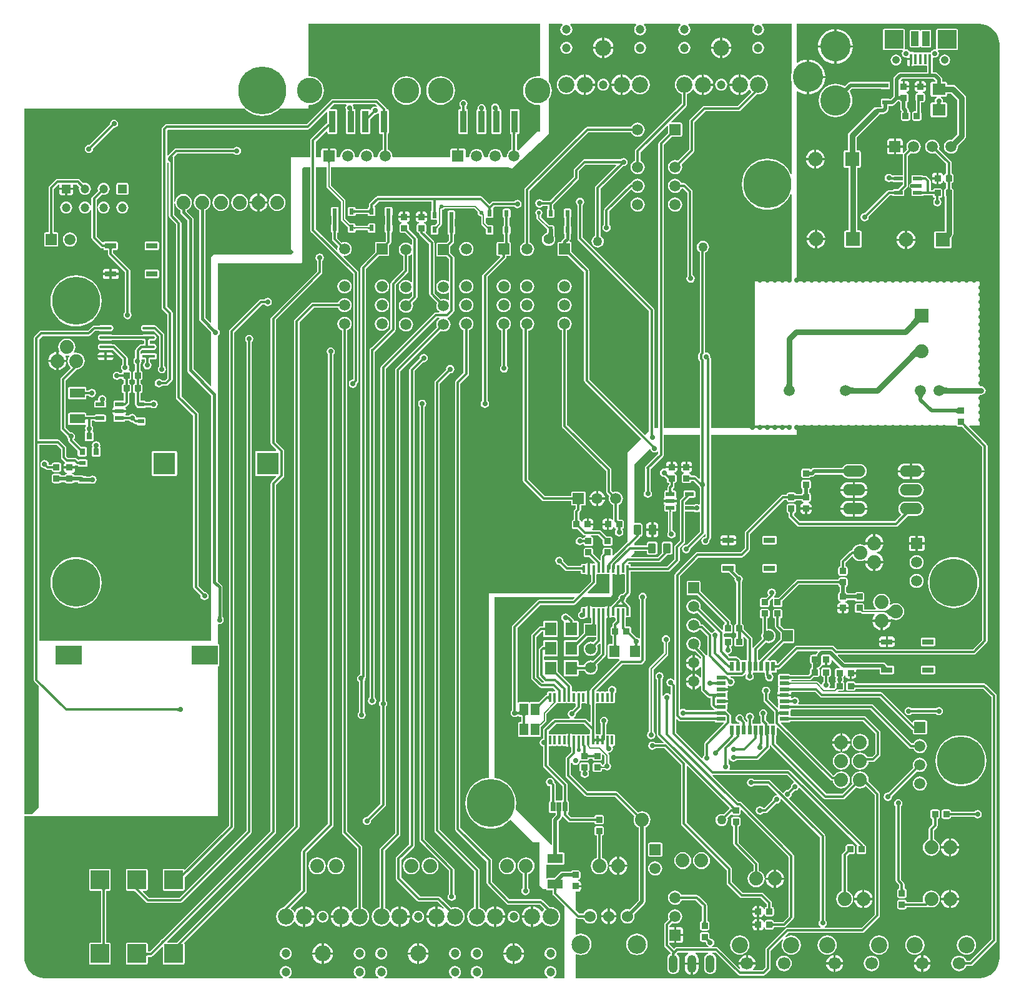
<source format=gtl>
G04 Layer_Physical_Order=1*
G04 Layer_Color=255*
%FSLAX24Y24*%
%MOIN*%
G70*
G01*
G75*
%ADD10R,0.0460X0.0630*%
G04:AMPARAMS|DCode=11|XSize=35mil|YSize=35mil|CornerRadius=4.4mil|HoleSize=0mil|Usage=FLASHONLY|Rotation=270.000|XOffset=0mil|YOffset=0mil|HoleType=Round|Shape=RoundedRectangle|*
%AMROUNDEDRECTD11*
21,1,0.0350,0.0262,0,0,270.0*
21,1,0.0262,0.0350,0,0,270.0*
1,1,0.0088,-0.0131,-0.0131*
1,1,0.0088,-0.0131,0.0131*
1,1,0.0088,0.0131,0.0131*
1,1,0.0088,0.0131,-0.0131*
%
%ADD11ROUNDEDRECTD11*%
G04:AMPARAMS|DCode=12|XSize=35mil|YSize=35mil|CornerRadius=4.4mil|HoleSize=0mil|Usage=FLASHONLY|Rotation=0.000|XOffset=0mil|YOffset=0mil|HoleType=Round|Shape=RoundedRectangle|*
%AMROUNDEDRECTD12*
21,1,0.0350,0.0262,0,0,0.0*
21,1,0.0262,0.0350,0,0,0.0*
1,1,0.0088,0.0131,-0.0131*
1,1,0.0088,-0.0131,-0.0131*
1,1,0.0088,-0.0131,0.0131*
1,1,0.0088,0.0131,0.0131*
%
%ADD12ROUNDEDRECTD12*%
G04:AMPARAMS|DCode=13|XSize=40mil|YSize=55mil|CornerRadius=5mil|HoleSize=0mil|Usage=FLASHONLY|Rotation=180.000|XOffset=0mil|YOffset=0mil|HoleType=Round|Shape=RoundedRectangle|*
%AMROUNDEDRECTD13*
21,1,0.0400,0.0450,0,0,180.0*
21,1,0.0300,0.0550,0,0,180.0*
1,1,0.0100,-0.0150,0.0225*
1,1,0.0100,0.0150,0.0225*
1,1,0.0100,0.0150,-0.0225*
1,1,0.0100,-0.0150,-0.0225*
%
%ADD13ROUNDEDRECTD13*%
%ADD14R,0.0220X0.0500*%
%ADD15R,0.0500X0.0220*%
%ADD16R,0.0811X0.0500*%
%ADD17R,0.0551X0.0630*%
%ADD18R,0.0158X0.0394*%
%ADD19R,0.0472X0.0216*%
%ADD20R,0.0250X0.0500*%
%ADD21R,0.0600X0.0300*%
%ADD22R,0.0327X0.0248*%
%ADD23R,0.0709X0.0630*%
%ADD24R,0.0394X0.0787*%
%ADD25R,0.0158X0.0531*%
%ADD26R,0.0248X0.0327*%
%ADD27R,0.0354X0.1181*%
%ADD28R,0.0315X0.0354*%
%ADD29R,0.0138X0.0472*%
%ADD30R,0.0630X0.0709*%
%ADD31O,0.0669X0.0165*%
%ADD32R,0.0669X0.0165*%
%ADD33C,0.0079*%
%ADD34C,0.0118*%
%ADD35C,0.0197*%
%ADD36C,0.0295*%
%ADD37C,0.0160*%
%ADD38C,0.0300*%
%ADD39C,0.0236*%
%ADD40C,0.2559*%
%ADD41C,0.0591*%
%ADD42R,0.0591X0.0591*%
%ADD43R,0.0591X0.0591*%
%ADD44R,0.0740X0.0740*%
%ADD45C,0.0740*%
%ADD46R,0.1181X0.1181*%
%ADD47R,0.1417X0.1024*%
%ADD48R,0.1000X0.1000*%
%ADD49O,0.0480X0.0960*%
%ADD50C,0.0472*%
%ADD51C,0.0860*%
%ADD52O,0.1200X0.0600*%
%ADD53C,0.0760*%
%ADD54R,0.0760X0.0760*%
%ADD55C,0.0276*%
%ADD56C,0.0413*%
%ADD57R,0.0984X0.0984*%
%ADD58C,0.0473*%
%ADD59R,0.0473X0.0473*%
%ADD60C,0.1365*%
%ADD61C,0.1620*%
%ADD62C,0.0600*%
%ADD63C,0.0669*%
%ADD64C,0.0866*%
%ADD65C,0.0591*%
%ADD66C,0.0217*%
%ADD67C,0.0276*%
%ADD68C,0.0394*%
%ADD69C,0.0500*%
%ADD70C,0.0984*%
%ADD71C,0.0551*%
G36*
X34727Y15887D02*
X34728Y15876D01*
X34730Y15866D01*
X34734Y15856D01*
X34738Y15845D01*
X34744Y15835D01*
X34751Y15825D01*
X34758Y15814D01*
X34767Y15804D01*
X34777Y15794D01*
X34693Y15710D01*
X34683Y15720D01*
X34673Y15729D01*
X34662Y15736D01*
X34652Y15743D01*
X34642Y15748D01*
X34631Y15753D01*
X34621Y15756D01*
X34611Y15759D01*
X34600Y15760D01*
X34590Y15761D01*
X34726Y15897D01*
X34727Y15887D01*
D02*
G37*
G36*
X43617Y15650D02*
X43616Y15649D01*
X43613Y15646D01*
X43602Y15636D01*
X43531Y15566D01*
X43475Y15622D01*
X43558Y15709D01*
X43617Y15650D01*
D02*
G37*
G36*
X40916Y15631D02*
X40920Y15622D01*
X40926Y15615D01*
X40934Y15608D01*
X40945Y15603D01*
X40958Y15598D01*
X40973Y15595D01*
X40991Y15592D01*
X41011Y15591D01*
X41033Y15591D01*
Y15472D01*
X41011Y15472D01*
X40973Y15468D01*
X40958Y15464D01*
X40945Y15460D01*
X40934Y15455D01*
X40926Y15448D01*
X40920Y15441D01*
X40916Y15432D01*
X40915Y15423D01*
Y15640D01*
X40916Y15631D01*
D02*
G37*
G36*
X40915Y15918D02*
X40917Y15911D01*
X40921Y15905D01*
X40927Y15900D01*
X40934Y15896D01*
X40943Y15892D01*
X40953Y15889D01*
X40965Y15887D01*
X40979Y15886D01*
X40994Y15886D01*
Y15807D01*
X40979Y15807D01*
X40965Y15806D01*
X40953Y15804D01*
X40943Y15801D01*
X40934Y15797D01*
X40927Y15793D01*
X40921Y15788D01*
X40917Y15782D01*
X40915Y15775D01*
X40914Y15768D01*
Y15925D01*
X40915Y15918D01*
D02*
G37*
G36*
X36802Y15936D02*
X36811Y15929D01*
X36820Y15924D01*
X36830Y15919D01*
X36840Y15915D01*
X36851Y15912D01*
X36863Y15909D01*
X36876Y15907D01*
X36889Y15906D01*
X36903Y15906D01*
Y15787D01*
X36889Y15787D01*
X36876Y15786D01*
X36863Y15784D01*
X36851Y15781D01*
X36840Y15778D01*
X36830Y15774D01*
X36820Y15769D01*
X36811Y15763D01*
X36802Y15757D01*
X36795Y15750D01*
Y15943D01*
X36802Y15936D01*
D02*
G37*
G36*
X37038Y15738D02*
X37036Y15747D01*
X37033Y15756D01*
X37027Y15763D01*
X37019Y15770D01*
X37008Y15775D01*
X36995Y15779D01*
X36980Y15783D01*
X36962Y15785D01*
X36942Y15787D01*
X36920Y15787D01*
Y15906D01*
X36942Y15906D01*
X36980Y15910D01*
X36995Y15913D01*
X37008Y15918D01*
X37019Y15923D01*
X37027Y15930D01*
X37033Y15937D01*
X37036Y15946D01*
X37038Y15955D01*
Y15738D01*
D02*
G37*
G36*
X28725Y15434D02*
X28730Y15345D01*
X28732Y15342D01*
X28733Y15341D01*
X28598D01*
X28600Y15342D01*
X28601Y15345D01*
X28602Y15351D01*
X28603Y15359D01*
X28605Y15382D01*
X28607Y15456D01*
X28725D01*
X28725Y15434D01*
D02*
G37*
G36*
X31540Y15437D02*
X31542Y15393D01*
X31577D01*
X31570Y15385D01*
X31564Y15376D01*
X31558Y15367D01*
X31553Y15358D01*
X31549Y15347D01*
X31547Y15341D01*
X31548Y15341D01*
X31547D01*
X31546Y15336D01*
X31543Y15324D01*
X31541Y15311D01*
X31540Y15298D01*
X31540Y15284D01*
X31422D01*
X31421Y15298D01*
X31420Y15311D01*
X31418Y15324D01*
X31416Y15336D01*
X31414Y15341D01*
X31413D01*
X31414Y15341D01*
X31412Y15347D01*
X31408Y15358D01*
X31403Y15367D01*
X31398Y15376D01*
X31391Y15385D01*
X31384Y15393D01*
X31420D01*
X31422Y15459D01*
X31540D01*
X31540Y15437D01*
D02*
G37*
G36*
X37038Y15235D02*
X37131Y15158D01*
X37108Y15157D01*
X37085Y15154D01*
X37063Y15150D01*
X37042Y15144D01*
X37038Y15143D01*
Y15108D01*
X37037Y15117D01*
X37036Y15126D01*
X37033Y15133D01*
X37030Y15140D01*
X37030Y15140D01*
X37022Y15137D01*
X37002Y15128D01*
X36983Y15117D01*
X36965Y15105D01*
X36947Y15091D01*
X36930Y15075D01*
X36988Y15217D01*
Y15276D01*
X36998Y15276D01*
X37006Y15278D01*
X37014Y15280D01*
X37020Y15284D01*
X37025Y15288D01*
X37030Y15293D01*
X37033Y15300D01*
X37036Y15307D01*
X37037Y15316D01*
X37038Y15325D01*
Y15235D01*
D02*
G37*
G36*
X30516Y15437D02*
X30521Y15346D01*
X30523Y15342D01*
X30525Y15341D01*
X30389D01*
X30391Y15342D01*
X30392Y15346D01*
X30394Y15351D01*
X30395Y15360D01*
X30397Y15383D01*
X30398Y15459D01*
X30516D01*
X30516Y15437D01*
D02*
G37*
G36*
X29237D02*
X29242Y15346D01*
X29243Y15342D01*
X29245Y15341D01*
X29110D01*
X29111Y15342D01*
X29113Y15346D01*
X29114Y15351D01*
X29115Y15360D01*
X29117Y15383D01*
X29118Y15459D01*
X29236D01*
X29237Y15437D01*
D02*
G37*
G36*
X28981D02*
X28986Y15346D01*
X28987Y15342D01*
X28989Y15341D01*
X28854D01*
X28855Y15342D01*
X28857Y15346D01*
X28858Y15351D01*
X28859Y15360D01*
X28861Y15383D01*
X28862Y15459D01*
X28981D01*
X28981Y15437D01*
D02*
G37*
G36*
X43677Y15979D02*
X43687D01*
X43685Y15975D01*
X43683Y15967D01*
X43682Y15956D01*
X43681Y15950D01*
X43714D01*
X43707Y15942D01*
X43700Y15934D01*
X43695Y15925D01*
X43690Y15915D01*
X43690Y15915D01*
X43691Y15912D01*
X43698Y15901D01*
X43705Y15893D01*
X43714Y15887D01*
X43724Y15883D01*
X43735Y15882D01*
X43680D01*
X43680Y15881D01*
X43678Y15870D01*
X43676Y15773D01*
X43558D01*
X43553Y15882D01*
X43499D01*
X43510Y15883D01*
X43520Y15887D01*
X43529Y15893D01*
X43537Y15901D01*
X43544Y15912D01*
X43545Y15915D01*
X43545Y15915D01*
X43540Y15925D01*
X43534Y15934D01*
X43528Y15942D01*
X43521Y15950D01*
X43549D01*
X43548Y15979D01*
X43558D01*
X43558Y16001D01*
X43676D01*
X43677Y15979D01*
D02*
G37*
G36*
X40187Y16856D02*
X40191Y16846D01*
X40197Y16837D01*
X40205Y16829D01*
X40216Y16823D01*
X40229Y16818D01*
X40245Y16813D01*
X40263Y16810D01*
X40283Y16809D01*
X40306Y16808D01*
Y16690D01*
X40283Y16689D01*
X40263Y16688D01*
X40245Y16685D01*
X40229Y16681D01*
X40216Y16675D01*
X40205Y16669D01*
X40197Y16661D01*
X40191Y16652D01*
X40187Y16642D01*
X40186Y16631D01*
Y16867D01*
X40187Y16856D01*
D02*
G37*
G36*
X37766Y16631D02*
X37766Y16642D01*
X37764Y16652D01*
X37760Y16661D01*
X37755Y16669D01*
X37749Y16675D01*
X37742Y16681D01*
X37733Y16685D01*
X37723Y16688D01*
X37711Y16689D01*
X37698Y16690D01*
Y16808D01*
X37711Y16809D01*
X37723Y16810D01*
X37733Y16813D01*
X37742Y16818D01*
X37749Y16823D01*
X37755Y16829D01*
X37760Y16837D01*
X37764Y16846D01*
X37766Y16856D01*
X37766Y16867D01*
Y16631D01*
D02*
G37*
G36*
X38603Y16500D02*
X38595Y16499D01*
X38587Y16497D01*
X38581Y16495D01*
X38575Y16492D01*
X38571Y16489D01*
X38568Y16485D01*
X38565Y16480D01*
X38564Y16475D01*
X38563Y16469D01*
X38445D01*
X38444Y16475D01*
X38443Y16480D01*
X38440Y16485D01*
X38437Y16489D01*
X38433Y16492D01*
X38427Y16495D01*
X38421Y16497D01*
X38413Y16499D01*
X38405Y16500D01*
X38395Y16500D01*
X38613D01*
X38603Y16500D01*
D02*
G37*
G36*
X48048Y35123D02*
X48024Y35140D01*
X47997Y35149D01*
X47965D01*
X47929Y35140D01*
X47889Y35123D01*
X47844Y35098D01*
X47795Y35064D01*
X47742Y35022D01*
X47623Y34911D01*
X47411Y35123D01*
X47471Y35185D01*
X47564Y35295D01*
X47598Y35344D01*
X47623Y35389D01*
X47640Y35429D01*
X47649Y35465D01*
Y35497D01*
X47640Y35524D01*
X47623Y35548D01*
X48048Y35123D01*
D02*
G37*
G36*
X38249Y17047D02*
X38250Y17036D01*
X38253Y17027D01*
X38256Y17019D01*
X38260Y17013D01*
X38266Y17007D01*
X38272Y17003D01*
X38280Y17000D01*
X38288Y16998D01*
X38298Y16998D01*
X38080D01*
X38090Y16998D01*
X38098Y17000D01*
X38106Y17003D01*
X38112Y17007D01*
X38118Y17013D01*
X38122Y17019D01*
X38125Y17027D01*
X38128Y17036D01*
X38129Y17047D01*
X38130Y17058D01*
X38248D01*
X38249Y17047D01*
D02*
G37*
G36*
X42957Y16830D02*
X43030D01*
X43093Y16842D01*
X43146Y16878D01*
X43182Y16932D01*
X43195Y16995D01*
Y17084D01*
X43241Y17103D01*
X43643Y16701D01*
X43623Y16655D01*
X43486D01*
X43438Y16645D01*
X43397Y16618D01*
X43369Y16577D01*
X43360Y16529D01*
Y16266D01*
X43369Y16218D01*
X43397Y16177D01*
X43428Y16157D01*
X43412Y16134D01*
X43395Y16049D01*
X43412Y15964D01*
X43423Y15947D01*
X43397Y15929D01*
X43369Y15888D01*
X43360Y15840D01*
Y15623D01*
X43331Y15594D01*
X43104D01*
X43077Y15644D01*
X43104Y15683D01*
X43120Y15768D01*
X43104Y15853D01*
X43055Y15925D01*
X43040Y15935D01*
Y16170D01*
X43041Y16177D01*
X43042Y16182D01*
X43078Y16189D01*
X43119Y16217D01*
X43146Y16257D01*
X43156Y16306D01*
Y16568D01*
X43146Y16617D01*
X43119Y16657D01*
X43078Y16685D01*
X43030Y16694D01*
X42767D01*
X42719Y16685D01*
X42678Y16657D01*
X42651Y16617D01*
X42641Y16568D01*
Y16306D01*
X42651Y16257D01*
X42678Y16217D01*
X42719Y16189D01*
X42755Y16182D01*
X42756Y16177D01*
X42757Y16170D01*
Y15935D01*
X42741Y15925D01*
X42693Y15853D01*
X42682Y15799D01*
X42628Y15782D01*
X42478Y15933D01*
X42438Y15959D01*
X42392Y15968D01*
X41050D01*
X41049Y15970D01*
X41071Y16014D01*
X41079Y16020D01*
X42023D01*
X42077Y16030D01*
X42123Y16061D01*
X42241Y16180D01*
X42430D01*
X42478Y16189D01*
X42519Y16217D01*
X42546Y16257D01*
X42556Y16306D01*
Y16568D01*
X42546Y16617D01*
X42541Y16625D01*
X42546Y16653D01*
X42674Y16780D01*
X42674Y16780D01*
X42713Y16839D01*
X42713Y16840D01*
X42767Y16830D01*
X42839D01*
Y17126D01*
X42957D01*
Y16830D01*
D02*
G37*
G36*
X40916Y16261D02*
X40920Y16252D01*
X40926Y16245D01*
X40934Y16238D01*
X40945Y16233D01*
X40958Y16228D01*
X40973Y16225D01*
X40991Y16222D01*
X41011Y16221D01*
X41033Y16221D01*
Y16102D01*
X41011Y16102D01*
X40973Y16098D01*
X40958Y16094D01*
X40945Y16090D01*
X40934Y16085D01*
X40926Y16078D01*
X40920Y16071D01*
X40916Y16062D01*
X40915Y16053D01*
Y16270D01*
X40916Y16261D01*
D02*
G37*
G36*
X37535D02*
X37536Y16252D01*
X37538Y16245D01*
X37540Y16238D01*
X37543Y16233D01*
X37546Y16228D01*
X37550Y16225D01*
X37555Y16222D01*
X37560Y16221D01*
X37565Y16221D01*
Y16102D01*
X37560Y16102D01*
X37555Y16100D01*
X37550Y16098D01*
X37546Y16094D01*
X37543Y16090D01*
X37540Y16085D01*
X37538Y16078D01*
X37536Y16071D01*
X37535Y16062D01*
X37535Y16053D01*
Y16270D01*
X37535Y16261D01*
D02*
G37*
G36*
X37704Y16107D02*
X37714Y16099D01*
X37724Y16091D01*
X37735Y16084D01*
X37745Y16079D01*
X37755Y16074D01*
X37766Y16071D01*
X37776Y16068D01*
X37787Y16067D01*
X37797Y16066D01*
X37661Y15930D01*
X37660Y15940D01*
X37659Y15951D01*
X37656Y15961D01*
X37653Y15972D01*
X37648Y15982D01*
X37643Y15992D01*
X37636Y16003D01*
X37628Y16013D01*
X37620Y16023D01*
X37610Y16033D01*
X37694Y16117D01*
X37704Y16107D01*
D02*
G37*
G36*
X39863Y16499D02*
X39855Y16496D01*
X39847Y16490D01*
X39841Y16481D01*
X39835Y16471D01*
X39831Y16458D01*
X39827Y16442D01*
X39825Y16425D01*
X39823Y16405D01*
X39823Y16382D01*
X39705D01*
X39704Y16405D01*
X39700Y16442D01*
X39697Y16458D01*
X39692Y16471D01*
X39687Y16481D01*
X39680Y16490D01*
X39673Y16496D01*
X39665Y16499D01*
X39655Y16500D01*
X39872D01*
X39863Y16499D01*
D02*
G37*
G36*
X38918D02*
X38910Y16496D01*
X38902Y16490D01*
X38896Y16481D01*
X38890Y16471D01*
X38886Y16458D01*
X38882Y16442D01*
X38880Y16425D01*
X38879Y16407D01*
X38879Y16398D01*
X38881Y16385D01*
X38884Y16373D01*
X38887Y16362D01*
X38891Y16351D01*
X38896Y16342D01*
X38902Y16332D01*
X38908Y16324D01*
X38915Y16316D01*
X38722D01*
X38730Y16324D01*
X38736Y16332D01*
X38742Y16342D01*
X38746Y16351D01*
X38750Y16362D01*
X38754Y16373D01*
X38756Y16385D01*
X38758Y16398D01*
X38759Y16407D01*
X38755Y16442D01*
X38752Y16458D01*
X38747Y16471D01*
X38742Y16481D01*
X38735Y16490D01*
X38728Y16496D01*
X38720Y16499D01*
X38710Y16500D01*
X38928D01*
X38918Y16499D01*
D02*
G37*
G36*
X43005Y16262D02*
X42995Y16259D01*
X42986Y16253D01*
X42979Y16244D01*
X42972Y16234D01*
X42967Y16221D01*
X42963Y16205D01*
X42960Y16187D01*
X42958Y16167D01*
X42957Y16144D01*
X42839D01*
X42839Y16167D01*
X42837Y16187D01*
X42834Y16205D01*
X42830Y16221D01*
X42825Y16234D01*
X42818Y16244D01*
X42810Y16253D01*
X42802Y16259D01*
X42792Y16262D01*
X42780Y16264D01*
X43017D01*
X43005Y16262D01*
D02*
G37*
G36*
X28087Y14988D02*
X28087Y14999D01*
X28084Y15009D01*
X28080Y15018D01*
X28074Y15026D01*
X28067Y15032D01*
X28057Y15037D01*
X28047Y15042D01*
X28034Y15045D01*
X28020Y15046D01*
X28004Y15047D01*
Y15165D01*
X28020Y15166D01*
X28034Y15167D01*
X28047Y15170D01*
X28057Y15174D01*
X28067Y15180D01*
X28074Y15186D01*
X28080Y15194D01*
X28084Y15203D01*
X28087Y15213D01*
X28087Y15224D01*
Y14988D01*
D02*
G37*
G36*
X37535Y14371D02*
X37536Y14355D01*
X37537Y14349D01*
X37538Y14343D01*
X37540Y14339D01*
X37542Y14335D01*
X37544Y14333D01*
X37546Y14331D01*
X37548Y14331D01*
Y14213D01*
X37546Y14212D01*
X37544Y14211D01*
X37542Y14208D01*
X37540Y14205D01*
X37538Y14200D01*
X37537Y14195D01*
X37536Y14188D01*
X37536Y14181D01*
X37535Y14163D01*
Y14380D01*
X37535Y14371D01*
D02*
G37*
G36*
X37038Y14163D02*
X37036Y14172D01*
X37033Y14181D01*
X37027Y14188D01*
X37019Y14195D01*
X37008Y14200D01*
X36995Y14205D01*
X36980Y14208D01*
X36962Y14211D01*
X36942Y14212D01*
X36920Y14213D01*
Y14331D01*
X36942Y14331D01*
X36980Y14335D01*
X36995Y14339D01*
X37008Y14343D01*
X37019Y14349D01*
X37027Y14355D01*
X37033Y14362D01*
X37036Y14371D01*
X37038Y14380D01*
Y14163D01*
D02*
G37*
G36*
X26874Y14154D02*
X26864Y14150D01*
X26855Y14144D01*
X26847Y14136D01*
X26841Y14125D01*
X26835Y14112D01*
X26831Y14097D01*
X26828Y14079D01*
X26827Y14059D01*
X26826Y14037D01*
X26708D01*
X26707Y14059D01*
X26706Y14079D01*
X26703Y14097D01*
X26698Y14112D01*
X26693Y14125D01*
X26687Y14136D01*
X26679Y14144D01*
X26670Y14150D01*
X26660Y14154D01*
X26649Y14155D01*
X26885D01*
X26874Y14154D01*
D02*
G37*
G36*
X8327Y14352D02*
X8319Y14359D01*
X8311Y14366D01*
X8302Y14371D01*
X8292Y14376D01*
X8281Y14380D01*
X8270Y14384D01*
X8258Y14386D01*
X8245Y14388D01*
X8232Y14389D01*
X8218Y14390D01*
Y14508D01*
X8232Y14508D01*
X8245Y14509D01*
X8258Y14511D01*
X8270Y14514D01*
X8281Y14517D01*
X8292Y14521D01*
X8302Y14526D01*
X8311Y14532D01*
X8319Y14538D01*
X8327Y14545D01*
Y14352D01*
D02*
G37*
G36*
X26538Y14155D02*
X26537Y14166D01*
X26534Y14176D01*
X26528Y14184D01*
X26519Y14192D01*
X26509Y14198D01*
X26496Y14203D01*
X26480Y14207D01*
X26463Y14210D01*
X26457Y14211D01*
X26447Y14209D01*
X26435Y14207D01*
X26423Y14203D01*
X26413Y14199D01*
X26403Y14194D01*
X26394Y14189D01*
X26386Y14182D01*
X26378Y14175D01*
Y14368D01*
X26386Y14361D01*
X26394Y14355D01*
X26403Y14349D01*
X26413Y14344D01*
X26423Y14340D01*
X26435Y14337D01*
X26447Y14334D01*
X26457Y14333D01*
X26463Y14333D01*
X26481Y14336D01*
X26496Y14340D01*
X26509Y14345D01*
X26520Y14352D01*
X26529Y14360D01*
X26535Y14368D01*
X26538Y14379D01*
X26539Y14390D01*
X26538Y14155D01*
D02*
G37*
G36*
X40418Y14163D02*
X40417Y14172D01*
X40416Y14181D01*
X40413Y14188D01*
X40410Y14195D01*
X40405Y14200D01*
X40399Y14205D01*
X40393Y14208D01*
X40390Y14209D01*
X40379Y14196D01*
X40367Y14178D01*
X40357Y14159D01*
X40348Y14140D01*
X40340Y14119D01*
X40335Y14098D01*
X40331Y14076D01*
X40328Y14054D01*
X40327Y14031D01*
X40209Y14173D01*
X40268D01*
X40367Y14213D01*
Y14331D01*
X40376Y14331D01*
X40385Y14333D01*
X40393Y14335D01*
X40399Y14339D01*
X40405Y14343D01*
X40410Y14349D01*
X40413Y14355D01*
X40416Y14362D01*
X40417Y14371D01*
X40418Y14380D01*
Y14163D01*
D02*
G37*
G36*
X39757Y13665D02*
X39759Y13655D01*
X39762Y13646D01*
X39766Y13638D01*
X39772Y13632D01*
X39778Y13626D01*
X39786Y13622D01*
X39795Y13619D01*
X39805Y13617D01*
X39816Y13617D01*
X39655Y13618D01*
X39639Y13677D01*
X39757D01*
X39757Y13665D01*
D02*
G37*
G36*
X38888Y13713D02*
X38891Y13676D01*
X38894Y13660D01*
X38898Y13647D01*
X38902Y13637D01*
X38907Y13628D01*
X38913Y13622D01*
X38920Y13619D01*
X38928Y13618D01*
X38711Y13617D01*
X38722Y13618D01*
X38732Y13621D01*
X38741Y13627D01*
X38748Y13636D01*
X38755Y13647D01*
X38760Y13660D01*
X38764Y13675D01*
X38767Y13693D01*
X38769Y13713D01*
X38770Y13736D01*
X38888D01*
X38888Y13713D01*
D02*
G37*
G36*
X47621Y13386D02*
X47620Y13397D01*
X47618Y13407D01*
X47615Y13416D01*
X47610Y13424D01*
X47604Y13430D01*
X47596Y13435D01*
X47588Y13440D01*
X47578Y13443D01*
X47566Y13444D01*
X47553Y13445D01*
Y13563D01*
X47566Y13564D01*
X47578Y13565D01*
X47588Y13568D01*
X47596Y13572D01*
X47604Y13578D01*
X47610Y13584D01*
X47615Y13592D01*
X47618Y13601D01*
X47620Y13611D01*
X47621Y13622D01*
Y13386D01*
D02*
G37*
G36*
X37038Y13848D02*
X37036Y13857D01*
X37033Y13866D01*
X37027Y13873D01*
X37019Y13880D01*
X37008Y13885D01*
X36995Y13890D01*
X36980Y13893D01*
X36962Y13896D01*
X36942Y13897D01*
X36920Y13898D01*
Y14016D01*
X36942Y14016D01*
X36980Y14020D01*
X36995Y14024D01*
X37008Y14028D01*
X37019Y14034D01*
X37027Y14040D01*
X37033Y14047D01*
X37036Y14056D01*
X37038Y14065D01*
Y13848D01*
D02*
G37*
G36*
X26827Y13795D02*
X26828Y13775D01*
X26831Y13757D01*
X26835Y13741D01*
X26841Y13728D01*
X26847Y13717D01*
X26855Y13709D01*
X26864Y13703D01*
X26874Y13700D01*
X26885Y13698D01*
X26649D01*
X26660Y13700D01*
X26670Y13703D01*
X26679Y13709D01*
X26687Y13717D01*
X26693Y13728D01*
X26698Y13741D01*
X26703Y13757D01*
X26706Y13775D01*
X26707Y13795D01*
X26708Y13818D01*
X26826D01*
X26827Y13795D01*
D02*
G37*
G36*
X38564Y13713D02*
X38568Y13676D01*
X38571Y13660D01*
X38575Y13647D01*
X38581Y13637D01*
X38587Y13628D01*
X38595Y13622D01*
X38603Y13619D01*
X38613Y13618D01*
X38395D01*
X38405Y13619D01*
X38413Y13622D01*
X38421Y13628D01*
X38427Y13637D01*
X38433Y13647D01*
X38437Y13660D01*
X38440Y13676D01*
X38443Y13693D01*
X38444Y13713D01*
X38445Y13736D01*
X38563D01*
X38564Y13713D01*
D02*
G37*
G36*
X18520Y40098D02*
X18519Y40106D01*
X18517Y40113D01*
X18513Y40119D01*
X18507Y40124D01*
X18500Y40128D01*
X18491Y40132D01*
X18481Y40134D01*
X18469Y40136D01*
X18455Y40137D01*
X18440Y40138D01*
Y40217D01*
X18455Y40217D01*
X18469Y40218D01*
X18481Y40220D01*
X18491Y40223D01*
X18500Y40226D01*
X18507Y40231D01*
X18513Y40236D01*
X18517Y40242D01*
X18519Y40248D01*
X18520Y40256D01*
Y40098D01*
D02*
G37*
G36*
X40916Y15001D02*
X40920Y14992D01*
X40926Y14985D01*
X40934Y14978D01*
X40945Y14973D01*
X40958Y14969D01*
X40973Y14965D01*
X40991Y14963D01*
X41011Y14961D01*
X41030Y14961D01*
X41042Y14961D01*
X41056Y14962D01*
X41068Y14964D01*
X41080Y14967D01*
X41091Y14970D01*
X41102Y14974D01*
X41112Y14979D01*
X41121Y14985D01*
X41129Y14991D01*
X41137Y14998D01*
Y14805D01*
X41129Y14812D01*
X41121Y14819D01*
X41112Y14824D01*
X41102Y14829D01*
X41091Y14833D01*
X41080Y14837D01*
X41068Y14839D01*
X41056Y14841D01*
X41042Y14842D01*
X41030Y14842D01*
X41011Y14842D01*
X40973Y14838D01*
X40958Y14835D01*
X40945Y14830D01*
X40934Y14825D01*
X40926Y14818D01*
X40920Y14811D01*
X40916Y14802D01*
X40915Y14793D01*
Y15010D01*
X40916Y15001D01*
D02*
G37*
G36*
X30523Y14870D02*
X30522Y14866D01*
X30522Y14860D01*
X30521Y14852D01*
X30520Y14813D01*
X30522Y14753D01*
X30403D01*
X30403Y14775D01*
X30395Y14860D01*
X30393Y14866D01*
X30391Y14870D01*
X30389Y14871D01*
X30525D01*
X30523Y14870D01*
D02*
G37*
G36*
X29755D02*
X29754Y14866D01*
X29752Y14860D01*
X29751Y14852D01*
X29750Y14829D01*
X29748Y14753D01*
X29630D01*
X29630Y14775D01*
X29625Y14866D01*
X29623Y14870D01*
X29622Y14871D01*
X29757D01*
X29755Y14870D01*
D02*
G37*
G36*
X29018Y39430D02*
X29020Y39414D01*
X29024Y39399D01*
X29030Y39387D01*
X29037Y39376D01*
X29046Y39367D01*
X29056Y39361D01*
X29068Y39356D01*
X29082Y39353D01*
X29097Y39352D01*
X28777D01*
X28792Y39353D01*
X28806Y39356D01*
X28818Y39361D01*
X28828Y39367D01*
X28837Y39376D01*
X28844Y39387D01*
X28850Y39399D01*
X28854Y39414D01*
X28856Y39430D01*
X28857Y39449D01*
X29017D01*
X29018Y39430D01*
D02*
G37*
G36*
X34498Y15002D02*
X34491Y14994D01*
X34486Y14985D01*
X34481Y14975D01*
X34477Y14965D01*
X34473Y14953D01*
X34471Y14941D01*
X34469Y14929D01*
X34468Y14915D01*
X34467Y14901D01*
X34349D01*
X34349Y14915D01*
X34348Y14929D01*
X34346Y14941D01*
X34343Y14953D01*
X34340Y14965D01*
X34336Y14975D01*
X34331Y14985D01*
X34325Y14994D01*
X34319Y15002D01*
X34312Y15010D01*
X34505D01*
X34498Y15002D01*
D02*
G37*
G36*
X28472Y14871D02*
X28467Y14869D01*
X28463Y14867D01*
X28459Y14864D01*
X28456Y14860D01*
X28454Y14855D01*
X28452Y14849D01*
X28450Y14843D01*
X28449Y14835D01*
X28449Y14827D01*
X28370D01*
X28370Y14835D01*
X28369Y14843D01*
X28368Y14849D01*
X28366Y14855D01*
X28363Y14860D01*
X28360Y14864D01*
X28356Y14867D01*
X28352Y14869D01*
X28347Y14871D01*
X28342Y14871D01*
X28477D01*
X28472Y14871D01*
D02*
G37*
G36*
X37038Y14478D02*
X37037Y14487D01*
X37036Y14496D01*
X37033Y14503D01*
X37030Y14510D01*
X37025Y14515D01*
X37020Y14520D01*
X37014Y14523D01*
X37006Y14526D01*
X36998Y14527D01*
X36988Y14528D01*
Y14646D01*
X36998Y14646D01*
X37006Y14648D01*
X37014Y14650D01*
X37020Y14654D01*
X37025Y14658D01*
X37030Y14664D01*
X37033Y14670D01*
X37036Y14677D01*
X37037Y14686D01*
X37038Y14695D01*
Y14478D01*
D02*
G37*
G36*
X29478Y20426D02*
X29370Y20319D01*
X27589D01*
X27534Y20308D01*
X27488Y20277D01*
X26179Y18968D01*
X26149Y18922D01*
X26138Y18868D01*
Y14439D01*
X26123Y14429D01*
X26074Y14357D01*
X26057Y14272D01*
X26074Y14187D01*
X26123Y14115D01*
X26195Y14066D01*
X26280Y14050D01*
X26365Y14066D01*
X26418Y14103D01*
X26479Y14096D01*
X26506Y14078D01*
X26537Y14072D01*
X26624D01*
X26625Y14069D01*
X26625Y14062D01*
Y13792D01*
X26625Y13785D01*
X26624Y13782D01*
X26537D01*
X26506Y13776D01*
X26479Y13758D01*
X26462Y13732D01*
X26455Y13701D01*
Y13071D01*
X26462Y13040D01*
X26479Y13013D01*
X26506Y12995D01*
X26537Y12989D01*
X26997D01*
X27028Y12995D01*
X27055Y13013D01*
X27079D01*
X27106Y12995D01*
X27137Y12989D01*
X27597D01*
X27628Y12995D01*
X27655Y13013D01*
X27672Y13040D01*
X27678Y13071D01*
Y13525D01*
X27940Y13787D01*
X27967Y13827D01*
X27976Y13873D01*
Y14221D01*
X28496Y14741D01*
X28522Y14780D01*
X28565Y14794D01*
X28597Y14788D01*
X28734D01*
X28766Y14794D01*
X28792Y14812D01*
X28795D01*
X28821Y14794D01*
X28853Y14788D01*
X28990D01*
X29022Y14794D01*
X29048Y14812D01*
X29051D01*
X29077Y14794D01*
X29108Y14788D01*
X29246D01*
X29277Y14794D01*
X29304Y14812D01*
X29307D01*
X29333Y14794D01*
X29364Y14788D01*
X29502D01*
X29547Y14748D01*
Y14638D01*
X29339Y14430D01*
X29330Y14432D01*
X29245Y14415D01*
X29173Y14367D01*
X29125Y14295D01*
X29108Y14210D01*
X29125Y14125D01*
X29173Y14053D01*
X29222Y14020D01*
X29207Y13970D01*
X28428D01*
X28374Y13960D01*
X28328Y13929D01*
X27846Y13446D01*
X27815Y13400D01*
X27804Y13346D01*
Y12899D01*
X27752Y12889D01*
X27680Y12841D01*
X27632Y12769D01*
X27615Y12684D01*
X27632Y12599D01*
X27680Y12527D01*
X27752Y12479D01*
X27804Y12468D01*
Y11449D01*
X27815Y11394D01*
X27846Y11348D01*
X28820Y10374D01*
Y9620D01*
X28818Y9617D01*
X28776Y9583D01*
X28775Y9583D01*
X28770Y9583D01*
X28767Y9584D01*
X28517D01*
X28513Y9583D01*
X28508Y9583D01*
X28507Y9583D01*
X28465Y9617D01*
X28464Y9620D01*
Y10419D01*
X28453Y10473D01*
X28422Y10519D01*
X28380Y10561D01*
X28384Y10579D01*
X28367Y10664D01*
X28319Y10736D01*
X28247Y10784D01*
X28162Y10801D01*
X28077Y10784D01*
X28005Y10736D01*
X27957Y10664D01*
X27940Y10579D01*
X27957Y10494D01*
X28005Y10422D01*
X28077Y10373D01*
X28162Y10357D01*
X28180Y10309D01*
Y9593D01*
X28179Y9586D01*
X28178Y9580D01*
X28166Y9577D01*
X28139Y9560D01*
X28121Y9533D01*
X28115Y9502D01*
Y9002D01*
X28121Y8971D01*
X28139Y8944D01*
X28166Y8927D01*
X28197Y8920D01*
X28447D01*
X28460Y8910D01*
Y8835D01*
X28316Y8692D01*
X28277Y8633D01*
X28263Y8563D01*
X28263Y8563D01*
Y7235D01*
X28217Y7216D01*
X26318Y9115D01*
X26347Y9235D01*
X26364Y9449D01*
X26347Y9662D01*
X26297Y9870D01*
X26215Y10068D01*
X26103Y10250D01*
X25964Y10413D01*
X25802Y10552D01*
X25619Y10664D01*
X25421Y10746D01*
X25213Y10796D01*
X25197Y10797D01*
Y20472D01*
X29459D01*
X29478Y20426D01*
D02*
G37*
G36*
X17701Y40248D02*
X17703Y40242D01*
X17707Y40236D01*
X17713Y40231D01*
X17720Y40226D01*
X17729Y40223D01*
X17739Y40220D01*
X17751Y40218D01*
X17765Y40217D01*
X17780Y40217D01*
Y40138D01*
X17765Y40137D01*
X17751Y40136D01*
X17739Y40134D01*
X17729Y40132D01*
X17720Y40128D01*
X17713Y40124D01*
X17707Y40119D01*
X17703Y40113D01*
X17701Y40106D01*
X17700Y40098D01*
Y40256D01*
X17701Y40248D01*
D02*
G37*
G36*
X27679Y14697D02*
X27663Y14680D01*
X27649Y14664D01*
X27636Y14647D01*
X27625Y14630D01*
X27616Y14613D01*
X27608Y14597D01*
X27602Y14580D01*
X27598Y14563D01*
X27595Y14547D01*
X27594Y14530D01*
X27596Y14782D01*
X27597Y14783D01*
X27599Y14785D01*
X27679Y14864D01*
Y14697D01*
D02*
G37*
G36*
X40916Y14686D02*
X40920Y14677D01*
X40926Y14670D01*
X40934Y14664D01*
X40945Y14658D01*
X40958Y14654D01*
X40973Y14650D01*
X40991Y14648D01*
X41011Y14646D01*
X41033Y14646D01*
Y14528D01*
X41011Y14527D01*
X40973Y14523D01*
X40958Y14520D01*
X40945Y14515D01*
X40934Y14510D01*
X40926Y14503D01*
X40920Y14496D01*
X40916Y14487D01*
X40915Y14478D01*
Y14695D01*
X40916Y14686D01*
D02*
G37*
G36*
X16741Y40104D02*
X16739Y40096D01*
X16737Y40085D01*
X16735Y40051D01*
X16732Y39902D01*
X16614D01*
X16604Y40108D01*
X16743D01*
X16741Y40104D01*
D02*
G37*
G36*
X35623Y26912D02*
X35626Y26902D01*
X35632Y26893D01*
X35641Y26885D01*
X35651Y26879D01*
X35664Y26874D01*
X35680Y26869D01*
X35698Y26867D01*
X35718Y26865D01*
X35741Y26864D01*
Y26746D01*
X35718Y26745D01*
X35698Y26744D01*
X35680Y26741D01*
X35664Y26737D01*
X35651Y26731D01*
X35641Y26725D01*
X35632Y26717D01*
X35626Y26708D01*
X35623Y26698D01*
X35621Y26687D01*
Y26923D01*
X35623Y26912D01*
D02*
G37*
G36*
X31854Y21645D02*
X31874D01*
X31920Y21654D01*
X31959Y21680D01*
X31963Y21686D01*
X31977Y21684D01*
X32134D01*
X32174Y21641D01*
Y20744D01*
X32060Y20631D01*
X32037Y20635D01*
X31952Y20619D01*
X31880Y20570D01*
X31832Y20498D01*
X31815Y20413D01*
X31820Y20391D01*
X31435Y20006D01*
X31408Y19965D01*
X31400Y19970D01*
X31354Y19979D01*
X31334D01*
Y19662D01*
Y19345D01*
X31354D01*
X31400Y19354D01*
X31439Y19380D01*
X31443Y19386D01*
X31457Y19384D01*
X31614D01*
X31654Y19341D01*
Y19200D01*
X31544Y19090D01*
X31513Y19044D01*
X31502Y18990D01*
Y18908D01*
X31502Y18901D01*
X31501Y18896D01*
X31465Y18888D01*
X31424Y18861D01*
X31396Y18820D01*
X31387Y18772D01*
Y18509D01*
X31396Y18461D01*
X31424Y18420D01*
X31465Y18393D01*
X31501Y18386D01*
X31502Y18381D01*
X31502Y18373D01*
Y17964D01*
X31502Y17957D01*
X31501Y17954D01*
X31314D01*
X31283Y17948D01*
X31256Y17931D01*
X31239Y17904D01*
X31233Y17873D01*
Y17243D01*
X31239Y17212D01*
X31256Y17185D01*
X31283Y17168D01*
X31314Y17161D01*
X31815D01*
X31863Y17112D01*
X31862Y17103D01*
X31857Y17099D01*
X30357Y15599D01*
X30326Y15553D01*
X30316Y15504D01*
X30307Y15486D01*
X30277Y15461D01*
X30270Y15463D01*
X30260D01*
Y15106D01*
Y14749D01*
X30270D01*
X30271Y14749D01*
X30322Y14709D01*
X30326Y14556D01*
Y13796D01*
X30280Y13777D01*
X30129Y13929D01*
X30083Y13960D01*
X30028Y13970D01*
X29453D01*
X29438Y14020D01*
X29487Y14053D01*
X29535Y14125D01*
X29552Y14210D01*
X29547Y14237D01*
X29789Y14479D01*
X29820Y14525D01*
X29831Y14579D01*
Y14748D01*
X29876Y14788D01*
X30014D01*
X30041Y14794D01*
X30047Y14785D01*
X30086Y14758D01*
X30132Y14749D01*
X30142D01*
Y15106D01*
Y15463D01*
X30132D01*
X30086Y15453D01*
X30047Y15427D01*
X30041Y15418D01*
X30014Y15424D01*
X29876D01*
X29845Y15418D01*
X29817Y15401D01*
X29789Y15418D01*
X29758Y15424D01*
X29620D01*
X29589Y15418D01*
X29563Y15400D01*
X29560D01*
X29533Y15418D01*
X29502Y15424D01*
X29364D01*
X29319Y15464D01*
Y15679D01*
X29308Y15733D01*
X29278Y15779D01*
X28581Y16476D01*
Y17026D01*
X28575Y17058D01*
X28557Y17084D01*
X28530Y17102D01*
X28499Y17108D01*
X27869D01*
X27834Y17152D01*
Y17235D01*
X27869Y17279D01*
X28499D01*
X28530Y17286D01*
X28557Y17303D01*
X28575Y17330D01*
X28581Y17361D01*
Y18070D01*
X28575Y18101D01*
X28557Y18127D01*
X28530Y18145D01*
X28499Y18151D01*
X27869D01*
X27838Y18145D01*
X27812Y18127D01*
X27794Y18101D01*
X27788Y18070D01*
Y17857D01*
X27734Y17846D01*
X27688Y17816D01*
X27592Y17719D01*
X27561Y17673D01*
X27550Y17619D01*
Y16279D01*
X27561Y16224D01*
X27592Y16178D01*
X27832Y15939D01*
X27811Y15889D01*
X27749D01*
X27440Y16197D01*
Y18320D01*
X27737Y18617D01*
X27778D01*
X27785Y18616D01*
X27788Y18616D01*
Y18404D01*
X27794Y18373D01*
X27812Y18347D01*
X27838Y18329D01*
X27869Y18323D01*
X28499D01*
X28530Y18329D01*
X28557Y18347D01*
X28575Y18373D01*
X28581Y18404D01*
Y19113D01*
X28575Y19144D01*
X28557Y19171D01*
X28530Y19188D01*
X28499Y19195D01*
X27869D01*
X27838Y19188D01*
X27812Y19171D01*
X27794Y19144D01*
X27788Y19113D01*
Y18901D01*
X27785Y18901D01*
X27778Y18900D01*
X27679D01*
X27624Y18890D01*
X27578Y18859D01*
X27198Y18479D01*
X27167Y18433D01*
X27157Y18379D01*
Y16139D01*
X27167Y16084D01*
X27198Y16038D01*
X27590Y15647D01*
X27636Y15616D01*
X27690Y15605D01*
X28316D01*
X28448Y15474D01*
X28427Y15424D01*
X28341D01*
X28310Y15418D01*
X28283Y15400D01*
X28280D01*
X28254Y15418D01*
X28223Y15424D01*
X28085D01*
X28054Y15418D01*
X28027Y15400D01*
X28010Y15373D01*
X28003Y15342D01*
Y15248D01*
X27950Y15237D01*
X27904Y15206D01*
X27563Y14865D01*
X27137D01*
X27106Y14859D01*
X27079Y14841D01*
X27055D01*
X27028Y14859D01*
X26997Y14865D01*
X26537D01*
X26506Y14859D01*
X26479Y14841D01*
X26471Y14829D01*
X26421Y14844D01*
Y18809D01*
X27647Y20035D01*
X29429D01*
X29483Y20046D01*
X29529Y20077D01*
X29925Y20472D01*
X31496D01*
Y21684D01*
X31614D01*
X31627Y21686D01*
X31631Y21680D01*
X31670Y21654D01*
X31717Y21645D01*
X31736D01*
Y21962D01*
X31854D01*
Y21645D01*
D02*
G37*
G36*
X32127Y20307D02*
X32120Y20299D01*
X32115Y20290D01*
X32110Y20280D01*
X32106Y20269D01*
X32102Y20258D01*
X32100Y20246D01*
X32098Y20234D01*
X32097Y20220D01*
X32096Y20206D01*
X31978D01*
X31978Y20220D01*
X31977Y20234D01*
X31975Y20246D01*
X31972Y20258D01*
X31969Y20269D01*
X31965Y20280D01*
X31960Y20290D01*
X31954Y20299D01*
X31948Y20307D01*
X31941Y20315D01*
X32134D01*
X32127Y20307D01*
D02*
G37*
G36*
X30569Y21768D02*
X30566Y21764D01*
X30563Y21758D01*
X30561Y21750D01*
X30559Y21740D01*
X30557Y21727D01*
X30555Y21693D01*
X30554Y21651D01*
X30436D01*
X30436Y21673D01*
X30432Y21740D01*
X30430Y21750D01*
X30427Y21758D01*
X30424Y21764D01*
X30421Y21768D01*
X30418Y21769D01*
X30573D01*
X30569Y21768D01*
D02*
G37*
G36*
X32389Y21765D02*
X32386Y21762D01*
X32383Y21756D01*
X32381Y21748D01*
X32379Y21737D01*
X32377Y21724D01*
X32375Y21691D01*
X32374Y21649D01*
X32256D01*
X32256Y21671D01*
X32252Y21737D01*
X32250Y21748D01*
X32247Y21756D01*
X32244Y21762D01*
X32241Y21765D01*
X32238Y21767D01*
X32393D01*
X32389Y21765D01*
D02*
G37*
G36*
X36357Y26669D02*
X36358Y26656D01*
X36360Y26643D01*
X36363Y26632D01*
X36366Y26620D01*
X36370Y26610D01*
X36375Y26600D01*
X36381Y26591D01*
X36387Y26582D01*
X36394Y26575D01*
X36202D01*
X36209Y26582D01*
X36215Y26591D01*
X36221Y26600D01*
X36225Y26610D01*
X36230Y26620D01*
X36233Y26632D01*
X36236Y26643D01*
X36237Y26656D01*
X36239Y26669D01*
X36239Y26684D01*
X36357D01*
X36357Y26669D01*
D02*
G37*
G36*
X33654Y28587D02*
X33664Y28578D01*
X33675Y28570D01*
X33685Y28564D01*
X33695Y28558D01*
X33705Y28553D01*
X33716Y28549D01*
X33726Y28546D01*
X33736Y28544D01*
X33747Y28543D01*
X33603Y28415D01*
X33603Y28425D01*
X33602Y28436D01*
X33600Y28446D01*
X33597Y28457D01*
X33593Y28467D01*
X33587Y28477D01*
X33581Y28488D01*
X33573Y28498D01*
X33565Y28508D01*
X33555Y28518D01*
X33644Y28596D01*
X33654Y28587D01*
D02*
G37*
G36*
X33642Y29185D02*
X33644Y29171D01*
X33646Y29159D01*
X33649Y29149D01*
X33653Y29139D01*
X33658Y29131D01*
X33664Y29124D01*
X33670Y29119D01*
X33678Y29114D01*
X33686Y29111D01*
X33518Y29024D01*
X33519Y29028D01*
X33520Y29035D01*
X33522Y29057D01*
X33524Y29182D01*
X33642Y29199D01*
X33642Y29185D01*
D02*
G37*
G36*
X49936Y30256D02*
X49927Y30268D01*
X49915Y30279D01*
X49900Y30289D01*
X49883Y30297D01*
X49863Y30304D01*
X49841Y30310D01*
X49816Y30314D01*
X49789Y30317D01*
X49727Y30320D01*
Y30517D01*
X49759Y30517D01*
X49816Y30522D01*
X49841Y30527D01*
X49863Y30532D01*
X49883Y30539D01*
X49900Y30548D01*
X49915Y30557D01*
X49927Y30568D01*
X49936Y30580D01*
Y30256D01*
D02*
G37*
G36*
X32375Y19891D02*
X32375Y19884D01*
X32376Y19878D01*
X32377Y19872D01*
X32379Y19868D01*
X32381Y19864D01*
X32383Y19861D01*
X32386Y19859D01*
X32389Y19858D01*
X32393Y19858D01*
X32238D01*
X32241Y19858D01*
X32244Y19859D01*
X32247Y19861D01*
X32250Y19864D01*
X32252Y19868D01*
X32253Y19872D01*
X32255Y19878D01*
X32256Y19884D01*
X32256Y19891D01*
X32256Y19899D01*
X32374D01*
X32375Y19891D01*
D02*
G37*
G36*
X31595Y19896D02*
X31596Y19881D01*
X31597Y19875D01*
X31599Y19870D01*
X31601Y19865D01*
X31603Y19862D01*
X31606Y19860D01*
X31609Y19858D01*
X31613Y19858D01*
X31458D01*
X31461Y19858D01*
X31464Y19860D01*
X31467Y19862D01*
X31470Y19865D01*
X31472Y19870D01*
X31473Y19875D01*
X31475Y19881D01*
X31476Y19888D01*
X31476Y19896D01*
X31476Y19906D01*
X31594D01*
X31595Y19896D01*
D02*
G37*
G36*
X36584Y2282D02*
X36581Y2271D01*
X36581Y2259D01*
X36585Y2244D01*
X36591Y2228D01*
X36602Y2211D01*
X36615Y2192D01*
X36632Y2171D01*
X36632Y2170D01*
X36638Y2166D01*
X36648Y2159D01*
X36659Y2154D01*
X36669Y2149D01*
X36679Y2146D01*
X36690Y2143D01*
X36700Y2142D01*
X36711Y2141D01*
X36574Y2005D01*
X36574Y2015D01*
X36573Y2026D01*
X36570Y2036D01*
X36567Y2047D01*
X36562Y2057D01*
X36556Y2067D01*
X36550Y2078D01*
X36547Y2081D01*
X36524Y2101D01*
X36505Y2114D01*
X36487Y2124D01*
X36471Y2131D01*
X36457Y2135D01*
X36445Y2135D01*
X36434Y2132D01*
X36425Y2125D01*
X36591Y2291D01*
X36584Y2282D01*
D02*
G37*
G36*
X31165Y21690D02*
X31197Y21684D01*
X31348D01*
Y21289D01*
Y20669D01*
X30187D01*
X30168Y20715D01*
X30596Y21143D01*
X30626Y21189D01*
X30637Y21243D01*
Y21641D01*
X30677Y21684D01*
X30834D01*
X30865Y21690D01*
X30885Y21703D01*
X30905Y21690D01*
X30937Y21684D01*
X31094D01*
X31125Y21690D01*
X31145Y21703D01*
X31165Y21690D01*
D02*
G37*
G36*
X35842Y25312D02*
X35845Y25303D01*
X35851Y25296D01*
X35859Y25289D01*
X35866Y25285D01*
X35871Y25288D01*
X35880Y25294D01*
X35889Y25300D01*
X35897Y25307D01*
Y25275D01*
X35898Y25274D01*
X35916Y25272D01*
X35936Y25270D01*
X35959Y25270D01*
Y25152D01*
X35936Y25151D01*
X35898Y25148D01*
X35897Y25147D01*
Y25114D01*
X35889Y25121D01*
X35880Y25128D01*
X35871Y25133D01*
X35863Y25138D01*
X35859Y25136D01*
X35851Y25130D01*
X35845Y25124D01*
X35842Y25117D01*
X35840Y25108D01*
Y25145D01*
X35840Y25146D01*
X35828Y25148D01*
X35815Y25150D01*
X35802Y25151D01*
X35788Y25152D01*
Y25270D01*
X35802Y25270D01*
X35815Y25271D01*
X35828Y25273D01*
X35840Y25276D01*
X35840Y25276D01*
Y25322D01*
X35842Y25312D01*
D02*
G37*
G36*
X31075Y22253D02*
X31079Y22187D01*
X31081Y22177D01*
X31083Y22168D01*
X31086Y22162D01*
X31089Y22159D01*
X31093Y22158D01*
X30938D01*
X30941Y22159D01*
X30944Y22162D01*
X30947Y22168D01*
X30950Y22177D01*
X30952Y22187D01*
X30953Y22200D01*
X30956Y22233D01*
X30956Y22276D01*
X31074D01*
X31075Y22253D01*
D02*
G37*
G36*
X30815D02*
X30819Y22187D01*
X30821Y22177D01*
X30823Y22168D01*
X30826Y22162D01*
X30829Y22159D01*
X30833Y22158D01*
X30678D01*
X30681Y22159D01*
X30684Y22162D01*
X30687Y22168D01*
X30690Y22177D01*
X30692Y22187D01*
X30693Y22200D01*
X30696Y22233D01*
X30696Y22276D01*
X30814D01*
X30815Y22253D01*
D02*
G37*
G36*
X32931Y23780D02*
X32920Y23778D01*
X32912Y23774D01*
X32904Y23770D01*
X32897Y23764D01*
X32892Y23756D01*
X32888Y23747D01*
X32885Y23737D01*
X32883Y23726D01*
X32883Y23713D01*
X32765D01*
X32764Y23726D01*
X32762Y23737D01*
X32759Y23747D01*
X32755Y23756D01*
X32750Y23764D01*
X32743Y23770D01*
X32736Y23774D01*
X32727Y23778D01*
X32717Y23780D01*
X32706Y23780D01*
X32942D01*
X32931Y23780D01*
D02*
G37*
G36*
X33412Y22952D02*
X33411Y22963D01*
X33408Y22973D01*
X33402Y22982D01*
X33393Y22989D01*
X33383Y22996D01*
X33370Y23001D01*
X33354Y23005D01*
X33336Y23008D01*
X33316Y23010D01*
X33293Y23011D01*
Y23129D01*
X33316Y23129D01*
X33336Y23131D01*
X33354Y23134D01*
X33370Y23138D01*
X33383Y23143D01*
X33393Y23150D01*
X33402Y23158D01*
X33408Y23167D01*
X33411Y23177D01*
X33412Y23188D01*
Y22952D01*
D02*
G37*
G36*
X32115Y22206D02*
X32116Y22187D01*
X32117Y22179D01*
X32119Y22173D01*
X32121Y22167D01*
X32123Y22163D01*
X32126Y22160D01*
X32129Y22158D01*
X32133Y22158D01*
X31978D01*
X31981Y22158D01*
X31984Y22160D01*
X31987Y22163D01*
X31990Y22167D01*
X31992Y22173D01*
X31993Y22179D01*
X31995Y22187D01*
X31996Y22196D01*
X31996Y22218D01*
X32114D01*
X32115Y22206D01*
D02*
G37*
G36*
X40870Y25856D02*
X40974Y25862D01*
Y25722D01*
X40970Y25724D01*
X40962Y25726D01*
X40951Y25728D01*
X40917Y25730D01*
X40870Y25731D01*
Y25674D01*
X40869Y25685D01*
X40865Y25695D01*
X40859Y25704D01*
X40851Y25712D01*
X40840Y25718D01*
X40827Y25724D01*
X40811Y25728D01*
X40794Y25731D01*
X40773Y25732D01*
X40751Y25733D01*
Y25851D01*
X40773Y25852D01*
X40794Y25854D01*
X40811Y25856D01*
X40827Y25861D01*
X40840Y25866D01*
X40851Y25872D01*
X40859Y25880D01*
X40865Y25889D01*
X40869Y25899D01*
X40870Y25910D01*
Y25856D01*
D02*
G37*
G36*
X36156Y26807D02*
X36110Y26787D01*
X35992Y26905D01*
X35946Y26936D01*
X35892Y26947D01*
X35715D01*
X35708Y26948D01*
X35703Y26948D01*
X35696Y26985D01*
X35668Y27026D01*
X35628Y27053D01*
X35591Y27060D01*
Y27111D01*
X35642Y27121D01*
X35696Y27157D01*
X35732Y27211D01*
X35744Y27274D01*
Y27346D01*
X35448D01*
X35152D01*
Y27274D01*
X35164Y27211D01*
X35200Y27157D01*
X35254Y27121D01*
X35305Y27111D01*
Y27060D01*
X35268Y27053D01*
X35228Y27026D01*
X35200Y26985D01*
X35191Y26936D01*
Y26674D01*
X35200Y26626D01*
X35228Y26585D01*
X35268Y26557D01*
X35317Y26548D01*
X35579D01*
X35628Y26557D01*
X35668Y26585D01*
X35696Y26626D01*
X35703Y26662D01*
X35708Y26663D01*
X35715Y26663D01*
X35833D01*
X36090Y26407D01*
X36093Y26391D01*
X36141Y26319D01*
X36156Y26309D01*
Y25425D01*
X36106Y25398D01*
X36080Y25416D01*
X35995Y25433D01*
X35910Y25416D01*
X35879Y25395D01*
X35873Y25399D01*
X35842Y25405D01*
X35372D01*
Y25529D01*
X35616Y25774D01*
X35842D01*
X35873Y25780D01*
X35899Y25797D01*
X35917Y25824D01*
X35923Y25855D01*
Y26072D01*
X35917Y26103D01*
X35899Y26129D01*
X35873Y26147D01*
X35842Y26153D01*
X35369D01*
X35338Y26147D01*
X35312Y26129D01*
X35294Y26103D01*
X35288Y26072D01*
Y25855D01*
X35289Y25848D01*
X35130Y25688D01*
X35099Y25642D01*
X35089Y25588D01*
Y25044D01*
X35094Y25014D01*
Y23484D01*
X34841Y23230D01*
X34810Y23184D01*
X34799Y23130D01*
Y22500D01*
X34403Y22104D01*
X32485D01*
X32478Y22105D01*
X32476Y22105D01*
Y22159D01*
X32469Y22190D01*
X32452Y22217D01*
X32425Y22234D01*
X32394Y22241D01*
X32349D01*
X32330Y22285D01*
X32358Y22319D01*
X33973D01*
X34027Y22330D01*
X34073Y22360D01*
X34425Y22712D01*
X34561D01*
X34612Y22722D01*
X34655Y22751D01*
X34683Y22794D01*
X34694Y22845D01*
Y23295D01*
X34683Y23345D01*
X34655Y23388D01*
X34612Y23417D01*
X34561Y23427D01*
X34261D01*
X34210Y23417D01*
X34167Y23388D01*
X34139Y23345D01*
X34128Y23295D01*
Y22845D01*
X34133Y22821D01*
X33914Y22603D01*
X32510D01*
X32491Y22649D01*
X32677Y22835D01*
Y22928D01*
X33319D01*
X33326Y22927D01*
X33328Y22927D01*
Y22845D01*
X33339Y22794D01*
X33367Y22751D01*
X33410Y22722D01*
X33461Y22712D01*
X33761D01*
X33812Y22722D01*
X33855Y22751D01*
X33883Y22794D01*
X33894Y22845D01*
Y23295D01*
X33883Y23345D01*
X33855Y23388D01*
X33812Y23417D01*
X33761Y23427D01*
X33461D01*
X33410Y23417D01*
X33367Y23388D01*
X33339Y23345D01*
X33328Y23295D01*
Y23213D01*
X33326Y23212D01*
X33319Y23211D01*
X32677D01*
Y23366D01*
X32924Y23613D01*
X32955Y23659D01*
X32962Y23696D01*
X32974D01*
X33024Y23706D01*
X33067Y23735D01*
X33096Y23778D01*
X33106Y23829D01*
Y24279D01*
X33096Y24330D01*
X33067Y24373D01*
X33024Y24401D01*
X32974Y24411D01*
X32677D01*
Y27559D01*
X33482Y28363D01*
X33529Y28349D01*
X33535Y28321D01*
X33583Y28248D01*
X33655Y28200D01*
X33740Y28183D01*
X33825Y28200D01*
X33897Y28248D01*
X33947Y28232D01*
Y28127D01*
X33278Y27459D01*
X33247Y27413D01*
X33237Y27359D01*
X33244Y27321D01*
Y26151D01*
X33229Y26141D01*
X33181Y26069D01*
X33164Y25984D01*
X33181Y25899D01*
X33229Y25827D01*
X33301Y25779D01*
X33386Y25762D01*
X33471Y25779D01*
X33543Y25827D01*
X33591Y25899D01*
X33608Y25984D01*
X33591Y26069D01*
X33543Y26141D01*
X33528Y26151D01*
Y27307D01*
X34189Y27968D01*
X34219Y28014D01*
X34230Y28069D01*
Y29112D01*
X34252Y29134D01*
X36156D01*
Y26807D01*
D02*
G37*
G36*
X32393Y22069D02*
X32396Y22059D01*
X32402Y22050D01*
X32411Y22043D01*
X32421Y22036D01*
X32435Y22031D01*
X32450Y22027D01*
X32468Y22024D01*
X32488Y22022D01*
X32511Y22021D01*
Y21903D01*
X32488Y21903D01*
X32468Y21901D01*
X32450Y21898D01*
X32435Y21894D01*
X32421Y21888D01*
X32411Y21882D01*
X32402Y21874D01*
X32396Y21865D01*
X32393Y21855D01*
X32392Y21844D01*
Y22080D01*
X32393Y22069D01*
D02*
G37*
G36*
X31636Y22205D02*
X31634Y22187D01*
X31633Y22179D01*
X31631Y22172D01*
X31628Y22167D01*
X31625Y22163D01*
X31621Y22160D01*
X31617Y22158D01*
X31613Y22158D01*
X31459Y22157D01*
X31471Y22157D01*
X31481Y22159D01*
X31490Y22162D01*
X31497Y22166D01*
X31504Y22172D01*
X31509Y22178D01*
X31513Y22186D01*
X31516Y22195D01*
X31518Y22205D01*
X31518Y22217D01*
X31637D01*
X31636Y22205D01*
D02*
G37*
G36*
X31376Y22222D02*
X31374Y22197D01*
X31373Y22186D01*
X31371Y22178D01*
X31368Y22170D01*
X31365Y22165D01*
X31361Y22161D01*
X31357Y22159D01*
X31353Y22158D01*
X31199Y22157D01*
X31211Y22157D01*
X31221Y22160D01*
X31230Y22164D01*
X31237Y22170D01*
X31244Y22177D01*
X31249Y22186D01*
X31253Y22196D01*
X31256Y22208D01*
X31258Y22222D01*
X31258Y22237D01*
X31377D01*
X31376Y22222D01*
D02*
G37*
G36*
X40042Y3064D02*
X40045Y3054D01*
X40051Y3045D01*
X40059Y3037D01*
X40070Y3031D01*
X40083Y3025D01*
X40099Y3021D01*
X40117Y3018D01*
X40137Y3016D01*
X40160Y3016D01*
Y2898D01*
X40137Y2897D01*
X40117Y2895D01*
X40099Y2892D01*
X40083Y2888D01*
X40070Y2883D01*
X40059Y2876D01*
X40051Y2869D01*
X40045Y2860D01*
X40042Y2850D01*
X40040Y2839D01*
Y3075D01*
X40042Y3064D01*
D02*
G37*
G36*
X32129Y19465D02*
X32126Y19462D01*
X32123Y19456D01*
X32121Y19448D01*
X32119Y19437D01*
X32117Y19424D01*
X32115Y19391D01*
X32114Y19349D01*
X31996D01*
X31996Y19371D01*
X31992Y19437D01*
X31990Y19448D01*
X31987Y19456D01*
X31984Y19462D01*
X31981Y19465D01*
X31978Y19467D01*
X32133D01*
X32129Y19465D01*
D02*
G37*
G36*
X31704Y17967D02*
X31706Y17947D01*
X31708Y17929D01*
X31713Y17913D01*
X31718Y17900D01*
X31724Y17889D01*
X31732Y17881D01*
X31741Y17875D01*
X31751Y17872D01*
X31762Y17870D01*
X31526D01*
X31537Y17872D01*
X31547Y17875D01*
X31556Y17881D01*
X31564Y17889D01*
X31570Y17900D01*
X31576Y17913D01*
X31580Y17929D01*
X31583Y17947D01*
X31584Y17967D01*
X31585Y17990D01*
X31703D01*
X31704Y17967D01*
D02*
G37*
G36*
X47808Y33281D02*
X47785Y33293D01*
X47761Y33300D01*
X47737Y33302D01*
X47712Y33301D01*
X47687Y33296D01*
X47661Y33286D01*
X47635Y33272D01*
X47608Y33255D01*
X47580Y33233D01*
X47553Y33207D01*
X47373Y33451D01*
X47661Y33767D01*
X47808Y33281D01*
D02*
G37*
G36*
X37760Y17896D02*
X37750Y17893D01*
X37741Y17887D01*
X37733Y17878D01*
X37727Y17868D01*
X37721Y17854D01*
X37717Y17839D01*
X37714Y17821D01*
X37714Y17816D01*
X37715Y17806D01*
X37718Y17794D01*
X37721Y17783D01*
X37725Y17772D01*
X37730Y17762D01*
X37736Y17753D01*
X37742Y17745D01*
X37749Y17737D01*
X37556D01*
X37563Y17745D01*
X37570Y17753D01*
X37575Y17762D01*
X37580Y17772D01*
X37584Y17783D01*
X37588Y17794D01*
X37590Y17806D01*
X37592Y17816D01*
X37591Y17821D01*
X37588Y17839D01*
X37584Y17854D01*
X37579Y17868D01*
X37572Y17878D01*
X37565Y17887D01*
X37556Y17893D01*
X37546Y17896D01*
X37535Y17897D01*
X37771D01*
X37760Y17896D01*
D02*
G37*
G36*
X31751Y18466D02*
X31741Y18462D01*
X31732Y18456D01*
X31724Y18448D01*
X31718Y18437D01*
X31713Y18424D01*
X31708Y18409D01*
X31706Y18391D01*
X31704Y18370D01*
X31703Y18348D01*
X31585D01*
X31584Y18370D01*
X31583Y18391D01*
X31580Y18409D01*
X31576Y18424D01*
X31570Y18437D01*
X31564Y18448D01*
X31556Y18456D01*
X31547Y18462D01*
X31537Y18466D01*
X31526Y18467D01*
X31762D01*
X31751Y18466D01*
D02*
G37*
G36*
X37068Y18312D02*
X37061Y18304D01*
X37056Y18295D01*
X37051Y18285D01*
X37047Y18275D01*
X37043Y18263D01*
X37041Y18251D01*
X37039Y18239D01*
X37038Y18225D01*
X37037Y18211D01*
X36919D01*
X36919Y18225D01*
X36918Y18239D01*
X36916Y18251D01*
X36913Y18263D01*
X36910Y18275D01*
X36906Y18285D01*
X36901Y18295D01*
X36895Y18304D01*
X36889Y18312D01*
X36882Y18320D01*
X37075D01*
X37068Y18312D01*
D02*
G37*
G36*
X32849Y17984D02*
X32843Y17976D01*
X32837Y17966D01*
X32833Y17957D01*
X32828Y17946D01*
X32825Y17935D01*
X32824Y17931D01*
X32824Y17929D01*
X32829Y17913D01*
X32834Y17900D01*
X32840Y17889D01*
X32848Y17881D01*
X32857Y17875D01*
X32867Y17872D01*
X32878Y17870D01*
X32642D01*
X32653Y17872D01*
X32663Y17875D01*
X32672Y17881D01*
X32680Y17889D01*
X32686Y17900D01*
X32692Y17913D01*
X32696Y17929D01*
X32696Y17931D01*
X32695Y17935D01*
X32692Y17946D01*
X32687Y17957D01*
X32683Y17966D01*
X32677Y17976D01*
X32671Y17984D01*
X32664Y17992D01*
X32856D01*
X32849Y17984D01*
D02*
G37*
G36*
X39508Y17006D02*
X39510Y17004D01*
X39512Y17003D01*
X39516Y17001D01*
X39520Y17000D01*
X39526Y16999D01*
X39532Y16999D01*
X39548Y16998D01*
X39557Y16998D01*
X39340D01*
X39350Y16998D01*
X39372Y16999D01*
X39377Y17000D01*
X39382Y17001D01*
X39385Y17003D01*
X39388Y17004D01*
X39389Y17006D01*
X39390Y17008D01*
X39508D01*
X39508Y17006D01*
D02*
G37*
G36*
X39193Y17093D02*
X39197Y17056D01*
X39201Y17040D01*
X39205Y17027D01*
X39211Y17017D01*
X39217Y17008D01*
X39225Y17002D01*
X39233Y16999D01*
X39243Y16998D01*
X39025D01*
X39035Y16999D01*
X39043Y17002D01*
X39051Y17008D01*
X39057Y17017D01*
X39062Y17027D01*
X39067Y17040D01*
X39070Y17056D01*
X39073Y17073D01*
X39074Y17093D01*
X39075Y17116D01*
X39193D01*
X39193Y17093D01*
D02*
G37*
G36*
X38878D02*
X38882Y17056D01*
X38886Y17040D01*
X38890Y17027D01*
X38896Y17017D01*
X38902Y17008D01*
X38910Y17002D01*
X38918Y16999D01*
X38928Y16998D01*
X38710D01*
X38720Y16999D01*
X38728Y17002D01*
X38735Y17008D01*
X38742Y17017D01*
X38747Y17027D01*
X38752Y17040D01*
X38755Y17056D01*
X38758Y17073D01*
X38759Y17093D01*
X38760Y17116D01*
X38878D01*
X38878Y17093D01*
D02*
G37*
G36*
X34803Y1400D02*
X34805Y1384D01*
X34808Y1369D01*
X34812Y1357D01*
X34817Y1346D01*
X34824Y1337D01*
X34831Y1331D01*
X34840Y1326D01*
X34850Y1323D01*
X34861Y1322D01*
X34626D01*
X34637Y1323D01*
X34647Y1326D01*
X34656Y1331D01*
X34664Y1337D01*
X34670Y1346D01*
X34675Y1357D01*
X34679Y1369D01*
X34682Y1384D01*
X34684Y1400D01*
X34685Y1419D01*
X34803D01*
X34803Y1400D01*
D02*
G37*
G36*
X27872Y17597D02*
X27871Y17608D01*
X27868Y17618D01*
X27864Y17627D01*
X27858Y17635D01*
X27851Y17642D01*
X27842Y17647D01*
X27831Y17651D01*
X27818Y17654D01*
X27804Y17656D01*
X27788Y17656D01*
Y17774D01*
X27804Y17775D01*
X27818Y17777D01*
X27831Y17780D01*
X27842Y17784D01*
X27851Y17789D01*
X27858Y17796D01*
X27864Y17803D01*
X27868Y17812D01*
X27871Y17822D01*
X27872Y17833D01*
Y17597D01*
D02*
G37*
G36*
X10245Y34790D02*
X10274Y34764D01*
X10282Y34758D01*
X10290Y34753D01*
X10297Y34749D01*
X10303Y34746D01*
X10309Y34745D01*
X10314Y34744D01*
X10177Y34608D01*
X10177Y34613D01*
X10175Y34618D01*
X10172Y34625D01*
X10168Y34632D01*
X10163Y34639D01*
X10157Y34647D01*
X10141Y34666D01*
X10121Y34688D01*
X10234Y34801D01*
X10245Y34790D01*
D02*
G37*
G36*
X27872Y18641D02*
X27871Y18652D01*
X27867Y18662D01*
X27861Y18671D01*
X27853Y18678D01*
X27842Y18685D01*
X27829Y18690D01*
X27813Y18694D01*
X27795Y18697D01*
X27775Y18699D01*
X27752Y18700D01*
Y18818D01*
X27775Y18818D01*
X27795Y18820D01*
X27813Y18823D01*
X27829Y18827D01*
X27842Y18832D01*
X27853Y18839D01*
X27861Y18847D01*
X27867Y18856D01*
X27871Y18866D01*
X27872Y18877D01*
Y18641D01*
D02*
G37*
G36*
X40422Y19407D02*
X40412Y19404D01*
X40403Y19398D01*
X40395Y19389D01*
X40389Y19379D01*
X40383Y19366D01*
X40379Y19350D01*
X40376Y19332D01*
X40375Y19312D01*
X40374Y19289D01*
X40256D01*
X40255Y19312D01*
X40254Y19332D01*
X40251Y19350D01*
X40246Y19366D01*
X40241Y19379D01*
X40235Y19389D01*
X40227Y19398D01*
X40218Y19404D01*
X40208Y19407D01*
X40197Y19408D01*
X40433D01*
X40422Y19407D01*
D02*
G37*
G36*
X39733D02*
X39723Y19404D01*
X39714Y19398D01*
X39706Y19389D01*
X39700Y19379D01*
X39694Y19366D01*
X39690Y19350D01*
X39687Y19332D01*
X39686Y19312D01*
X39685Y19289D01*
X39567D01*
X39566Y19312D01*
X39565Y19332D01*
X39562Y19350D01*
X39557Y19366D01*
X39552Y19379D01*
X39546Y19389D01*
X39538Y19398D01*
X39529Y19404D01*
X39519Y19407D01*
X39508Y19408D01*
X39744D01*
X39733Y19407D01*
D02*
G37*
G36*
X44159Y31695D02*
X44174Y31685D01*
X44190Y31677D01*
X44209Y31670D01*
X44230Y31663D01*
X44253Y31658D01*
X44279Y31654D01*
X44306Y31651D01*
X44368Y31649D01*
Y31349D01*
X44336Y31349D01*
X44279Y31344D01*
X44253Y31340D01*
X44230Y31335D01*
X44209Y31329D01*
X44190Y31321D01*
X44174Y31313D01*
X44159Y31303D01*
X44147Y31292D01*
Y31706D01*
X44159Y31695D01*
D02*
G37*
G36*
X31869Y19465D02*
X31866Y19462D01*
X31863Y19456D01*
X31861Y19448D01*
X31859Y19437D01*
X31857Y19424D01*
X31855Y19391D01*
X31854Y19349D01*
X31736D01*
X31736Y19371D01*
X31732Y19437D01*
X31730Y19448D01*
X31727Y19456D01*
X31724Y19462D01*
X31721Y19465D01*
X31718Y19467D01*
X31873D01*
X31869Y19465D01*
D02*
G37*
G36*
X10599Y19418D02*
X10601Y19379D01*
X10602Y19369D01*
X10604Y19360D01*
X10606Y19352D01*
X10609Y19346D01*
X10612Y19341D01*
X10615Y19337D01*
X10422D01*
X10425Y19341D01*
X10428Y19346D01*
X10430Y19352D01*
X10432Y19360D01*
X10434Y19369D01*
X10436Y19379D01*
X10438Y19404D01*
X10438Y19433D01*
X10598D01*
X10599Y19418D01*
D02*
G37*
G36*
X48122Y31267D02*
X48104Y31244D01*
X48088Y31222D01*
X48074Y31198D01*
X48062Y31174D01*
X48052Y31149D01*
X48045Y31124D01*
X48039Y31098D01*
X48036Y31071D01*
X48035Y31044D01*
X47838D01*
X47837Y31071D01*
X47834Y31098D01*
X47828Y31124D01*
X47821Y31149D01*
X47811Y31174D01*
X47799Y31198D01*
X47785Y31222D01*
X47769Y31244D01*
X47750Y31267D01*
X47730Y31288D01*
X48143D01*
X48122Y31267D01*
D02*
G37*
G36*
X37712Y19050D02*
X37714Y19029D01*
X37717Y19011D01*
X37721Y18996D01*
X37727Y18983D01*
X37733Y18972D01*
X37741Y18964D01*
X37750Y18958D01*
X37760Y18954D01*
X37771Y18953D01*
X37535D01*
X37546Y18954D01*
X37556Y18958D01*
X37565Y18964D01*
X37572Y18972D01*
X37579Y18983D01*
X37584Y18996D01*
X37588Y19011D01*
X37591Y19029D01*
X37593Y19050D01*
X37594Y19072D01*
X37712D01*
X37712Y19050D01*
D02*
G37*
G36*
X31704Y18911D02*
X31706Y18890D01*
X31708Y18872D01*
X31713Y18857D01*
X31718Y18844D01*
X31724Y18833D01*
X31732Y18825D01*
X31741Y18819D01*
X31751Y18815D01*
X31762Y18814D01*
X31526D01*
X31537Y18815D01*
X31547Y18819D01*
X31556Y18825D01*
X31564Y18833D01*
X31570Y18844D01*
X31576Y18857D01*
X31580Y18872D01*
X31583Y18890D01*
X31584Y18911D01*
X31585Y18933D01*
X31703D01*
X31704Y18911D01*
D02*
G37*
G36*
X32116Y18853D02*
X32151Y18825D01*
X32167Y18815D01*
X32181Y18808D01*
X32194Y18803D01*
X32207Y18802D01*
X32218Y18803D01*
X32228Y18807D01*
X32236Y18814D01*
X32071Y18648D01*
X32078Y18657D01*
X32082Y18667D01*
X32083Y18678D01*
X32081Y18690D01*
X32077Y18704D01*
X32070Y18718D01*
X32060Y18734D01*
X32047Y18751D01*
X32032Y18768D01*
X32014Y18788D01*
X32097Y18871D01*
X32116Y18853D01*
D02*
G37*
G36*
X49159Y31695D02*
X49174Y31685D01*
X49190Y31677D01*
X49209Y31670D01*
X49230Y31663D01*
X49253Y31658D01*
X49279Y31654D01*
X49306Y31651D01*
X49368Y31649D01*
Y31349D01*
X49336Y31349D01*
X49279Y31344D01*
X49253Y31340D01*
X49230Y31335D01*
X49209Y31329D01*
X49190Y31321D01*
X49174Y31313D01*
X49159Y31303D01*
X49147Y31292D01*
Y31706D01*
X49159Y31695D01*
D02*
G37*
G36*
X41087Y31899D02*
X41091Y31841D01*
X41095Y31816D01*
X41101Y31793D01*
X41107Y31772D01*
X41114Y31753D01*
X41123Y31737D01*
X41132Y31722D01*
X41143Y31710D01*
X40730D01*
X40740Y31722D01*
X40750Y31737D01*
X40759Y31753D01*
X40766Y31772D01*
X40772Y31793D01*
X40777Y31816D01*
X40781Y31841D01*
X40784Y31869D01*
X40786Y31931D01*
X41086D01*
X41087Y31899D01*
D02*
G37*
G36*
X38312Y19050D02*
X38314Y19029D01*
X38317Y19011D01*
X38321Y18996D01*
X38327Y18983D01*
X38333Y18972D01*
X38341Y18964D01*
X38350Y18958D01*
X38360Y18954D01*
X38371Y18953D01*
X38135D01*
X38146Y18954D01*
X38156Y18958D01*
X38165Y18964D01*
X38172Y18972D01*
X38179Y18983D01*
X38184Y18996D01*
X38188Y19011D01*
X38191Y19029D01*
X38193Y19050D01*
X38194Y19072D01*
X38312D01*
X38312Y19050D01*
D02*
G37*
G36*
X39805Y13120D02*
X39772Y13118D01*
X39766Y13117D01*
X39762Y13116D01*
X39759Y13115D01*
X39757Y13113D01*
X39757Y13111D01*
X39639D01*
X39639Y13113D01*
X39639Y13115D01*
X39640Y13116D01*
X39641Y13117D01*
X39643Y13118D01*
X39645Y13119D01*
X39647Y13120D01*
X39649Y13120D01*
X39652Y13120D01*
X39655Y13120D01*
X39816D01*
X39805Y13120D01*
D02*
G37*
G36*
X28513Y4944D02*
X28511Y4937D01*
X28509Y4925D01*
X28507Y4891D01*
X28506Y4867D01*
X28563D01*
X28552Y4866D01*
X28542Y4863D01*
X28533Y4857D01*
X28525Y4849D01*
X28519Y4838D01*
X28513Y4825D01*
X28509Y4810D01*
X28506Y4792D01*
X28505Y4772D01*
X28504Y4764D01*
X28504Y4742D01*
X28386D01*
X28383Y4794D01*
X28381Y4810D01*
X28376Y4825D01*
X28371Y4838D01*
X28365Y4849D01*
X28357Y4857D01*
X28348Y4863D01*
X28338Y4866D01*
X28327Y4867D01*
X28379D01*
X28375Y4948D01*
X28515D01*
X28513Y4944D01*
D02*
G37*
G36*
X39979Y12498D02*
X42774Y9703D01*
X42820Y9672D01*
X42874Y9661D01*
X43808D01*
X43863Y9672D01*
X43909Y9703D01*
X44500Y10294D01*
X44595Y10254D01*
X44713Y10239D01*
X44830Y10254D01*
X44940Y10300D01*
X45019Y10361D01*
X45497Y9883D01*
Y3507D01*
X44789Y2799D01*
X42840D01*
X42834Y2808D01*
X42846Y2876D01*
X42874Y2894D01*
X42922Y2966D01*
X42939Y3051D01*
X42922Y3136D01*
X42874Y3208D01*
X42858Y3218D01*
Y7677D01*
X42848Y7731D01*
X42817Y7777D01*
X40908Y9686D01*
X40923Y9734D01*
X40931Y9736D01*
X41003Y9784D01*
X41052Y9856D01*
X41069Y9941D01*
X41065Y9959D01*
X41222Y10116D01*
X41240Y10113D01*
X41325Y10129D01*
X41397Y10178D01*
X41445Y10250D01*
X41447Y10259D01*
X41495Y10273D01*
X44564Y7204D01*
X44540Y7168D01*
X44531Y7119D01*
Y6857D01*
X44540Y6809D01*
X44568Y6768D01*
X44609Y6740D01*
X44657Y6731D01*
X44919D01*
X44968Y6740D01*
X45009Y6768D01*
X45036Y6809D01*
X45046Y6857D01*
Y7119D01*
X45036Y7168D01*
X45009Y7209D01*
X44968Y7236D01*
X44919Y7246D01*
X44912D01*
X44888Y7281D01*
X40982Y11187D01*
X40936Y11218D01*
X40882Y11229D01*
X37757D01*
X37730Y11279D01*
X37754Y11314D01*
X37770Y11399D01*
X37754Y11484D01*
X37705Y11556D01*
X37690Y11566D01*
Y11837D01*
X37740Y11842D01*
X37748Y11805D01*
X37796Y11733D01*
X37868Y11685D01*
X37953Y11668D01*
X38038Y11685D01*
X38110Y11733D01*
X38120Y11748D01*
X39197D01*
X39252Y11759D01*
X39298Y11790D01*
X39867Y12358D01*
X39897Y12404D01*
X39908Y12459D01*
Y12514D01*
X39958Y12529D01*
X39979Y12498D01*
D02*
G37*
G36*
X30170Y12079D02*
X30173Y12069D01*
X30179Y12060D01*
X30188Y12052D01*
X30199Y12046D01*
X30212Y12041D01*
X30227Y12036D01*
X30245Y12033D01*
X30265Y12032D01*
X30288Y12031D01*
Y11913D01*
X30265Y11912D01*
X30245Y11911D01*
X30227Y11908D01*
X30212Y11904D01*
X30199Y11898D01*
X30188Y11892D01*
X30179Y11884D01*
X30173Y11875D01*
X30170Y11865D01*
X30169Y11854D01*
Y12090D01*
X30170Y12079D01*
D02*
G37*
G36*
X16277Y46365D02*
Y45795D01*
X16237Y45769D01*
X15412Y44943D01*
X15381Y44897D01*
X15370Y44843D01*
Y43976D01*
X14373D01*
X14370Y43976D01*
X14360Y43986D01*
X14331Y43957D01*
X14331Y43945D01*
Y39065D01*
X14488Y38907D01*
X14341Y38760D01*
X10217D01*
X10079Y38622D01*
Y35139D01*
X10033Y35119D01*
X9758Y35394D01*
Y41119D01*
X9821Y41145D01*
X9915Y41217D01*
X9988Y41311D01*
X10033Y41421D01*
X10048Y41538D01*
X10033Y41656D01*
X9988Y41765D01*
X9915Y41859D01*
X9821Y41931D01*
X9712Y41977D01*
X9594Y41992D01*
X9477Y41977D01*
X9368Y41931D01*
X9274Y41859D01*
X9201Y41765D01*
X9156Y41656D01*
X9141Y41538D01*
X9156Y41421D01*
X9201Y41311D01*
X9274Y41217D01*
X9368Y41145D01*
X9431Y41119D01*
Y35327D01*
X9444Y35264D01*
X9479Y35211D01*
X10079Y34612D01*
Y31753D01*
X10033Y31734D01*
X9120Y32646D01*
Y40650D01*
X9107Y40712D01*
X9072Y40765D01*
X8764Y41073D01*
X8770Y41124D01*
X8821Y41145D01*
X8915Y41217D01*
X8988Y41311D01*
X9033Y41421D01*
X9048Y41538D01*
X9033Y41656D01*
X8988Y41765D01*
X8915Y41859D01*
X8821Y41931D01*
X8712Y41977D01*
X8594Y41992D01*
X8477Y41977D01*
X8368Y41931D01*
X8274Y41859D01*
X8201Y41765D01*
X8156Y41656D01*
X8145Y41568D01*
X8095Y41571D01*
Y43795D01*
X8095Y43801D01*
X8095Y43803D01*
X8095Y43803D01*
X8095Y43803D01*
X8095Y43803D01*
X8095Y43804D01*
X8106Y43858D01*
X8095Y43916D01*
Y43976D01*
X8091Y43993D01*
X8255Y44157D01*
X11281D01*
X11291Y44142D01*
X11363Y44093D01*
X11448Y44077D01*
X11533Y44093D01*
X11605Y44142D01*
X11654Y44214D01*
X11670Y44299D01*
X11654Y44384D01*
X11605Y44456D01*
X11533Y44504D01*
X11448Y44521D01*
X11363Y44504D01*
X11291Y44456D01*
X11281Y44440D01*
X8196D01*
X8142Y44430D01*
X8096Y44399D01*
X7784Y44086D01*
X7771Y44067D01*
X7721Y44082D01*
Y45390D01*
X7767Y45437D01*
X15224D01*
X15279Y45448D01*
X15324Y45478D01*
X16230Y46384D01*
X16277Y46365D01*
D02*
G37*
G36*
X33071Y8661D02*
X32972Y8563D01*
X32971Y8567D01*
X32967Y8574D01*
X32960Y8583D01*
X32938Y8609D01*
X32834Y8716D01*
X32918Y8800D01*
X33071Y8661D01*
D02*
G37*
G36*
X8015Y44034D02*
X8005Y44023D01*
X7996Y44013D01*
X7990Y44003D01*
X7984Y43994D01*
X7981Y43986D01*
X7979Y43977D01*
X7978Y43970D01*
X7980Y43963D01*
X7982Y43956D01*
X7987Y43950D01*
X7807Y43973D01*
X7910Y44096D01*
X8015Y44034D01*
D02*
G37*
G36*
X16430Y43721D02*
X16423Y43719D01*
X16417Y43715D01*
X16412Y43709D01*
X16407Y43702D01*
X16404Y43693D01*
X16401Y43683D01*
X16399Y43671D01*
X16398Y43658D01*
X16398Y43643D01*
X16319D01*
X16319Y43658D01*
X16317Y43671D01*
X16315Y43683D01*
X16313Y43693D01*
X16309Y43702D01*
X16305Y43709D01*
X16300Y43715D01*
X16294Y43719D01*
X16287Y43721D01*
X16280Y43722D01*
X16437D01*
X16430Y43721D01*
D02*
G37*
G36*
X37177Y12233D02*
X37167Y12223D01*
X37158Y12213D01*
X37151Y12203D01*
X37144Y12192D01*
X37138Y12182D01*
X37134Y12172D01*
X37130Y12161D01*
X37128Y12151D01*
X37127Y12140D01*
X37126Y12130D01*
X36990Y12266D01*
X37000Y12267D01*
X37011Y12268D01*
X37021Y12271D01*
X37031Y12274D01*
X37042Y12279D01*
X37052Y12284D01*
X37062Y12291D01*
X37073Y12299D01*
X37083Y12307D01*
X37093Y12317D01*
X37177Y12233D01*
D02*
G37*
G36*
X30055Y12242D02*
X30057Y12222D01*
X30060Y12204D01*
X30064Y12188D01*
X30069Y12175D01*
X30076Y12165D01*
X30083Y12156D01*
X30092Y12150D01*
X30102Y12147D01*
X30113Y12145D01*
X29877D01*
X29888Y12147D01*
X29898Y12150D01*
X29907Y12156D01*
X29915Y12165D01*
X29921Y12175D01*
X29927Y12188D01*
X29931Y12204D01*
X29934Y12222D01*
X29936Y12242D01*
X29936Y12265D01*
X30054D01*
X30055Y12242D01*
D02*
G37*
G36*
X30614Y8450D02*
X30613Y8461D01*
X30609Y8471D01*
X30603Y8480D01*
X30595Y8487D01*
X30584Y8494D01*
X30571Y8499D01*
X30556Y8503D01*
X30538Y8506D01*
X30517Y8508D01*
X30495Y8509D01*
Y8627D01*
X30517Y8627D01*
X30538Y8629D01*
X30556Y8632D01*
X30571Y8636D01*
X30584Y8642D01*
X30595Y8648D01*
X30603Y8656D01*
X30609Y8665D01*
X30613Y8675D01*
X30614Y8686D01*
Y8450D01*
D02*
G37*
G36*
X8014Y43813D02*
X8014Y43809D01*
X8013Y43796D01*
X8012Y43724D01*
X7894Y43638D01*
X7893Y43653D01*
X7892Y43666D01*
X7890Y43678D01*
X7887Y43688D01*
X7883Y43697D01*
X7878Y43706D01*
X7872Y43712D01*
X7865Y43718D01*
X7858Y43722D01*
X7850Y43725D01*
X8015Y43815D01*
X8014Y43813D01*
D02*
G37*
G36*
X30511Y11854D02*
X30510Y11865D01*
X30506Y11875D01*
X30500Y11884D01*
X30492Y11892D01*
X30481Y11898D01*
X30468Y11904D01*
X30452Y11908D01*
X30434Y11911D01*
X30414Y11912D01*
X30392Y11913D01*
Y12031D01*
X30414Y12032D01*
X30434Y12033D01*
X30452Y12036D01*
X30468Y12041D01*
X30481Y12046D01*
X30492Y12052D01*
X30500Y12060D01*
X30506Y12069D01*
X30510Y12079D01*
X30511Y12090D01*
Y11854D01*
D02*
G37*
G36*
X35024Y13856D02*
X35070Y13826D01*
X35125Y13815D01*
X36948D01*
X36953Y13814D01*
X36963Y13813D01*
X36979Y13789D01*
X37005Y13771D01*
X37036Y13765D01*
X37419D01*
X37438Y13719D01*
X36428Y12709D01*
X36397Y12663D01*
X36387Y12609D01*
Y12016D01*
X36371Y12006D01*
X36323Y11934D01*
X36312Y11876D01*
X36258Y11860D01*
X34895Y13223D01*
Y13921D01*
X34941Y13940D01*
X35024Y13856D01*
D02*
G37*
G36*
X37940Y9294D02*
X37984Y9258D01*
X38003Y9244D01*
X38021Y9234D01*
X38036Y9227D01*
X38051Y9224D01*
X38063Y9223D01*
X38074Y9227D01*
X38083Y9233D01*
X37917Y9067D01*
X37924Y9077D01*
X37927Y9087D01*
X37927Y9100D01*
X37923Y9114D01*
X37917Y9128D01*
Y8942D01*
X37916Y8953D01*
X37914Y8963D01*
X37910Y8972D01*
X37905Y8980D01*
X37898Y8986D01*
X37889Y8991D01*
X37879Y8995D01*
X37867Y8998D01*
X37854Y9000D01*
X37839Y9001D01*
Y9119D01*
X37854Y9119D01*
X37867Y9121D01*
X37879Y9124D01*
X37889Y9128D01*
X37898Y9134D01*
X37905Y9140D01*
X37908Y9145D01*
X37906Y9147D01*
X37893Y9167D01*
X37876Y9188D01*
X37832Y9234D01*
X37916Y9318D01*
X37940Y9294D01*
D02*
G37*
G36*
X18923Y46706D02*
X18904Y46660D01*
X18901Y46658D01*
X18818Y46675D01*
X18733Y46658D01*
X18661Y46610D01*
X18613Y46537D01*
X18606Y46501D01*
X18589Y46496D01*
X18554Y46496D01*
X18542Y46514D01*
X18515Y46531D01*
X18484Y46537D01*
X18130D01*
X18099Y46531D01*
X18072Y46514D01*
X18055Y46487D01*
X18048Y46456D01*
Y45275D01*
X18055Y45244D01*
X18072Y45217D01*
X18099Y45199D01*
X18130Y45193D01*
X18484D01*
X18515Y45199D01*
X18542Y45217D01*
X18560Y45244D01*
X18566Y45275D01*
Y45999D01*
X18800Y46234D01*
X18818Y46230D01*
X18903Y46247D01*
X18975Y46295D01*
X18983Y46306D01*
X19033Y46291D01*
Y45275D01*
X19039Y45244D01*
X19057Y45217D01*
X19083Y45199D01*
X19114Y45193D01*
X19215D01*
X19216Y45190D01*
X19216Y45183D01*
Y44363D01*
X19169Y44344D01*
X19091Y44283D01*
X19030Y44205D01*
X18993Y44114D01*
X18980Y44016D01*
X18980Y44014D01*
X18947Y43976D01*
X18770D01*
X18737Y44014D01*
X18737Y44016D01*
X18724Y44114D01*
X18686Y44205D01*
X18626Y44283D01*
X18548Y44344D01*
X18456Y44381D01*
X18358Y44394D01*
X18260Y44381D01*
X18169Y44344D01*
X18091Y44283D01*
X18030Y44205D01*
X17993Y44114D01*
X17980Y44016D01*
X17980Y44014D01*
X17947Y43976D01*
X17770D01*
X17737Y44014D01*
X17737Y44016D01*
X17724Y44114D01*
X17686Y44205D01*
X17626Y44283D01*
X17548Y44344D01*
X17456Y44381D01*
X17358Y44394D01*
X17260Y44381D01*
X17169Y44344D01*
X17091Y44283D01*
X17030Y44205D01*
X16993Y44114D01*
X16980Y44016D01*
X16980Y44014D01*
X16947Y43976D01*
X16774D01*
Y44311D01*
X16765Y44357D01*
X16739Y44396D01*
X16700Y44422D01*
X16654Y44431D01*
X16417D01*
Y44016D01*
X16299D01*
Y44431D01*
X16063D01*
X16017Y44422D01*
X15978Y44396D01*
X15952Y44357D01*
X15943Y44311D01*
Y43976D01*
X15654D01*
Y44784D01*
X16230Y45361D01*
X16277Y45342D01*
Y45275D01*
X16283Y45244D01*
X16301Y45217D01*
X16327Y45199D01*
X16358Y45193D01*
X16713D01*
X16744Y45199D01*
X16770Y45217D01*
X16788Y45244D01*
X16794Y45275D01*
Y46456D01*
X16788Y46487D01*
X16770Y46514D01*
X16744Y46531D01*
X16713Y46537D01*
X16449D01*
X16430Y46584D01*
X16634Y46787D01*
X17258D01*
X17285Y46737D01*
X17253Y46690D01*
X17236Y46605D01*
X17253Y46520D01*
X17271Y46493D01*
X17267Y46487D01*
X17261Y46456D01*
Y45275D01*
X17267Y45244D01*
X17285Y45217D01*
X17311Y45199D01*
X17343Y45193D01*
X17697D01*
X17728Y45199D01*
X17755Y45217D01*
X17772Y45244D01*
X17778Y45275D01*
Y46456D01*
X17772Y46487D01*
X17755Y46514D01*
X17728Y46531D01*
X17697Y46537D01*
X17673Y46567D01*
X17680Y46605D01*
X17664Y46690D01*
X17632Y46737D01*
X17659Y46787D01*
X18842D01*
X18923Y46706D01*
D02*
G37*
G36*
X26355Y45275D02*
X26345Y45271D01*
X26336Y45265D01*
X26328Y45257D01*
X26322Y45247D01*
X26317Y45234D01*
X26312Y45218D01*
X26309Y45200D01*
X26308Y45180D01*
X26307Y45158D01*
X26189D01*
X26188Y45180D01*
X26187Y45200D01*
X26184Y45218D01*
X26180Y45234D01*
X26174Y45247D01*
X26168Y45257D01*
X26160Y45265D01*
X26151Y45271D01*
X26141Y45275D01*
X26130Y45276D01*
X26366D01*
X26355Y45275D01*
D02*
G37*
G36*
X29021Y9596D02*
X29023Y9576D01*
X29026Y9558D01*
X29030Y9542D01*
X29036Y9529D01*
X29042Y9519D01*
X29050Y9510D01*
X29059Y9504D01*
X29069Y9501D01*
X29080Y9499D01*
X28844D01*
X28855Y9501D01*
X28865Y9504D01*
X28874Y9510D01*
X28881Y9519D01*
X28888Y9529D01*
X28893Y9542D01*
X28897Y9558D01*
X28900Y9576D01*
X28902Y9596D01*
X28903Y9619D01*
X29021D01*
X29021Y9596D01*
D02*
G37*
G36*
X28381D02*
X28383Y9576D01*
X28386Y9558D01*
X28390Y9542D01*
X28396Y9529D01*
X28402Y9519D01*
X28410Y9510D01*
X28419Y9504D01*
X28429Y9501D01*
X28440Y9499D01*
X28204D01*
X28215Y9501D01*
X28225Y9504D01*
X28234Y9510D01*
X28241Y9519D01*
X28248Y9529D01*
X28253Y9542D01*
X28257Y9558D01*
X28260Y9576D01*
X28262Y9596D01*
X28263Y9619D01*
X28381D01*
X28381Y9596D01*
D02*
G37*
G36*
X16361Y45550D02*
X16361Y45562D01*
X16359Y45580D01*
X16357Y45588D01*
X16355Y45595D01*
X16352Y45600D01*
X16349Y45604D01*
X16346Y45607D01*
X16342Y45609D01*
X16338Y45609D01*
Y45728D01*
X16342Y45728D01*
X16346Y45730D01*
X16349Y45733D01*
X16352Y45737D01*
X16355Y45742D01*
X16357Y45749D01*
X16359Y45756D01*
X16360Y45765D01*
X16361Y45775D01*
X16361Y45787D01*
Y45550D01*
D02*
G37*
G36*
X19458Y45275D02*
X19449Y45271D01*
X19442Y45265D01*
X19435Y45257D01*
X19430Y45247D01*
X19425Y45234D01*
X19422Y45218D01*
X19419Y45200D01*
X19418Y45180D01*
X19417Y45158D01*
X19299D01*
X19299Y45180D01*
X19297Y45200D01*
X19294Y45218D01*
X19290Y45234D01*
X19284Y45247D01*
X19278Y45257D01*
X19270Y45265D01*
X19261Y45271D01*
X19251Y45275D01*
X19240Y45276D01*
X19467D01*
X19458Y45275D01*
D02*
G37*
G36*
X19351Y46522D02*
X19353Y46508D01*
X19356Y46495D01*
X19360Y46484D01*
X19365Y46475D01*
X19372Y46467D01*
X19379Y46461D01*
X19388Y46457D01*
X19398Y46454D01*
X19410Y46453D01*
X19173D01*
X19184Y46454D01*
X19195Y46457D01*
X19203Y46461D01*
X19211Y46467D01*
X19218Y46475D01*
X19223Y46484D01*
X19227Y46495D01*
X19230Y46508D01*
X19232Y46522D01*
X19232Y46539D01*
X19350D01*
X19351Y46522D01*
D02*
G37*
G36*
X51252Y51066D02*
X51416Y51027D01*
X51573Y50962D01*
X51717Y50874D01*
X51846Y50764D01*
X51956Y50635D01*
X52045Y50490D01*
X52110Y50334D01*
X52149Y50169D01*
X52159Y50049D01*
X52162Y50000D01*
X52162D01*
X52162Y50000D01*
Y1181D01*
X52162Y1181D01*
X52162D01*
X52159Y1133D01*
X52149Y1012D01*
X52110Y847D01*
X52045Y691D01*
X51956Y546D01*
X51846Y418D01*
X51717Y308D01*
X51573Y219D01*
X51416Y154D01*
X51252Y115D01*
X51086Y102D01*
X29528D01*
Y1356D01*
X29569Y1384D01*
X29650Y1350D01*
X29799Y1330D01*
X29949Y1350D01*
X30088Y1408D01*
X30207Y1499D01*
X30299Y1619D01*
X30357Y1758D01*
X30376Y1907D01*
X30357Y2057D01*
X30299Y2196D01*
X30207Y2316D01*
X30088Y2407D01*
X29949Y2465D01*
X29799Y2485D01*
X29650Y2465D01*
X29569Y2431D01*
X29528Y2459D01*
Y3277D01*
X29578Y3298D01*
X29609Y3277D01*
X29663Y3266D01*
X29947D01*
X29967Y3216D01*
X30028Y3136D01*
X30108Y3076D01*
X30200Y3037D01*
X30299Y3024D01*
X30398Y3037D01*
X30491Y3076D01*
X30570Y3136D01*
X30631Y3216D01*
X30669Y3308D01*
X30682Y3407D01*
X30669Y3507D01*
X30631Y3599D01*
X30570Y3679D01*
X30491Y3739D01*
X30398Y3778D01*
X30299Y3791D01*
X30200Y3778D01*
X30108Y3739D01*
X30028Y3679D01*
X29967Y3599D01*
X29947Y3549D01*
X29722D01*
X29528Y3744D01*
Y4719D01*
X29659D01*
X29722Y4731D01*
X29776Y4767D01*
X29811Y4821D01*
X29824Y4884D01*
Y4956D01*
X29528D01*
Y5074D01*
X29824D01*
Y5146D01*
X29811Y5209D01*
X29776Y5263D01*
X29722Y5299D01*
X29671Y5309D01*
Y5360D01*
X29707Y5367D01*
X29748Y5394D01*
X29775Y5435D01*
X29785Y5484D01*
Y5746D01*
X29775Y5795D01*
X29748Y5835D01*
X29707Y5863D01*
X29659Y5872D01*
X29396D01*
X29348Y5863D01*
X29307Y5835D01*
X29281Y5797D01*
X28843D01*
X28843Y5797D01*
X28774Y5783D01*
X28715Y5744D01*
X28715Y5744D01*
X28419Y5448D01*
X28039D01*
X28008Y5442D01*
X28003Y5438D01*
X27953Y5464D01*
Y6150D01*
X28003Y6176D01*
X28008Y6173D01*
X28039Y6166D01*
X28850D01*
X28882Y6173D01*
X28908Y6190D01*
X28926Y6217D01*
X28932Y6248D01*
Y6748D01*
X28926Y6779D01*
X28908Y6806D01*
X28882Y6823D01*
X28850Y6830D01*
X28627D01*
Y8488D01*
X28770Y8631D01*
X28770Y8631D01*
X28810Y8690D01*
X28814Y8714D01*
X28840Y8724D01*
X28868Y8727D01*
X29127Y8467D01*
X29173Y8437D01*
X29228Y8426D01*
X30520D01*
X30527Y8425D01*
X30532Y8424D01*
X30540Y8388D01*
X30567Y8347D01*
X30608Y8320D01*
X30656Y8310D01*
X30919D01*
X30967Y8320D01*
X31008Y8347D01*
X31035Y8388D01*
X31045Y8436D01*
Y8699D01*
X31035Y8747D01*
X31008Y8788D01*
X30967Y8816D01*
X30919Y8825D01*
X30656D01*
X30608Y8816D01*
X30567Y8788D01*
X30540Y8747D01*
X30532Y8711D01*
X30527Y8710D01*
X30520Y8709D01*
X29286D01*
X29120Y8876D01*
X29119Y8893D01*
X29127Y8933D01*
X29144Y8944D01*
X29162Y8971D01*
X29168Y9002D01*
Y9502D01*
X29162Y9533D01*
X29144Y9560D01*
X29118Y9577D01*
X29105Y9580D01*
X29104Y9586D01*
X29104Y9593D01*
Y10433D01*
X29093Y10487D01*
X29062Y10533D01*
X28088Y11507D01*
Y12505D01*
X28223D01*
X28254Y12511D01*
X28280Y12529D01*
X28283D01*
X28310Y12511D01*
X28341Y12505D01*
X28479D01*
X28510Y12511D01*
X28536Y12529D01*
X28539D01*
X28565Y12511D01*
X28597Y12505D01*
X28734D01*
X28766Y12511D01*
X28792Y12529D01*
X28795D01*
X28821Y12511D01*
X28853Y12505D01*
X28990D01*
X29017Y12510D01*
X29023Y12501D01*
X29062Y12475D01*
X29108Y12466D01*
X29118D01*
Y12823D01*
Y13179D01*
X29108D01*
X29062Y13170D01*
X29023Y13144D01*
X29017Y13135D01*
X28990Y13140D01*
X28853D01*
X28821Y13134D01*
X28795Y13116D01*
X28792D01*
X28766Y13134D01*
X28734Y13140D01*
X28597D01*
X28565Y13134D01*
X28539Y13116D01*
X28536D01*
X28510Y13134D01*
X28479Y13140D01*
X28341D01*
X28310Y13134D01*
X28283Y13116D01*
X28280D01*
X28254Y13134D01*
X28223Y13140D01*
X28088D01*
Y13287D01*
X28487Y13687D01*
X29970D01*
X30315Y13341D01*
Y13180D01*
X30270Y13140D01*
X30132D01*
X30101Y13134D01*
X30074Y13116D01*
X30072D01*
X30045Y13134D01*
X30014Y13140D01*
X29876D01*
X29845Y13134D01*
X29817Y13117D01*
X29789Y13134D01*
X29758Y13140D01*
X29620D01*
X29589Y13134D01*
X29563Y13116D01*
X29560D01*
X29533Y13134D01*
X29502Y13140D01*
X29364D01*
X29337Y13135D01*
X29331Y13144D01*
X29292Y13170D01*
X29246Y13179D01*
X29236D01*
Y12823D01*
Y12466D01*
X29246D01*
X29253Y12467D01*
X29291Y12436D01*
Y12169D01*
X29034Y11911D01*
X29003Y11865D01*
X28992Y11811D01*
Y10925D01*
X29003Y10871D01*
X29034Y10825D01*
X30018Y9841D01*
X30064Y9810D01*
X30118Y9799D01*
X31634D01*
X32668Y8766D01*
X32632Y8680D01*
X32617Y8563D01*
X32632Y8446D01*
X32678Y8336D01*
X32750Y8242D01*
X32844Y8170D01*
X32889Y8151D01*
Y4254D01*
X32408Y3774D01*
X32398Y3778D01*
X32299Y3791D01*
X32200Y3778D01*
X32108Y3739D01*
X32028Y3679D01*
X31967Y3599D01*
X31929Y3507D01*
X31916Y3407D01*
X31929Y3308D01*
X31967Y3216D01*
X32028Y3136D01*
X32108Y3076D01*
X32200Y3037D01*
X32299Y3024D01*
X32398Y3037D01*
X32491Y3076D01*
X32570Y3136D01*
X32631Y3216D01*
X32669Y3308D01*
X32682Y3407D01*
X32669Y3507D01*
X32665Y3516D01*
X33200Y4051D01*
X33239Y4110D01*
X33253Y4179D01*
X33253Y4179D01*
Y8151D01*
X33298Y8170D01*
X33392Y8242D01*
X33464Y8336D01*
X33509Y8446D01*
X33525Y8563D01*
X33509Y8680D01*
X33464Y8790D01*
X33392Y8884D01*
X33298Y8956D01*
X33188Y9001D01*
X33071Y9017D01*
X32953Y9001D01*
X32868Y8966D01*
X31793Y10041D01*
X31747Y10072D01*
X31693Y10083D01*
X30177D01*
X29276Y10984D01*
Y11589D01*
X29284Y11595D01*
X29352Y11583D01*
X29371Y11556D01*
X29443Y11507D01*
X29528Y11491D01*
X29613Y11507D01*
X29685Y11556D01*
X29733Y11628D01*
X29750Y11713D01*
X29796Y11738D01*
X29816Y11724D01*
X29864Y11715D01*
X30127D01*
X30175Y11724D01*
X30216Y11752D01*
X30243Y11793D01*
X30250Y11829D01*
X30255Y11830D01*
X30262Y11830D01*
X30417D01*
X30424Y11830D01*
X30429Y11829D01*
X30436Y11793D01*
X30464Y11752D01*
X30505Y11724D01*
X30553Y11715D01*
X30815D01*
X30864Y11724D01*
X30905Y11752D01*
X30932Y11793D01*
X30942Y11841D01*
Y12030D01*
X30988Y12049D01*
X31079Y11957D01*
Y11598D01*
X31044Y11574D01*
X30996Y11502D01*
X30994Y11494D01*
X30942D01*
Y11503D01*
X30932Y11552D01*
X30905Y11593D01*
X30864Y11620D01*
X30815Y11629D01*
X30553D01*
X30505Y11620D01*
X30464Y11593D01*
X30436Y11552D01*
X30427Y11503D01*
Y11241D01*
X30436Y11193D01*
X30464Y11152D01*
X30505Y11124D01*
X30553Y11115D01*
X30815D01*
X30864Y11124D01*
X30905Y11152D01*
X30932Y11193D01*
X30942Y11241D01*
Y11250D01*
X31059D01*
X31116Y11212D01*
X31201Y11195D01*
X31286Y11212D01*
X31358Y11260D01*
X31406Y11332D01*
X31423Y11417D01*
X31406Y11502D01*
X31358Y11574D01*
X31323Y11598D01*
Y12008D01*
X31313Y12054D01*
X31287Y12094D01*
X31280Y12101D01*
X31305Y12146D01*
X31381Y12162D01*
X31454Y12210D01*
X31502Y12282D01*
X31519Y12367D01*
X31502Y12452D01*
X31496Y12461D01*
X31519Y12505D01*
X31549D01*
X31581Y12511D01*
X31607Y12529D01*
X31625Y12555D01*
X31631Y12586D01*
Y13059D01*
X31625Y13090D01*
X31607Y13116D01*
X31581Y13134D01*
X31549Y13140D01*
X31412D01*
X31380Y13134D01*
X31354Y13116D01*
X31351D01*
X31325Y13134D01*
X31294Y13140D01*
X31158D01*
Y13663D01*
X31200Y13691D01*
X31248Y13763D01*
X31265Y13848D01*
X31248Y13933D01*
X31200Y14005D01*
X31128Y14054D01*
X31043Y14070D01*
X30958Y14054D01*
X30886Y14005D01*
X30838Y13933D01*
X30821Y13848D01*
X30838Y13763D01*
X30875Y13708D01*
Y13150D01*
X30875Y13148D01*
X30870Y13144D01*
X30857Y13136D01*
X30828Y13124D01*
X30813Y13134D01*
X30782Y13140D01*
X30644D01*
X30599Y13180D01*
Y13356D01*
X30599Y13357D01*
X30610Y13411D01*
Y14559D01*
X30609Y14561D01*
X30610Y14563D01*
X30605Y14745D01*
X30636Y14780D01*
X30653Y14788D01*
X30782D01*
X30813Y14794D01*
X30839Y14812D01*
X30842D01*
X30869Y14794D01*
X30900Y14788D01*
X31038D01*
X31069Y14794D01*
X31095Y14812D01*
X31098D01*
X31125Y14794D01*
X31156Y14788D01*
X31294D01*
X31325Y14794D01*
X31351Y14812D01*
X31354D01*
X31380Y14794D01*
X31412Y14788D01*
X31549D01*
X31581Y14794D01*
X31607Y14812D01*
X31625Y14839D01*
X31631Y14870D01*
Y15330D01*
X31638Y15334D01*
X31686Y15406D01*
X31703Y15491D01*
X31686Y15576D01*
X31638Y15648D01*
X31566Y15696D01*
X31481Y15713D01*
X31396Y15696D01*
X31324Y15648D01*
X31275Y15576D01*
X31259Y15491D01*
X31264Y15462D01*
X31232Y15424D01*
X31156D01*
X31125Y15418D01*
X31098Y15400D01*
X31095D01*
X31069Y15418D01*
X31038Y15424D01*
X30900D01*
X30869Y15418D01*
X30842Y15400D01*
X30839D01*
X30813Y15418D01*
X30782Y15424D01*
X30653D01*
X30638Y15446D01*
X30631Y15472D01*
X32016Y16857D01*
X33008D01*
X33063Y16868D01*
X33109Y16898D01*
X33209Y16998D01*
X33239Y17044D01*
X33250Y17099D01*
Y20306D01*
X33265Y20316D01*
X33314Y20388D01*
X33330Y20473D01*
X33314Y20558D01*
X33265Y20630D01*
X33193Y20678D01*
X33108Y20695D01*
X33023Y20678D01*
X32951Y20630D01*
X32903Y20558D01*
X32886Y20473D01*
X32903Y20388D01*
X32951Y20316D01*
X32967Y20306D01*
Y18263D01*
X32917Y18247D01*
X32845Y18295D01*
X32776Y18309D01*
X32502Y18584D01*
Y18772D01*
X32492Y18820D01*
X32465Y18861D01*
X32424Y18888D01*
X32375Y18898D01*
X32197D01*
Y19341D01*
X32237Y19384D01*
X32394D01*
X32425Y19390D01*
X32452Y19408D01*
X32469Y19434D01*
X32476Y19465D01*
Y19859D01*
X32469Y19890D01*
X32454Y19913D01*
X32446Y19953D01*
X32416Y19999D01*
X32206Y20208D01*
X32194Y20256D01*
X32243Y20328D01*
X32259Y20413D01*
X32257Y20427D01*
X32416Y20585D01*
X32446Y20631D01*
X32457Y20686D01*
Y21695D01*
X32459Y21716D01*
X32459Y21718D01*
X32469Y21734D01*
X32476Y21765D01*
Y21819D01*
X32478Y21820D01*
X32485Y21820D01*
X34462D01*
X34516Y21831D01*
X34562Y21862D01*
X35041Y22341D01*
X35072Y22387D01*
X35083Y22441D01*
Y23071D01*
X35336Y23325D01*
X35367Y23371D01*
X35378Y23425D01*
Y25026D01*
X35842D01*
X35871Y25031D01*
X35910Y25006D01*
X35995Y24989D01*
X36080Y25006D01*
X36106Y25023D01*
X36156Y24996D01*
Y23955D01*
X35451Y23250D01*
X35433Y23254D01*
X35348Y23237D01*
X35276Y23189D01*
X35228Y23116D01*
X35211Y23031D01*
X35228Y22947D01*
X35276Y22874D01*
X35348Y22826D01*
X35433Y22809D01*
X35518Y22826D01*
X35590Y22874D01*
X35638Y22947D01*
X35655Y23031D01*
X35652Y23049D01*
X36398Y23796D01*
X36422Y23832D01*
X36472Y23824D01*
Y23700D01*
X36457Y23687D01*
X36372Y23670D01*
X36300Y23622D01*
X36252Y23550D01*
X36235Y23465D01*
X36252Y23380D01*
X36300Y23308D01*
X36372Y23259D01*
X36457Y23243D01*
X36542Y23259D01*
X36614Y23308D01*
X36662Y23380D01*
X36679Y23465D01*
X36675Y23483D01*
X36714Y23522D01*
X36745Y23568D01*
X36756Y23622D01*
Y29134D01*
X41339D01*
Y29626D01*
X49859D01*
X49878Y29598D01*
X49919Y29570D01*
X49967Y29561D01*
X50155D01*
X51236Y28480D01*
Y18169D01*
X50729Y17661D01*
X43476D01*
X43320Y17817D01*
X43274Y17848D01*
X43220Y17859D01*
X41339D01*
X41285Y17848D01*
X41239Y17817D01*
X40320Y16899D01*
X40270Y16910D01*
Y16999D01*
X40264Y17030D01*
X40246Y17057D01*
X40220Y17074D01*
X40189Y17081D01*
X39969D01*
X39938Y17074D01*
X39921Y17064D01*
X39905Y17074D01*
X39874Y17081D01*
X39787D01*
X39768Y17127D01*
X40650Y18009D01*
X41122D01*
X41153Y18015D01*
X41180Y18033D01*
X41197Y18059D01*
X41204Y18091D01*
Y18681D01*
X41197Y18712D01*
X41180Y18739D01*
X41153Y18756D01*
X41122Y18763D01*
X40650D01*
X40457Y18956D01*
Y19315D01*
X40457Y19322D01*
X40458Y19327D01*
X40494Y19334D01*
X40535Y19361D01*
X40563Y19402D01*
X40572Y19451D01*
Y19713D01*
X40563Y19761D01*
X40535Y19802D01*
X40494Y19830D01*
X40446Y19839D01*
X40184D01*
X40135Y19830D01*
X40094Y19802D01*
X40067Y19761D01*
X40058Y19713D01*
Y19451D01*
X40067Y19402D01*
X40094Y19361D01*
X40135Y19334D01*
X40172Y19327D01*
X40173Y19322D01*
X40173Y19315D01*
Y18898D01*
X40184Y18843D01*
X40215Y18797D01*
X40450Y18562D01*
Y18210D01*
X39349Y17108D01*
X39322Y17105D01*
X39276Y17148D01*
Y17634D01*
X39681Y18040D01*
X39729Y18020D01*
X39827Y18007D01*
X39925Y18020D01*
X40016Y18058D01*
X40094Y18118D01*
X40155Y18197D01*
X40192Y18288D01*
X40205Y18386D01*
X40192Y18484D01*
X40155Y18575D01*
X40094Y18653D01*
X40016Y18714D01*
X39925Y18751D01*
X39827Y18764D01*
X39805Y18762D01*
X39768Y18794D01*
Y19315D01*
X39768Y19322D01*
X39769Y19327D01*
X39806Y19334D01*
X39846Y19361D01*
X39874Y19402D01*
X39883Y19451D01*
Y19713D01*
X39874Y19761D01*
X39846Y19802D01*
X39806Y19830D01*
X39757Y19839D01*
X39495D01*
X39446Y19830D01*
X39406Y19802D01*
X39378Y19761D01*
X39369Y19713D01*
Y19451D01*
X39378Y19402D01*
X39406Y19361D01*
X39446Y19334D01*
X39483Y19327D01*
X39484Y19322D01*
X39484Y19315D01*
Y18587D01*
X39491Y18555D01*
X39461Y18484D01*
X39448Y18386D01*
X39461Y18288D01*
X39481Y18240D01*
X39034Y17793D01*
X39011Y17759D01*
X38961Y17772D01*
Y18213D01*
X38950Y18268D01*
X38919Y18314D01*
X38510Y18723D01*
Y18911D01*
X38501Y18959D01*
X38473Y19000D01*
X38432Y19027D01*
X38396Y19035D01*
X38395Y19040D01*
X38395Y19047D01*
Y21274D01*
X38434Y21332D01*
X38450Y21417D01*
X38434Y21502D01*
X38385Y21574D01*
X38313Y21622D01*
X38251Y21635D01*
X38056Y21830D01*
X38061Y21856D01*
Y22156D01*
X38055Y22187D01*
X38037Y22214D01*
X38011Y22231D01*
X37980Y22237D01*
X37380D01*
X37348Y22231D01*
X37322Y22214D01*
X37304Y22187D01*
X37298Y22156D01*
Y21856D01*
X37304Y21825D01*
X37322Y21798D01*
X37348Y21781D01*
X37380Y21774D01*
X37711D01*
X38016Y21468D01*
X38006Y21417D01*
X38023Y21332D01*
X38071Y21260D01*
X38111Y21234D01*
Y19047D01*
X38110Y19040D01*
X38110Y19035D01*
X38073Y19027D01*
X38032Y19000D01*
X38005Y18959D01*
X37995Y18911D01*
Y18648D01*
X38005Y18600D01*
X38032Y18559D01*
X38073Y18532D01*
X38090Y18528D01*
X38090Y18322D01*
X38073Y18319D01*
X38032Y18291D01*
X38005Y18250D01*
X37995Y18202D01*
Y17940D01*
X38005Y17891D01*
X38032Y17850D01*
X38073Y17823D01*
X38122Y17813D01*
X38384D01*
X38432Y17823D01*
X38473Y17850D01*
X38501Y17891D01*
X38510Y17940D01*
Y18202D01*
X38501Y18250D01*
X38480Y18281D01*
X38519Y18313D01*
X38677Y18155D01*
Y17113D01*
X38668Y17103D01*
X38634Y17079D01*
X38626Y17078D01*
X38614Y17081D01*
X38394D01*
X38375Y17077D01*
X38334Y17097D01*
X38321Y17107D01*
X38320Y17112D01*
X38289Y17158D01*
X38209Y17239D01*
X38163Y17270D01*
X38108Y17280D01*
X37767D01*
X37677Y17370D01*
X37694Y17425D01*
X37738Y17433D01*
X37810Y17482D01*
X37858Y17554D01*
X37875Y17639D01*
X37858Y17724D01*
X37826Y17771D01*
X37832Y17819D01*
X37842Y17830D01*
X37873Y17850D01*
X37901Y17891D01*
X37910Y17940D01*
Y18202D01*
X37901Y18250D01*
X37873Y18291D01*
X37832Y18319D01*
X37784Y18328D01*
X37522D01*
X37495Y18323D01*
X37445Y18355D01*
Y18490D01*
X37451Y18499D01*
X37495Y18527D01*
X37522Y18522D01*
X37784D01*
X37832Y18532D01*
X37873Y18559D01*
X37901Y18600D01*
X37910Y18648D01*
Y18911D01*
X37901Y18959D01*
X37873Y19000D01*
X37832Y19027D01*
X37796Y19035D01*
X37795Y19040D01*
X37795Y19047D01*
Y19119D01*
X37784Y19173D01*
X37753Y19219D01*
X36204Y20769D01*
Y21240D01*
X36197Y21271D01*
X36180Y21298D01*
X36153Y21316D01*
X36122Y21322D01*
X35531D01*
X35500Y21316D01*
X35474Y21298D01*
X35456Y21271D01*
X35450Y21240D01*
Y20650D01*
X35456Y20618D01*
X35474Y20592D01*
X35500Y20574D01*
X35531Y20568D01*
X36003D01*
X37490Y19082D01*
X37473Y19027D01*
X37432Y19000D01*
X37405Y18959D01*
X37395Y18911D01*
Y18717D01*
X37349Y18698D01*
X36193Y19854D01*
X36205Y19945D01*
X36192Y20043D01*
X36155Y20134D01*
X36094Y20213D01*
X36016Y20273D01*
X35925Y20310D01*
X35827Y20323D01*
X35729Y20310D01*
X35638Y20273D01*
X35559Y20213D01*
X35499Y20134D01*
X35461Y20043D01*
X35448Y19945D01*
X35461Y19847D01*
X35499Y19756D01*
X35559Y19677D01*
X35638Y19617D01*
X35729Y19579D01*
X35827Y19566D01*
X35925Y19579D01*
X36016Y19617D01*
X36023Y19623D01*
X36958Y18688D01*
X36942Y18633D01*
X36893Y18624D01*
X36821Y18576D01*
X36812Y18561D01*
X36762Y18557D01*
X36360Y18959D01*
X36314Y18989D01*
X36260Y19000D01*
X36198D01*
X36192Y19043D01*
X36155Y19134D01*
X36094Y19213D01*
X36016Y19273D01*
X35925Y19310D01*
X35827Y19323D01*
X35729Y19310D01*
X35638Y19273D01*
X35559Y19213D01*
X35499Y19134D01*
X35461Y19043D01*
X35448Y18945D01*
X35461Y18847D01*
X35499Y18756D01*
X35559Y18677D01*
X35638Y18617D01*
X35729Y18579D01*
X35827Y18566D01*
X35925Y18579D01*
X36016Y18617D01*
X36094Y18677D01*
X36125Y18716D01*
X36201D01*
X36551Y18366D01*
Y17352D01*
X36501Y17348D01*
X36499Y17358D01*
X36468Y17404D01*
X36138Y17734D01*
X36155Y17756D01*
X36192Y17847D01*
X36205Y17945D01*
X36192Y18043D01*
X36155Y18134D01*
X36094Y18213D01*
X36016Y18273D01*
X35925Y18311D01*
X35827Y18323D01*
X35729Y18311D01*
X35638Y18273D01*
X35559Y18213D01*
X35499Y18134D01*
X35461Y18043D01*
X35448Y17945D01*
X35461Y17847D01*
X35499Y17756D01*
X35559Y17677D01*
X35638Y17617D01*
X35729Y17579D01*
X35827Y17566D01*
X35896Y17575D01*
X36226Y17245D01*
Y17185D01*
X36176Y17168D01*
X36122Y17240D01*
X36035Y17306D01*
X35935Y17348D01*
X35886Y17354D01*
Y16945D01*
Y16536D01*
X35935Y16542D01*
X36035Y16584D01*
X36122Y16650D01*
X36176Y16721D01*
X36226Y16704D01*
Y16185D01*
X36176Y16168D01*
X36122Y16240D01*
X36035Y16306D01*
X35935Y16348D01*
X35886Y16354D01*
Y15945D01*
Y15536D01*
X35935Y15542D01*
X36035Y15584D01*
X36122Y15650D01*
X36176Y15721D01*
X36226Y15704D01*
Y15502D01*
X36237Y15448D01*
X36268Y15402D01*
X36553Y15116D01*
X36599Y15086D01*
X36654Y15075D01*
X36747D01*
Y14687D01*
X36757Y14632D01*
X36788Y14586D01*
X36888Y14486D01*
X36922Y14463D01*
X36910Y14413D01*
X35429D01*
X35418Y14429D01*
X35346Y14477D01*
X35261Y14494D01*
X35176Y14477D01*
X35143Y14454D01*
X35093Y14481D01*
Y21583D01*
X36085Y22575D01*
X38386D01*
X38440Y22586D01*
X38486Y22616D01*
X38801Y22931D01*
X38832Y22977D01*
X38843Y23031D01*
Y23839D01*
X40654Y25650D01*
X40776D01*
X40783Y25650D01*
X40788Y25649D01*
X40795Y25613D01*
X40823Y25572D01*
X40864Y25544D01*
X40912Y25535D01*
X41175D01*
X41223Y25544D01*
X41264Y25572D01*
X41290Y25610D01*
X41584D01*
X41610Y25572D01*
X41651Y25544D01*
X41688Y25537D01*
Y25486D01*
X41636Y25476D01*
X41583Y25440D01*
X41547Y25387D01*
X41534Y25323D01*
Y25251D01*
X41831D01*
X42127D01*
Y25323D01*
X42114Y25387D01*
X42079Y25440D01*
X42025Y25476D01*
X41974Y25486D01*
Y25537D01*
X42010Y25544D01*
X42051Y25572D01*
X42079Y25613D01*
X42088Y25661D01*
Y25923D01*
X42079Y25972D01*
X42051Y26013D01*
X42013Y26038D01*
Y26225D01*
X42051Y26251D01*
X42079Y26292D01*
X42088Y26340D01*
Y26603D01*
X42079Y26651D01*
X42051Y26692D01*
X42010Y26719D01*
X41962Y26729D01*
X41699D01*
X41651Y26719D01*
X41610Y26692D01*
X41583Y26651D01*
X41573Y26603D01*
Y26340D01*
X41583Y26292D01*
X41610Y26251D01*
X41649Y26225D01*
Y26038D01*
X41610Y26013D01*
X41584Y25974D01*
X41290D01*
X41264Y26013D01*
X41223Y26040D01*
X41175Y26050D01*
X40912D01*
X40864Y26040D01*
X40823Y26013D01*
X40795Y25972D01*
X40788Y25935D01*
X40783Y25935D01*
X40776Y25934D01*
X40595D01*
X40541Y25923D01*
X40495Y25892D01*
X38601Y23998D01*
X38570Y23952D01*
X38559Y23898D01*
Y23090D01*
X38327Y22858D01*
X36026D01*
X35972Y22848D01*
X35926Y22817D01*
X34851Y21742D01*
X34820Y21696D01*
X34809Y21641D01*
Y16050D01*
X34759Y16035D01*
X34745Y16056D01*
X34673Y16104D01*
X34588Y16121D01*
X34503Y16104D01*
X34431Y16056D01*
X34383Y15984D01*
X34366Y15899D01*
X34383Y15814D01*
X34431Y15742D01*
X34503Y15693D01*
X34588Y15677D01*
X34611Y15632D01*
Y15280D01*
X34561Y15268D01*
X34493Y15314D01*
X34408Y15331D01*
X34323Y15314D01*
X34251Y15266D01*
X34203Y15194D01*
X34200Y15178D01*
X34150Y15183D01*
Y16059D01*
X34165Y16069D01*
X34214Y16142D01*
X34230Y16226D01*
X34214Y16311D01*
X34165Y16384D01*
X34093Y16432D01*
X34008Y16449D01*
X33923Y16432D01*
X33851Y16384D01*
X33803Y16311D01*
X33786Y16226D01*
X33803Y16142D01*
X33851Y16069D01*
X33867Y16059D01*
Y13142D01*
X33877Y13088D01*
X33908Y13042D01*
X34242Y12708D01*
X34223Y12661D01*
X33789D01*
X33779Y12677D01*
X33707Y12725D01*
X33622Y12742D01*
X33537Y12725D01*
X33465Y12677D01*
X33417Y12605D01*
X33400Y12520D01*
X33417Y12435D01*
X33465Y12363D01*
X33537Y12315D01*
X33622Y12298D01*
X33707Y12315D01*
X33779Y12363D01*
X33789Y12378D01*
X34279D01*
X35167Y11490D01*
Y8353D01*
X35177Y8299D01*
X35208Y8253D01*
X37585Y5876D01*
Y5187D01*
X37595Y5133D01*
X37626Y5087D01*
X38286Y4427D01*
X38332Y4397D01*
X38386Y4386D01*
X39410D01*
X39726Y4070D01*
Y3925D01*
X39725Y3917D01*
X39724Y3913D01*
X39688Y3905D01*
X39647Y3878D01*
X39620Y3837D01*
X39612Y3801D01*
X39561D01*
X39551Y3852D01*
X39515Y3905D01*
X39462Y3941D01*
X39399Y3954D01*
X39326D01*
Y3657D01*
Y3361D01*
X39399D01*
X39462Y3374D01*
X39515Y3410D01*
X39551Y3463D01*
X39561Y3514D01*
X39612D01*
X39620Y3478D01*
X39647Y3437D01*
X39688Y3410D01*
X39736Y3400D01*
X39999D01*
X40047Y3410D01*
X40088Y3437D01*
X40115Y3478D01*
X40125Y3526D01*
Y3789D01*
X40115Y3837D01*
X40088Y3878D01*
X40047Y3905D01*
X40011Y3913D01*
X40010Y3917D01*
X40009Y3925D01*
Y4129D01*
X39998Y4183D01*
X39968Y4229D01*
X39569Y4628D01*
X39523Y4659D01*
X39469Y4669D01*
X38445D01*
X37868Y5246D01*
Y5935D01*
X37857Y5989D01*
X37827Y6035D01*
X35450Y8412D01*
Y11434D01*
X35496Y11454D01*
X37740Y9210D01*
X37738Y9159D01*
X37434Y8855D01*
X37409Y8865D01*
X37323Y8876D01*
X37237Y8865D01*
X37156Y8832D01*
X37087Y8779D01*
X37035Y8710D01*
X37001Y8629D01*
X36990Y8543D01*
X37001Y8457D01*
X37035Y8377D01*
X37087Y8308D01*
X37156Y8255D01*
X37237Y8222D01*
X37323Y8210D01*
X37409Y8222D01*
X37489Y8255D01*
X37558Y8308D01*
X37611Y8377D01*
X37644Y8457D01*
X37656Y8543D01*
X37644Y8629D01*
X37634Y8654D01*
X37824Y8844D01*
X37870Y8839D01*
X37911Y8812D01*
X37959Y8802D01*
X38222D01*
X38270Y8812D01*
X38311Y8839D01*
X38338Y8880D01*
X38348Y8929D01*
Y9059D01*
X38394Y9078D01*
X40902Y6570D01*
Y3405D01*
X40595Y3098D01*
X40134D01*
X40127Y3099D01*
X40121Y3100D01*
X40115Y3132D01*
X40087Y3173D01*
X40046Y3201D01*
X39998Y3210D01*
X39736D01*
X39687Y3201D01*
X39646Y3173D01*
X39619Y3132D01*
X39612Y3096D01*
X39561D01*
X39551Y3147D01*
X39515Y3201D01*
X39461Y3236D01*
X39398Y3249D01*
X39326D01*
Y2953D01*
Y2656D01*
X39398D01*
X39461Y2669D01*
X39515Y2705D01*
X39551Y2758D01*
X39561Y2810D01*
X39612D01*
X39619Y2773D01*
X39646Y2732D01*
X39687Y2705D01*
X39736Y2695D01*
X39998D01*
X40046Y2705D01*
X40087Y2732D01*
X40115Y2773D01*
X40123Y2814D01*
X40127Y2814D01*
X40134Y2815D01*
X40654D01*
X40708Y2826D01*
X40754Y2856D01*
X41144Y3246D01*
X41174Y3292D01*
X41185Y3346D01*
Y6629D01*
X41174Y6683D01*
X41144Y6729D01*
X38394Y9479D01*
X38348Y9510D01*
X38294Y9520D01*
X38217D01*
X36842Y10895D01*
X36863Y10945D01*
X40823D01*
X41179Y10589D01*
X41164Y10542D01*
X41155Y10540D01*
X41083Y10492D01*
X41035Y10420D01*
X41018Y10335D01*
X41022Y10317D01*
X40864Y10159D01*
X40846Y10163D01*
X40761Y10146D01*
X40689Y10098D01*
X40641Y10026D01*
X40640Y10017D01*
X40592Y10003D01*
X39943Y10651D01*
X39897Y10682D01*
X39843Y10693D01*
X39065D01*
X39055Y10708D01*
X38983Y10756D01*
X38898Y10773D01*
X38813Y10756D01*
X38741Y10708D01*
X38692Y10636D01*
X38676Y10551D01*
X38692Y10466D01*
X38741Y10394D01*
X38813Y10346D01*
X38898Y10329D01*
X38983Y10346D01*
X39055Y10394D01*
X39065Y10409D01*
X39784D01*
X40279Y9914D01*
X40256Y9868D01*
X40171Y9851D01*
X40099Y9803D01*
X40051Y9731D01*
X40034Y9646D01*
X40037Y9628D01*
X39607Y9197D01*
X39537D01*
X39527Y9212D01*
X39455Y9260D01*
X39370Y9277D01*
X39285Y9260D01*
X39213Y9212D01*
X39165Y9140D01*
X39148Y9055D01*
X39165Y8970D01*
X39213Y8898D01*
X39285Y8850D01*
X39370Y8833D01*
X39455Y8850D01*
X39527Y8898D01*
X39537Y8913D01*
X39665D01*
X39720Y8924D01*
X39766Y8955D01*
X40238Y9427D01*
X40256Y9424D01*
X40341Y9441D01*
X40413Y9489D01*
X40461Y9561D01*
X40478Y9646D01*
X40524Y9669D01*
X42575Y7618D01*
Y3218D01*
X42560Y3208D01*
X42511Y3136D01*
X42494Y3051D01*
X42511Y2966D01*
X42560Y2894D01*
X42587Y2876D01*
X42599Y2808D01*
X42593Y2799D01*
X40846D01*
X40792Y2788D01*
X40746Y2758D01*
X39703Y1714D01*
X39672Y1668D01*
X39661Y1614D01*
Y689D01*
X39493Y520D01*
X39023D01*
X39010Y570D01*
X39077Y657D01*
X39122Y768D01*
X39130Y827D01*
X38232D01*
X38240Y768D01*
X38286Y657D01*
X38320Y613D01*
X38282Y580D01*
X37148Y1714D01*
X37102Y1745D01*
X37047Y1756D01*
X36820D01*
X36808Y1806D01*
X36869Y1847D01*
X36917Y1919D01*
X36934Y2004D01*
X36917Y2089D01*
X36869Y2161D01*
X36797Y2209D01*
X36712Y2226D01*
X36675Y2260D01*
Y2430D01*
X36665Y2478D01*
X36638Y2519D01*
X36597Y2546D01*
X36549Y2556D01*
X36286D01*
X36238Y2546D01*
X36197Y2519D01*
X36170Y2478D01*
X36160Y2430D01*
Y2167D01*
X36170Y2119D01*
X36197Y2078D01*
X36238Y2051D01*
X36286Y2041D01*
X36455D01*
X36490Y2004D01*
X36507Y1919D01*
X36555Y1847D01*
X36616Y1806D01*
X36604Y1756D01*
X34939D01*
X34885Y1745D01*
X34839Y1714D01*
X34784Y1659D01*
X34540Y1903D01*
Y1980D01*
X34547Y1986D01*
X34783D01*
Y2402D01*
Y2817D01*
X34547D01*
X34540Y2823D01*
Y2899D01*
X34697Y3056D01*
X34745Y3036D01*
X34843Y3023D01*
X34940Y3036D01*
X35032Y3074D01*
X35110Y3134D01*
X35170Y3212D01*
X35208Y3304D01*
X35221Y3402D01*
X35208Y3500D01*
X35170Y3591D01*
X35110Y3669D01*
X35032Y3729D01*
X34940Y3767D01*
X34843Y3780D01*
X34745Y3767D01*
X34653Y3729D01*
X34575Y3669D01*
X34515Y3591D01*
X34477Y3500D01*
X34464Y3402D01*
X34477Y3304D01*
X34497Y3256D01*
X34298Y3058D01*
X34267Y3012D01*
X34257Y2957D01*
Y1844D01*
X34267Y1790D01*
X34298Y1744D01*
X34593Y1449D01*
X34584Y1395D01*
X34582Y1395D01*
X34515Y1344D01*
X34464Y1277D01*
X34432Y1199D01*
X34421Y1115D01*
Y635D01*
X34432Y552D01*
X34464Y474D01*
X34515Y407D01*
X34582Y356D01*
X34660Y324D01*
X34744Y313D01*
X34827Y324D01*
X34905Y356D01*
X34972Y407D01*
X35023Y474D01*
X35055Y552D01*
X35066Y635D01*
Y1115D01*
X35055Y1199D01*
X35023Y1277D01*
X34972Y1344D01*
X34944Y1365D01*
X34941Y1415D01*
X34998Y1472D01*
X35526D01*
X35536Y1451D01*
X35540Y1422D01*
X35472Y1371D01*
X35415Y1296D01*
X35379Y1209D01*
X35367Y1115D01*
Y934D01*
X35728D01*
X36089D01*
Y1115D01*
X36077Y1209D01*
X36041Y1296D01*
X35983Y1371D01*
X35916Y1422D01*
X35919Y1451D01*
X35930Y1472D01*
X36607D01*
X36617Y1422D01*
X36551Y1395D01*
X36484Y1344D01*
X36433Y1277D01*
X36400Y1199D01*
X36389Y1115D01*
Y635D01*
X36400Y552D01*
X36433Y474D01*
X36484Y407D01*
X36551Y356D01*
X36629Y324D01*
X36712Y313D01*
X36796Y324D01*
X36874Y356D01*
X36940Y407D01*
X36992Y474D01*
X37024Y552D01*
X37035Y635D01*
Y1115D01*
X37024Y1199D01*
X36992Y1277D01*
X36940Y1344D01*
X36874Y1395D01*
X36807Y1422D01*
X36817Y1472D01*
X36989D01*
X38183Y278D01*
X38229Y248D01*
X38283Y237D01*
X39552D01*
X39606Y248D01*
X39652Y278D01*
X39903Y530D01*
X39934Y576D01*
X39945Y630D01*
Y1555D01*
X40578Y2188D01*
X40615Y2155D01*
X40595Y2129D01*
X40543Y2004D01*
X40526Y1870D01*
X40543Y1736D01*
X40595Y1611D01*
X40677Y1504D01*
X40785Y1422D01*
X40909Y1370D01*
X41043Y1353D01*
X41177Y1370D01*
X41302Y1422D01*
X41409Y1504D01*
X41491Y1611D01*
X41543Y1736D01*
X41561Y1870D01*
X41543Y2004D01*
X41491Y2129D01*
X41409Y2236D01*
X41302Y2318D01*
X41177Y2370D01*
X41043Y2388D01*
X40909Y2370D01*
X40785Y2318D01*
X40758Y2298D01*
X40725Y2336D01*
X40905Y2516D01*
X44847D01*
X44901Y2526D01*
X44948Y2557D01*
X45739Y3348D01*
X45769Y3394D01*
X45780Y3449D01*
Y9942D01*
X45769Y9996D01*
X45739Y10042D01*
X45157Y10623D01*
X45166Y10693D01*
X45151Y10810D01*
X45106Y10920D01*
X45034Y11014D01*
X44940Y11086D01*
X44830Y11131D01*
X44713Y11147D01*
X44595Y11131D01*
X44486Y11086D01*
X44392Y11014D01*
X44320Y10920D01*
X44274Y10810D01*
X44259Y10693D01*
X44274Y10575D01*
X44305Y10501D01*
X43750Y9945D01*
X42933D01*
X40221Y12657D01*
Y13031D01*
X40221Y13036D01*
X40222Y13045D01*
X40246Y13061D01*
X40264Y13088D01*
X40270Y13119D01*
Y13470D01*
X40317Y13489D01*
X43118Y10687D01*
X43164Y10656D01*
X43219Y10646D01*
X43265D01*
X43274Y10575D01*
X43320Y10466D01*
X43392Y10372D01*
X43486Y10300D01*
X43595Y10254D01*
X43713Y10239D01*
X43830Y10254D01*
X43940Y10300D01*
X44034Y10372D01*
X44106Y10466D01*
X44151Y10575D01*
X44166Y10693D01*
X44151Y10810D01*
X44106Y10920D01*
X44034Y11014D01*
X43940Y11086D01*
X43830Y11131D01*
X43713Y11147D01*
X43595Y11131D01*
X43486Y11086D01*
X43392Y11014D01*
X43327Y10929D01*
X43277D01*
X40488Y13719D01*
X40507Y13765D01*
X40916D01*
X40948Y13771D01*
X40974Y13789D01*
X40991Y13815D01*
X44882D01*
X45528Y13170D01*
Y12106D01*
X45351Y11929D01*
X45099D01*
X45034Y12014D01*
X44940Y12086D01*
X44830Y12131D01*
X44713Y12147D01*
X44595Y12131D01*
X44486Y12086D01*
X44392Y12014D01*
X44320Y11920D01*
X44274Y11810D01*
X44259Y11693D01*
X44274Y11575D01*
X44320Y11466D01*
X44392Y11372D01*
X44486Y11300D01*
X44595Y11255D01*
X44713Y11239D01*
X44830Y11255D01*
X44940Y11300D01*
X45034Y11372D01*
X45106Y11466D01*
X45151Y11575D01*
X45160Y11646D01*
X45409D01*
X45464Y11656D01*
X45510Y11687D01*
X45770Y11947D01*
X45800Y11993D01*
X45811Y12047D01*
Y13228D01*
X45800Y13283D01*
X45770Y13329D01*
X45041Y14057D01*
X44995Y14088D01*
X44941Y14098D01*
X41030D01*
X41021Y14106D01*
X40995Y14148D01*
X40998Y14162D01*
Y14382D01*
X40996Y14393D01*
X40999Y14408D01*
X41019Y14435D01*
X41030Y14445D01*
X45276D01*
X47317Y12404D01*
X47363Y12373D01*
X47417Y12362D01*
X47566D01*
X47586Y12315D01*
X47646Y12236D01*
X47724Y12176D01*
X47815Y12138D01*
X47913Y12125D01*
X48011Y12138D01*
X48103Y12176D01*
X48181Y12236D01*
X48241Y12315D01*
X48279Y12406D01*
X48292Y12504D01*
X48279Y12602D01*
X48241Y12693D01*
X48181Y12772D01*
X48103Y12832D01*
X48011Y12870D01*
X47913Y12882D01*
X47815Y12870D01*
X47724Y12832D01*
X47646Y12772D01*
X47586Y12693D01*
X47566Y12646D01*
X47476D01*
X45435Y14687D01*
X45389Y14718D01*
X45335Y14728D01*
X41442D01*
X41415Y14778D01*
X41440Y14817D01*
X41457Y14902D01*
X41440Y14987D01*
X41392Y15059D01*
X41320Y15107D01*
X41235Y15124D01*
X41150Y15107D01*
X41091Y15067D01*
X41053Y15075D01*
X41036Y15086D01*
X41034Y15093D01*
X41037Y15107D01*
Y15158D01*
X40296D01*
Y15107D01*
X40305Y15060D01*
X40331Y15021D01*
X40336Y15018D01*
X40335Y15012D01*
Y14792D01*
X40341Y14760D01*
X40352Y14744D01*
X40341Y14728D01*
X40335Y14697D01*
Y14577D01*
X40289Y14558D01*
X39837Y15010D01*
Y15286D01*
X39852Y15296D01*
X39900Y15368D01*
X39917Y15453D01*
X39900Y15538D01*
X39852Y15610D01*
X39780Y15658D01*
X39695Y15675D01*
X39610Y15658D01*
X39538Y15610D01*
X39490Y15538D01*
X39473Y15453D01*
X39490Y15368D01*
X39538Y15296D01*
X39553Y15286D01*
Y14951D01*
X39564Y14897D01*
X39595Y14851D01*
X40127Y14319D01*
Y14173D01*
Y13738D01*
X40096Y13701D01*
X39969D01*
X39938Y13694D01*
X39921Y13684D01*
X39905Y13694D01*
X39874Y13701D01*
X39835D01*
X39829Y13731D01*
X39798Y13777D01*
X39683Y13891D01*
Y14085D01*
X39699Y14095D01*
X39747Y14167D01*
X39764Y14252D01*
X39747Y14337D01*
X39699Y14409D01*
X39627Y14457D01*
X39542Y14474D01*
X39457Y14457D01*
X39385Y14409D01*
X39337Y14337D01*
X39320Y14252D01*
X39337Y14167D01*
X39385Y14095D01*
X39400Y14085D01*
Y13833D01*
X39411Y13779D01*
X39429Y13751D01*
X39406Y13701D01*
X39339D01*
X39308Y13694D01*
X39291Y13684D01*
X39275Y13694D01*
X39244Y13701D01*
X39024D01*
X39021Y13700D01*
X39014Y13701D01*
X38972Y13734D01*
X38971Y13737D01*
Y13888D01*
X38986Y13898D01*
X39034Y13970D01*
X39051Y14055D01*
X39034Y14140D01*
X38986Y14212D01*
X38914Y14260D01*
X38829Y14277D01*
X38744Y14260D01*
X38672Y14212D01*
X38624Y14140D01*
X38607Y14055D01*
X38624Y13970D01*
X38672Y13898D01*
X38687Y13888D01*
Y13808D01*
X38637Y13803D01*
X38635Y13813D01*
X38604Y13859D01*
X38503Y13960D01*
X38506Y13978D01*
X38489Y14063D01*
X38441Y14135D01*
X38369Y14183D01*
X38284Y14200D01*
X38199Y14183D01*
X38127Y14135D01*
X38079Y14063D01*
X38062Y13978D01*
X38079Y13893D01*
X38127Y13821D01*
X38199Y13773D01*
X38265Y13760D01*
X38274Y13751D01*
X38260Y13710D01*
X38246Y13701D01*
X38079D01*
X38048Y13694D01*
X38031Y13684D01*
X38015Y13694D01*
X37984Y13701D01*
X37860D01*
X37819Y13751D01*
X37820Y13759D01*
Y14142D01*
X37809Y14196D01*
X37779Y14242D01*
X37649Y14372D01*
X37615Y14394D01*
X37612Y14413D01*
X37601Y14429D01*
X37612Y14445D01*
X37618Y14477D01*
Y14697D01*
X37617Y14703D01*
X37622Y14706D01*
X37648Y14745D01*
X37657Y14792D01*
Y14842D01*
X37286D01*
Y14961D01*
X37657D01*
Y15012D01*
X37648Y15058D01*
X37622Y15097D01*
X37617Y15100D01*
X37618Y15107D01*
Y15327D01*
X37617Y15333D01*
X37622Y15336D01*
X37648Y15375D01*
X37657Y15421D01*
Y15472D01*
X37286D01*
Y15591D01*
X37657D01*
Y15641D01*
X37648Y15688D01*
X37643Y15695D01*
X37642Y15698D01*
X37646Y15708D01*
X37708Y15727D01*
X37713Y15723D01*
X37798Y15707D01*
X37883Y15723D01*
X37955Y15772D01*
X38004Y15844D01*
X38020Y15929D01*
X38004Y16014D01*
X37955Y16086D01*
X37883Y16134D01*
X37802Y16150D01*
X37796Y16153D01*
X37783Y16167D01*
X37786Y16184D01*
X37812Y16217D01*
X38394D01*
X38448Y16228D01*
X38494Y16258D01*
X38583Y16347D01*
X38622Y16316D01*
X38614Y16303D01*
X38597Y16218D01*
X38614Y16133D01*
X38662Y16061D01*
X38734Y16013D01*
X38819Y15996D01*
X38904Y16013D01*
X38976Y16061D01*
X39024Y16133D01*
X39041Y16218D01*
X39024Y16303D01*
X38980Y16368D01*
X38992Y16404D01*
X39000Y16419D01*
X39001Y16419D01*
X39002Y16419D01*
X39011Y16420D01*
X39024Y16417D01*
X39244D01*
X39275Y16424D01*
X39291Y16435D01*
X39308Y16424D01*
X39339Y16417D01*
X39559D01*
X39570Y16420D01*
X39585Y16416D01*
X39613Y16396D01*
X39622Y16385D01*
Y16289D01*
X39633Y16235D01*
X39654Y16203D01*
X39650Y16181D01*
X39667Y16096D01*
X39715Y16024D01*
X39787Y15976D01*
X39872Y15959D01*
X39957Y15976D01*
X40029Y16024D01*
X40077Y16096D01*
X40094Y16181D01*
X40077Y16266D01*
X40029Y16338D01*
X39985Y16367D01*
X40000Y16417D01*
X40189D01*
X40220Y16424D01*
X40246Y16441D01*
X40264Y16468D01*
X40270Y16499D01*
Y16606D01*
X40273Y16607D01*
X40280Y16607D01*
X40371D01*
X40425Y16618D01*
X40471Y16649D01*
X41398Y17575D01*
X42448D01*
X42467Y17529D01*
X42416Y17478D01*
X42377Y17419D01*
X42370Y17383D01*
X42167D01*
X42119Y17374D01*
X42078Y17346D01*
X42051Y17306D01*
X42041Y17257D01*
Y16995D01*
X42051Y16946D01*
X42078Y16906D01*
X42117Y16880D01*
Y16683D01*
X42078Y16657D01*
X42051Y16617D01*
X42041Y16568D01*
Y16380D01*
X41964Y16303D01*
X41005D01*
X40999Y16304D01*
X40990Y16305D01*
X40974Y16329D01*
X40948Y16347D01*
X40916Y16353D01*
X40416D01*
X40385Y16347D01*
X40359Y16329D01*
X40341Y16303D01*
X40335Y16271D01*
Y16051D01*
X40341Y16020D01*
X40352Y16004D01*
X40341Y15988D01*
X40335Y15956D01*
Y15736D01*
X40341Y15705D01*
X40352Y15689D01*
X40341Y15673D01*
X40335Y15641D01*
Y15421D01*
X40336Y15415D01*
X40331Y15412D01*
X40305Y15373D01*
X40296Y15327D01*
Y15276D01*
X41037D01*
Y15327D01*
X41034Y15340D01*
X41072Y15390D01*
X42317D01*
X42570Y15136D01*
X42616Y15105D01*
X42671Y15094D01*
X45762D01*
X47453Y13404D01*
X47499Y13373D01*
X47537Y13366D01*
Y13209D01*
X47543Y13177D01*
X47560Y13151D01*
X47587Y13133D01*
X47618Y13127D01*
X48209D01*
X48240Y13133D01*
X48266Y13151D01*
X48284Y13177D01*
X48290Y13209D01*
Y13799D01*
X48284Y13830D01*
X48266Y13857D01*
X48240Y13875D01*
X48209Y13881D01*
X47618D01*
X47587Y13875D01*
X47560Y13857D01*
X47543Y13830D01*
X47537Y13799D01*
Y13787D01*
X47490Y13768D01*
X45921Y15336D01*
X45875Y15367D01*
X45821Y15378D01*
X43558D01*
X43533Y15428D01*
X43551Y15451D01*
X43749D01*
X43797Y15461D01*
X43838Y15488D01*
X43865Y15529D01*
X43875Y15577D01*
Y15840D01*
X43865Y15888D01*
X43838Y15929D01*
X43811Y15947D01*
X43822Y15964D01*
X43839Y16049D01*
X43822Y16134D01*
X43807Y16157D01*
X43838Y16177D01*
X43865Y16218D01*
X43872Y16255D01*
X43923D01*
X43934Y16203D01*
X43969Y16150D01*
X44023Y16114D01*
X44086Y16101D01*
X44158D01*
Y16398D01*
X44217D01*
Y16457D01*
X44514D01*
Y16529D01*
X44509Y16550D01*
X44551Y16600D01*
X45763D01*
Y16423D01*
X45769Y16392D01*
X45786Y16365D01*
X45813Y16347D01*
X45844Y16341D01*
X46444D01*
X46475Y16347D01*
X46502Y16365D01*
X46519Y16392D01*
X46526Y16423D01*
Y16723D01*
X46519Y16754D01*
X46502Y16781D01*
X46475Y16798D01*
X46444Y16804D01*
X46170D01*
X46064Y16910D01*
X46005Y16950D01*
X45935Y16963D01*
X45935Y16963D01*
X43895D01*
X43527Y17332D01*
X43546Y17378D01*
X50787D01*
X50842Y17389D01*
X50888Y17419D01*
X51478Y18010D01*
X51509Y18056D01*
X51520Y18110D01*
Y28539D01*
X51509Y28593D01*
X51478Y28639D01*
X50537Y29580D01*
X50556Y29626D01*
X51083D01*
Y31265D01*
X51166D01*
X51181Y31262D01*
X51271Y31279D01*
X51347Y31330D01*
X51398Y31406D01*
X51416Y31496D01*
X51398Y31586D01*
X51347Y31662D01*
X51344Y31665D01*
X51268Y31716D01*
X51178Y31734D01*
X51083D01*
Y37323D01*
X41339D01*
Y47470D01*
X41384Y47491D01*
X41406Y47473D01*
X41568Y47386D01*
X41743Y47333D01*
X41866Y47321D01*
Y48248D01*
Y49175D01*
X41743Y49163D01*
X41568Y49110D01*
X41406Y49023D01*
X41384Y49005D01*
X41339Y49026D01*
Y51079D01*
X51083D01*
X51084Y51080D01*
X51252Y51066D01*
D02*
G37*
G36*
X30858Y11443D02*
X30861Y11437D01*
X30865Y11431D01*
X30870Y11426D01*
X30878Y11421D01*
X30886Y11418D01*
X30897Y11415D01*
X30909Y11413D01*
X30922Y11412D01*
X30938Y11411D01*
Y11333D01*
X30922Y11332D01*
X30909Y11331D01*
X30897Y11329D01*
X30886Y11326D01*
X30878Y11323D01*
X30870Y11319D01*
X30865Y11313D01*
X30861Y11307D01*
X30858Y11301D01*
X30858Y11293D01*
Y11451D01*
X30858Y11443D01*
D02*
G37*
G36*
X39927Y3928D02*
X39929Y3907D01*
X39932Y3889D01*
X39936Y3874D01*
X39941Y3861D01*
X39948Y3850D01*
X39955Y3842D01*
X39964Y3836D01*
X39974Y3832D01*
X39986Y3831D01*
X39749D01*
X39761Y3832D01*
X39771Y3836D01*
X39779Y3842D01*
X39787Y3850D01*
X39794Y3861D01*
X39799Y3874D01*
X39803Y3889D01*
X39806Y3907D01*
X39808Y3928D01*
X39808Y3950D01*
X39926D01*
X39927Y3928D01*
D02*
G37*
G36*
X41063Y48474D02*
X41047Y48422D01*
X41030Y48248D01*
X41047Y48074D01*
X41063Y48022D01*
Y43066D01*
X41013Y43056D01*
X40979Y43139D01*
X40867Y43321D01*
X40728Y43484D01*
X40565Y43623D01*
X40383Y43735D01*
X40185Y43817D01*
X39977Y43867D01*
X39764Y43883D01*
X39550Y43867D01*
X39342Y43817D01*
X39145Y43735D01*
X38962Y43623D01*
X38799Y43484D01*
X38661Y43321D01*
X38549Y43139D01*
X38467Y42941D01*
X38417Y42733D01*
X38400Y42520D01*
X38417Y42306D01*
X38467Y42098D01*
X38549Y41901D01*
X38661Y41718D01*
X38799Y41555D01*
X38962Y41416D01*
X39145Y41305D01*
X39342Y41223D01*
X39550Y41173D01*
X39764Y41156D01*
X39977Y41173D01*
X40185Y41223D01*
X40383Y41305D01*
X40565Y41416D01*
X40728Y41555D01*
X40867Y41718D01*
X40979Y41901D01*
X41013Y41983D01*
X41063Y41973D01*
Y37323D01*
X39085D01*
Y29626D01*
X41063D01*
Y29498D01*
X36756D01*
Y33189D01*
X36745Y33243D01*
X36715Y33289D01*
X36718Y33307D01*
X36701Y33392D01*
X36653Y33464D01*
X36581Y33512D01*
X36496Y33529D01*
X36478Y33526D01*
X36440Y33557D01*
Y38866D01*
X36485Y38885D01*
X36554Y38938D01*
X36607Y39007D01*
X36640Y39087D01*
X36652Y39173D01*
X36640Y39259D01*
X36607Y39340D01*
X36554Y39409D01*
X36485Y39461D01*
X36405Y39495D01*
X36319Y39506D01*
X36233Y39495D01*
X36152Y39461D01*
X36084Y39409D01*
X36031Y39340D01*
X35997Y39259D01*
X35986Y39173D01*
X35997Y39087D01*
X36031Y39007D01*
X36084Y38938D01*
X36152Y38885D01*
X36156Y38883D01*
Y33559D01*
X36119Y33522D01*
X36088Y33476D01*
X36077Y33422D01*
Y33192D01*
X36088Y33138D01*
X36119Y33092D01*
X36156Y33055D01*
Y29498D01*
X34230D01*
Y44624D01*
X34666Y45060D01*
X35138D01*
X35169Y45066D01*
X35195Y45084D01*
X35213Y45111D01*
X35219Y45142D01*
Y45732D01*
X35213Y45764D01*
X35195Y45790D01*
X35169Y45808D01*
X35138Y45814D01*
X34642D01*
X34623Y45860D01*
X35435Y46672D01*
X35466Y46718D01*
X35476Y46772D01*
Y47341D01*
X35592Y47389D01*
X35698Y47471D01*
X35779Y47576D01*
X35806Y47580D01*
X35831D01*
X35840Y47558D01*
X35928Y47444D01*
X36042Y47356D01*
X36176Y47301D01*
X36260Y47290D01*
Y47835D01*
Y48380D01*
X36176Y48369D01*
X36042Y48313D01*
X35928Y48226D01*
X35840Y48111D01*
X35831Y48089D01*
X35806D01*
X35779Y48094D01*
X35698Y48198D01*
X35592Y48280D01*
X35468Y48332D01*
X35335Y48349D01*
X35202Y48332D01*
X35077Y48280D01*
X34971Y48198D01*
X34889Y48092D01*
X34838Y47968D01*
X34820Y47835D01*
X34838Y47702D01*
X34889Y47577D01*
X34971Y47471D01*
X35077Y47389D01*
X35193Y47341D01*
Y46831D01*
X32742Y44380D01*
X32712Y44334D01*
X32701Y44280D01*
Y43784D01*
X32653Y43765D01*
X32575Y43705D01*
X32515Y43626D01*
X32477Y43535D01*
X32464Y43437D01*
X32477Y43339D01*
X32515Y43248D01*
X32575Y43169D01*
X32653Y43109D01*
X32745Y43071D01*
X32843Y43059D01*
X32940Y43071D01*
X33032Y43109D01*
X33110Y43169D01*
X33170Y43248D01*
X33208Y43339D01*
X33221Y43437D01*
X33208Y43535D01*
X33170Y43626D01*
X33110Y43705D01*
X33032Y43765D01*
X32984Y43784D01*
Y44221D01*
X34419Y45656D01*
X34466Y45637D01*
Y45261D01*
X33988Y44783D01*
X33957Y44737D01*
X33947Y44683D01*
Y29498D01*
X33724D01*
Y35807D01*
X33714Y35861D01*
X33683Y35907D01*
X29906Y39685D01*
Y41408D01*
X29921Y41418D01*
X29969Y41490D01*
X29986Y41575D01*
X29969Y41660D01*
X29921Y41732D01*
X29849Y41780D01*
X29764Y41797D01*
X29679Y41780D01*
X29607Y41732D01*
X29559Y41660D01*
X29542Y41575D01*
X29559Y41490D01*
X29607Y41418D01*
X29622Y41408D01*
Y39626D01*
X29633Y39572D01*
X29664Y39526D01*
X33441Y35748D01*
Y29317D01*
X33241Y29117D01*
X30260Y32097D01*
Y37878D01*
X30249Y37932D01*
X30219Y37978D01*
X29314Y38883D01*
Y39354D01*
X29308Y39386D01*
X29290Y39412D01*
X29264Y39430D01*
X29232Y39436D01*
X29220D01*
X29201Y39482D01*
X29210Y39491D01*
X29245Y39544D01*
X29258Y39606D01*
Y39845D01*
X29276Y39858D01*
X29294Y39884D01*
X29300Y39915D01*
Y40242D01*
X29294Y40273D01*
X29276Y40300D01*
X29258Y40312D01*
Y40731D01*
X29276Y40743D01*
X29294Y40770D01*
X29300Y40801D01*
Y41128D01*
X29294Y41159D01*
X29276Y41186D01*
X29250Y41203D01*
X29219Y41210D01*
X28971D01*
X28939Y41203D01*
X28913Y41186D01*
X28895Y41159D01*
X28889Y41128D01*
Y40801D01*
X28895Y40770D01*
X28913Y40743D01*
X28931Y40731D01*
Y40312D01*
X28913Y40300D01*
X28895Y40273D01*
X28889Y40242D01*
Y39915D01*
X28895Y39884D01*
X28913Y39858D01*
X28931Y39845D01*
Y39674D01*
X28822Y39564D01*
X28786Y39511D01*
X28774Y39449D01*
Y39436D01*
X28642D01*
X28611Y39430D01*
X28584Y39412D01*
X28566Y39386D01*
X28560Y39354D01*
Y38764D01*
X28566Y38733D01*
X28584Y38706D01*
X28611Y38688D01*
X28642Y38682D01*
X29113D01*
X29977Y37819D01*
Y32039D01*
X29987Y31984D01*
X30018Y31938D01*
X33040Y28916D01*
X32283Y28159D01*
Y23392D01*
X32248Y23368D01*
X31715Y22835D01*
X31693D01*
X31536Y22678D01*
X31490Y22702D01*
X31493Y22717D01*
Y22980D01*
X31483Y23028D01*
X31456Y23069D01*
X31415Y23096D01*
X31367Y23106D01*
X31104D01*
X31056Y23096D01*
X31015Y23069D01*
X30988Y23028D01*
X30978Y22980D01*
Y22791D01*
X30915Y22729D01*
X30884Y22683D01*
X30874Y22628D01*
Y22458D01*
X30824Y22437D01*
X30469Y22792D01*
Y22980D01*
X30460Y23028D01*
X30432Y23069D01*
X30391Y23096D01*
X30343Y23106D01*
X30081D01*
X30032Y23096D01*
X29991Y23069D01*
X29964Y23028D01*
X29954Y22980D01*
Y22717D01*
X29964Y22669D01*
X29991Y22628D01*
X30032Y22601D01*
X30081Y22591D01*
X30269D01*
X30567Y22293D01*
X30546Y22243D01*
X30417D01*
X30402Y22240D01*
X30399Y22244D01*
X30360Y22270D01*
X30314Y22279D01*
X30294D01*
Y21962D01*
Y21645D01*
X30314D01*
X30315Y21645D01*
X30354Y21613D01*
Y21302D01*
X29721Y20669D01*
X24902D01*
Y10805D01*
X24787Y10796D01*
X24579Y10746D01*
X24381Y10664D01*
X24198Y10552D01*
X24036Y10413D01*
X23897Y10250D01*
X23785Y10068D01*
X23703Y9870D01*
X23653Y9662D01*
X23636Y9449D01*
X23653Y9235D01*
X23703Y9027D01*
X23785Y8830D01*
X23897Y8647D01*
X24036Y8485D01*
X24198Y8346D01*
X24381Y8234D01*
X24579Y8152D01*
X24787Y8102D01*
X25000Y8085D01*
X25213Y8102D01*
X25421Y8152D01*
X25619Y8234D01*
X25802Y8346D01*
X25964Y8485D01*
X26017Y8547D01*
X26067Y8549D01*
X27274Y7343D01*
X27598D01*
Y5039D01*
X27785Y4852D01*
X27961D01*
X27964Y4835D01*
X27982Y4809D01*
X28008Y4791D01*
X28039Y4785D01*
X28302D01*
X28303Y4763D01*
Y4626D01*
X28314Y4572D01*
X28345Y4526D01*
X28917Y3953D01*
Y102D01*
X28355D01*
X28340Y152D01*
X28346Y156D01*
X28348Y157D01*
X28354Y161D01*
X28405Y195D01*
X28405Y195D01*
X28427Y217D01*
X28461Y268D01*
X28465Y274D01*
X28466Y276D01*
X28479Y296D01*
X28491Y325D01*
X28496Y348D01*
X28497Y350D01*
X28498Y358D01*
X28510Y417D01*
Y425D01*
X28511Y433D01*
X28510Y441D01*
Y449D01*
X28498Y508D01*
X28497Y516D01*
X28496Y518D01*
X28491Y541D01*
X28479Y571D01*
X28466Y590D01*
X28465Y592D01*
X28461Y598D01*
X28427Y649D01*
X28427Y649D01*
X28405Y671D01*
X28354Y705D01*
X28348Y709D01*
X28346Y710D01*
X28326Y723D01*
X28297Y736D01*
X28274Y740D01*
X28272Y741D01*
X28264Y742D01*
X28205Y754D01*
X28173D01*
X28114Y742D01*
X28106Y741D01*
X28104Y740D01*
X28081Y736D01*
X28051Y723D01*
X28032Y710D01*
X28030Y709D01*
X28024Y705D01*
X27973Y671D01*
X27973Y671D01*
X27951Y649D01*
X27917Y598D01*
X27913Y592D01*
X27912Y590D01*
X27899Y571D01*
X27886Y541D01*
X27882Y518D01*
X27881Y516D01*
X27880Y508D01*
X27868Y449D01*
Y441D01*
X27867Y433D01*
X27868Y425D01*
Y417D01*
X27880Y358D01*
X27881Y350D01*
X27882Y348D01*
X27886Y325D01*
X27899Y296D01*
X27912Y276D01*
X27913Y274D01*
X27917Y268D01*
X27951Y217D01*
X27951Y217D01*
X27973Y195D01*
X28024Y161D01*
X28030Y157D01*
X28032Y156D01*
X28038Y152D01*
X28023Y102D01*
X24418D01*
X24403Y152D01*
X24409Y156D01*
X24411Y157D01*
X24417Y161D01*
X24468Y195D01*
X24468Y195D01*
X24490Y217D01*
X24524Y268D01*
X24528Y274D01*
X24529Y276D01*
X24542Y296D01*
X24554Y325D01*
X24559Y348D01*
X24560Y350D01*
X24561Y358D01*
X24573Y417D01*
Y425D01*
X24574Y433D01*
X24573Y441D01*
Y449D01*
X24561Y508D01*
X24560Y516D01*
X24559Y518D01*
X24554Y541D01*
X24542Y571D01*
X24529Y590D01*
X24528Y592D01*
X24524Y598D01*
X24490Y649D01*
X24490Y649D01*
X24468Y671D01*
X24417Y705D01*
X24411Y709D01*
X24409Y710D01*
X24389Y723D01*
X24360Y736D01*
X24337Y740D01*
X24335Y741D01*
X24327Y742D01*
X24268Y754D01*
X24236D01*
X24177Y742D01*
X24169Y741D01*
X24167Y740D01*
X24144Y736D01*
X24114Y723D01*
X24095Y710D01*
X24093Y709D01*
X24087Y705D01*
X24036Y671D01*
X24036Y671D01*
X24014Y649D01*
X23980Y598D01*
X23976Y592D01*
X23975Y590D01*
X23962Y571D01*
X23949Y541D01*
X23945Y518D01*
X23944Y516D01*
X23943Y508D01*
X23931Y449D01*
Y441D01*
X23930Y433D01*
X23931Y425D01*
Y417D01*
X23943Y358D01*
X23944Y350D01*
X23945Y348D01*
X23949Y325D01*
X23962Y296D01*
X23975Y276D01*
X23976Y274D01*
X23980Y268D01*
X24014Y217D01*
X24014Y217D01*
X24036Y195D01*
X24087Y161D01*
X24093Y157D01*
X24095Y156D01*
X24101Y152D01*
X24086Y102D01*
X23257D01*
X23241Y152D01*
X23248Y156D01*
X23250Y157D01*
X23256Y161D01*
X23306Y195D01*
X23306Y195D01*
X23329Y217D01*
X23362Y268D01*
X23367Y274D01*
X23368Y276D01*
X23381Y296D01*
X23393Y325D01*
X23398Y348D01*
X23399Y350D01*
X23400Y358D01*
X23411Y417D01*
Y425D01*
X23413Y433D01*
X23411Y441D01*
Y449D01*
X23400Y508D01*
X23399Y516D01*
X23398Y518D01*
X23393Y541D01*
X23381Y571D01*
X23368Y590D01*
X23367Y592D01*
X23362Y598D01*
X23329Y649D01*
X23329Y649D01*
X23306Y671D01*
X23256Y705D01*
X23250Y709D01*
X23248Y710D01*
X23228Y723D01*
X23199Y736D01*
X23175Y740D01*
X23173Y741D01*
X23166Y742D01*
X23106Y754D01*
X23075D01*
X23015Y742D01*
X23008Y741D01*
X23006Y740D01*
X22982Y736D01*
X22953Y723D01*
X22933Y710D01*
X22931Y709D01*
X22925Y705D01*
X22875Y671D01*
X22875Y671D01*
X22852Y649D01*
X22819Y598D01*
X22814Y592D01*
X22813Y590D01*
X22800Y571D01*
X22788Y541D01*
X22783Y518D01*
X22782Y516D01*
X22782Y508D01*
X22770Y449D01*
Y441D01*
X22768Y433D01*
X22770Y425D01*
Y417D01*
X22782Y358D01*
X22782Y350D01*
X22783Y348D01*
X22788Y325D01*
X22800Y296D01*
X22813Y276D01*
X22814Y274D01*
X22819Y268D01*
X22852Y217D01*
X22852Y217D01*
X22875Y195D01*
X22925Y161D01*
X22931Y157D01*
X22933Y156D01*
X22940Y152D01*
X22925Y102D01*
X19320D01*
X19304Y152D01*
X19311Y156D01*
X19313Y157D01*
X19319Y161D01*
X19369Y195D01*
X19369Y195D01*
X19392Y217D01*
X19425Y268D01*
X19430Y274D01*
X19431Y276D01*
X19444Y296D01*
X19456Y325D01*
X19461Y348D01*
X19462Y350D01*
X19463Y358D01*
X19474Y417D01*
Y425D01*
X19476Y433D01*
X19474Y441D01*
Y449D01*
X19463Y508D01*
X19462Y516D01*
X19461Y518D01*
X19456Y541D01*
X19444Y571D01*
X19431Y590D01*
X19430Y592D01*
X19425Y598D01*
X19392Y649D01*
X19392Y649D01*
X19369Y671D01*
X19319Y705D01*
X19313Y709D01*
X19311Y710D01*
X19291Y723D01*
X19262Y736D01*
X19238Y740D01*
X19236Y741D01*
X19229Y742D01*
X19169Y754D01*
X19138D01*
X19078Y742D01*
X19071Y741D01*
X19069Y740D01*
X19045Y736D01*
X19016Y723D01*
X18996Y710D01*
X18994Y709D01*
X18988Y705D01*
X18938Y671D01*
X18938Y671D01*
X18915Y649D01*
X18882Y598D01*
X18877Y592D01*
X18876Y590D01*
X18863Y571D01*
X18851Y541D01*
X18846Y518D01*
X18845Y516D01*
X18845Y508D01*
X18833Y449D01*
Y441D01*
X18831Y433D01*
X18833Y425D01*
Y417D01*
X18845Y358D01*
X18845Y350D01*
X18846Y348D01*
X18851Y325D01*
X18863Y296D01*
X18876Y276D01*
X18877Y274D01*
X18882Y268D01*
X18915Y217D01*
X18915Y217D01*
X18938Y195D01*
X18988Y161D01*
X18994Y157D01*
X18996Y156D01*
X19003Y152D01*
X18988Y102D01*
X18158D01*
X18143Y152D01*
X18149Y156D01*
X18152Y157D01*
X18157Y161D01*
X18208Y195D01*
X18208Y195D01*
X18230Y217D01*
X18264Y268D01*
X18268Y274D01*
X18269Y276D01*
X18282Y296D01*
X18295Y325D01*
X18299Y348D01*
X18300Y350D01*
X18301Y358D01*
X18313Y417D01*
Y425D01*
X18315Y433D01*
X18313Y441D01*
Y449D01*
X18301Y508D01*
X18300Y516D01*
X18299Y518D01*
X18295Y541D01*
X18282Y571D01*
X18269Y590D01*
X18268Y592D01*
X18264Y598D01*
X18230Y649D01*
X18230Y649D01*
X18208Y671D01*
X18157Y705D01*
X18152Y709D01*
X18149Y710D01*
X18130Y723D01*
X18100Y736D01*
X18077Y740D01*
X18075Y741D01*
X18067Y742D01*
X18008Y754D01*
X17976D01*
X17917Y742D01*
X17910Y741D01*
X17907Y740D01*
X17884Y736D01*
X17855Y723D01*
X17835Y710D01*
X17833Y709D01*
X17827Y705D01*
X17777Y671D01*
X17777Y671D01*
X17754Y649D01*
X17720Y598D01*
X17716Y592D01*
X17715Y590D01*
X17702Y571D01*
X17690Y541D01*
X17685Y518D01*
X17684Y516D01*
X17683Y508D01*
X17671Y449D01*
Y441D01*
X17670Y433D01*
X17671Y425D01*
Y417D01*
X17683Y358D01*
X17684Y350D01*
X17685Y348D01*
X17690Y325D01*
X17702Y296D01*
X17715Y276D01*
X17716Y274D01*
X17720Y268D01*
X17754Y217D01*
X17754Y217D01*
X17777Y195D01*
X17827Y161D01*
X17833Y157D01*
X17835Y156D01*
X17841Y152D01*
X17826Y102D01*
X14221D01*
X14206Y152D01*
X14212Y156D01*
X14215Y157D01*
X14220Y161D01*
X14271Y195D01*
X14271Y195D01*
X14293Y217D01*
X14327Y268D01*
X14331Y274D01*
X14332Y276D01*
X14345Y296D01*
X14358Y325D01*
X14362Y348D01*
X14363Y350D01*
X14364Y358D01*
X14376Y417D01*
Y425D01*
X14378Y433D01*
X14376Y441D01*
Y449D01*
X14364Y508D01*
X14363Y516D01*
X14362Y518D01*
X14358Y541D01*
X14345Y571D01*
X14332Y590D01*
X14331Y592D01*
X14327Y598D01*
X14293Y649D01*
X14293Y649D01*
X14271Y671D01*
X14220Y705D01*
X14215Y709D01*
X14212Y710D01*
X14193Y723D01*
X14163Y736D01*
X14140Y740D01*
X14138Y741D01*
X14130Y742D01*
X14071Y754D01*
X14039D01*
X13980Y742D01*
X13973Y741D01*
X13970Y740D01*
X13947Y736D01*
X13918Y723D01*
X13898Y710D01*
X13896Y709D01*
X13890Y705D01*
X13840Y671D01*
X13840Y671D01*
X13817Y649D01*
X13783Y598D01*
X13779Y592D01*
X13778Y590D01*
X13765Y571D01*
X13753Y541D01*
X13748Y518D01*
X13747Y516D01*
X13746Y508D01*
X13734Y449D01*
Y441D01*
X13733Y433D01*
X13734Y425D01*
Y417D01*
X13746Y358D01*
X13747Y350D01*
X13748Y348D01*
X13753Y325D01*
X13765Y296D01*
X13778Y276D01*
X13779Y274D01*
X13783Y268D01*
X13817Y217D01*
X13817Y217D01*
X13840Y195D01*
X13890Y161D01*
X13896Y157D01*
X13898Y156D01*
X13904Y152D01*
X13889Y102D01*
X1181D01*
X1180Y101D01*
X1012Y115D01*
X847Y154D01*
X691Y219D01*
X546Y308D01*
X418Y418D01*
X308Y546D01*
X219Y691D01*
X154Y847D01*
X115Y1012D01*
X101Y1180D01*
X102Y1181D01*
Y8770D01*
X10433D01*
Y12165D01*
Y16769D01*
X10464Y16775D01*
X10491Y16793D01*
X10508Y16819D01*
X10515Y16850D01*
Y17874D01*
X10508Y17905D01*
X10491Y17932D01*
X10464Y17949D01*
X10433Y17956D01*
Y18982D01*
X10483Y19024D01*
X10518Y19017D01*
X10603Y19033D01*
X10675Y19082D01*
X10724Y19154D01*
X10740Y19239D01*
X10724Y19324D01*
X10683Y19385D01*
X10682Y19388D01*
X10681Y19399D01*
Y20978D01*
X10669Y21040D01*
X10634Y21093D01*
X10433Y21294D01*
Y29921D01*
Y34423D01*
X10472Y34449D01*
X10520Y34521D01*
X10537Y34606D01*
X10520Y34691D01*
X10472Y34763D01*
X10433Y34789D01*
Y37923D01*
Y38278D01*
X14862D01*
X14931Y38346D01*
Y43366D01*
X15000Y43435D01*
X15370D01*
Y40065D01*
X15381Y40011D01*
X15412Y39965D01*
X17653Y37723D01*
Y32093D01*
X17638Y32081D01*
X17553Y32064D01*
X17481Y32016D01*
X17433Y31944D01*
X17416Y31859D01*
X17433Y31774D01*
X17481Y31702D01*
X17553Y31653D01*
X17638Y31637D01*
X17723Y31653D01*
X17795Y31702D01*
X17844Y31774D01*
X17860Y31859D01*
X17857Y31877D01*
X17896Y31915D01*
X17926Y31961D01*
X17937Y32016D01*
Y37782D01*
X17926Y37836D01*
X17896Y37882D01*
X17140Y38637D01*
X17164Y38684D01*
X17193Y38681D01*
X17291Y38693D01*
X17382Y38731D01*
X17461Y38791D01*
X17521Y38870D01*
X17559Y38961D01*
X17571Y39059D01*
X17559Y39157D01*
X17521Y39248D01*
X17461Y39327D01*
X17382Y39387D01*
X17291Y39425D01*
X17193Y39438D01*
X17095Y39425D01*
X17047Y39405D01*
X16815Y39638D01*
Y39936D01*
X16828Y39938D01*
X16855Y39956D01*
X16873Y39983D01*
X16879Y40014D01*
Y40341D01*
X16873Y40372D01*
X16855Y40398D01*
Y40842D01*
X16873Y40868D01*
X16879Y40900D01*
Y41226D01*
X16873Y41258D01*
X16855Y41284D01*
X16828Y41302D01*
X16797Y41308D01*
X16549D01*
X16518Y41302D01*
X16492Y41284D01*
X16474Y41258D01*
X16468Y41226D01*
Y40900D01*
X16474Y40868D01*
X16491Y40842D01*
Y40398D01*
X16474Y40372D01*
X16468Y40341D01*
Y40014D01*
X16474Y39983D01*
X16492Y39956D01*
X16518Y39938D01*
X16531Y39936D01*
X16531Y39922D01*
Y39579D01*
X16542Y39525D01*
X16573Y39479D01*
X16847Y39205D01*
X16827Y39157D01*
X16814Y39059D01*
X16818Y39030D01*
X16771Y39007D01*
X15654Y40124D01*
Y43435D01*
X16237D01*
Y42402D01*
X16246Y42355D01*
X16272Y42316D01*
X17004Y41583D01*
Y40630D01*
X17014Y40583D01*
X17040Y40544D01*
X17373Y40211D01*
Y40014D01*
X17379Y39983D01*
X17397Y39956D01*
X17424Y39938D01*
X17455Y39932D01*
X17703D01*
X17734Y39938D01*
X17760Y39956D01*
X17778Y39983D01*
X17784Y40014D01*
Y40055D01*
X18436D01*
Y40014D01*
X18442Y39983D01*
X18460Y39956D01*
X18486Y39938D01*
X18518Y39932D01*
X18766D01*
X18797Y39938D01*
X18823Y39956D01*
X18841Y39983D01*
X18847Y40014D01*
Y40341D01*
X18841Y40372D01*
X18823Y40398D01*
X18797Y40416D01*
X18766Y40422D01*
X18518D01*
X18486Y40416D01*
X18460Y40398D01*
X18442Y40372D01*
X18436Y40341D01*
Y40299D01*
X17784D01*
Y40341D01*
X17778Y40372D01*
X17760Y40398D01*
X17734Y40416D01*
X17703Y40422D01*
X17506D01*
X17248Y40680D01*
Y41634D01*
X17238Y41680D01*
X17212Y41720D01*
X16480Y42452D01*
Y43435D01*
X25886D01*
X26122Y43366D01*
X28110Y45207D01*
Y47082D01*
X28124Y47098D01*
X28194Y47230D01*
X28238Y47374D01*
X28253Y47524D01*
X28238Y47673D01*
X28194Y47817D01*
X28124Y47949D01*
X28110Y47966D01*
Y51079D01*
X28811D01*
X28826Y51029D01*
X28820Y51026D01*
X28820Y51026D01*
X28797Y51003D01*
X28764Y50953D01*
X28759Y50947D01*
X28758Y50945D01*
X28745Y50925D01*
X28733Y50896D01*
X28728Y50872D01*
X28727Y50870D01*
X28726Y50863D01*
X28715Y50803D01*
Y50795D01*
X28713Y50787D01*
X28715Y50780D01*
Y50772D01*
X28726Y50712D01*
X28727Y50705D01*
X28728Y50703D01*
X28733Y50679D01*
X28745Y50650D01*
X28758Y50630D01*
X28759Y50628D01*
X28764Y50622D01*
X28797Y50572D01*
X28797Y50572D01*
X28820Y50549D01*
X28870Y50516D01*
X28876Y50511D01*
X28878Y50510D01*
X28898Y50497D01*
X28927Y50485D01*
X28951Y50480D01*
X28953Y50479D01*
X28960Y50478D01*
X29020Y50467D01*
X29051D01*
X29111Y50478D01*
X29118Y50479D01*
X29120Y50480D01*
X29144Y50485D01*
X29173Y50497D01*
X29193Y50510D01*
X29195Y50511D01*
X29201Y50516D01*
X29251Y50549D01*
X29251Y50549D01*
X29274Y50572D01*
X29307Y50622D01*
X29312Y50628D01*
X29313Y50630D01*
X29326Y50650D01*
X29338Y50679D01*
X29343Y50703D01*
X29344Y50705D01*
X29344Y50712D01*
X29356Y50772D01*
Y50780D01*
X29358Y50787D01*
X29356Y50795D01*
Y50803D01*
X29344Y50863D01*
X29344Y50870D01*
X29343Y50872D01*
X29338Y50896D01*
X29326Y50925D01*
X29313Y50945D01*
X29312Y50947D01*
X29307Y50953D01*
X29274Y51003D01*
X29274Y51003D01*
X29251Y51026D01*
X29245Y51029D01*
X29260Y51079D01*
X32748D01*
X32763Y51029D01*
X32757Y51026D01*
X32757Y51026D01*
X32734Y51003D01*
X32701Y50953D01*
X32696Y50947D01*
X32695Y50945D01*
X32682Y50925D01*
X32670Y50896D01*
X32665Y50872D01*
X32664Y50870D01*
X32663Y50863D01*
X32652Y50803D01*
Y50795D01*
X32650Y50787D01*
X32652Y50780D01*
Y50772D01*
X32663Y50712D01*
X32664Y50705D01*
X32665Y50703D01*
X32670Y50679D01*
X32682Y50650D01*
X32695Y50630D01*
X32696Y50628D01*
X32701Y50622D01*
X32734Y50572D01*
X32734Y50572D01*
X32757Y50549D01*
X32807Y50516D01*
X32813Y50511D01*
X32815Y50510D01*
X32835Y50497D01*
X32864Y50485D01*
X32888Y50480D01*
X32890Y50479D01*
X32897Y50478D01*
X32957Y50467D01*
X32988D01*
X33048Y50478D01*
X33055Y50479D01*
X33057Y50480D01*
X33081Y50485D01*
X33110Y50497D01*
X33130Y50510D01*
X33132Y50511D01*
X33138Y50516D01*
X33188Y50549D01*
X33188Y50549D01*
X33211Y50572D01*
X33244Y50622D01*
X33249Y50628D01*
X33250Y50630D01*
X33263Y50650D01*
X33275Y50679D01*
X33280Y50703D01*
X33280Y50705D01*
X33281Y50712D01*
X33293Y50772D01*
Y50780D01*
X33295Y50787D01*
X33293Y50795D01*
Y50803D01*
X33281Y50863D01*
X33280Y50870D01*
X33280Y50872D01*
X33275Y50896D01*
X33263Y50925D01*
X33250Y50945D01*
X33249Y50947D01*
X33244Y50953D01*
X33211Y51003D01*
X33211Y51003D01*
X33188Y51026D01*
X33182Y51029D01*
X33197Y51079D01*
X35110D01*
X35125Y51029D01*
X35119Y51026D01*
X35119Y51026D01*
X35097Y51003D01*
X35063Y50953D01*
X35058Y50947D01*
X35058Y50945D01*
X35044Y50925D01*
X35032Y50896D01*
X35028Y50872D01*
X35027Y50870D01*
X35026Y50863D01*
X35014Y50803D01*
Y50795D01*
X35012Y50787D01*
X35014Y50780D01*
Y50772D01*
X35026Y50712D01*
X35027Y50705D01*
X35028Y50703D01*
X35032Y50679D01*
X35044Y50650D01*
X35058Y50630D01*
X35058Y50628D01*
X35063Y50622D01*
X35097Y50572D01*
X35097Y50572D01*
X35119Y50549D01*
X35169Y50516D01*
X35175Y50511D01*
X35177Y50510D01*
X35197Y50497D01*
X35227Y50485D01*
X35250Y50480D01*
X35252Y50479D01*
X35259Y50478D01*
X35319Y50467D01*
X35351D01*
X35410Y50478D01*
X35417Y50479D01*
X35419Y50480D01*
X35443Y50485D01*
X35472Y50497D01*
X35492Y50510D01*
X35494Y50511D01*
X35500Y50516D01*
X35550Y50549D01*
X35550Y50549D01*
X35573Y50572D01*
X35606Y50622D01*
X35611Y50628D01*
X35612Y50630D01*
X35625Y50650D01*
X35637Y50679D01*
X35642Y50703D01*
X35643Y50705D01*
X35644Y50712D01*
X35655Y50772D01*
Y50780D01*
X35657Y50787D01*
X35655Y50795D01*
Y50803D01*
X35644Y50863D01*
X35643Y50870D01*
X35642Y50872D01*
X35637Y50896D01*
X35625Y50925D01*
X35612Y50945D01*
X35611Y50947D01*
X35606Y50953D01*
X35573Y51003D01*
X35573Y51003D01*
X35550Y51026D01*
X35544Y51029D01*
X35560Y51079D01*
X39047D01*
X39062Y51029D01*
X39056Y51026D01*
X39056Y51026D01*
X39034Y51003D01*
X39000Y50953D01*
X38995Y50947D01*
X38995Y50945D01*
X38981Y50925D01*
X38969Y50896D01*
X38965Y50872D01*
X38964Y50870D01*
X38963Y50863D01*
X38951Y50803D01*
Y50795D01*
X38949Y50787D01*
X38951Y50780D01*
Y50772D01*
X38963Y50712D01*
X38964Y50705D01*
X38965Y50703D01*
X38969Y50679D01*
X38981Y50650D01*
X38995Y50630D01*
X38995Y50628D01*
X39000Y50622D01*
X39034Y50572D01*
X39034Y50572D01*
X39056Y50549D01*
X39106Y50516D01*
X39112Y50511D01*
X39114Y50510D01*
X39134Y50497D01*
X39164Y50485D01*
X39187Y50480D01*
X39189Y50479D01*
X39196Y50478D01*
X39256Y50467D01*
X39288D01*
X39347Y50478D01*
X39354Y50479D01*
X39356Y50480D01*
X39380Y50485D01*
X39409Y50497D01*
X39429Y50510D01*
X39431Y50511D01*
X39437Y50516D01*
X39487Y50549D01*
X39487Y50549D01*
X39510Y50572D01*
X39543Y50622D01*
X39548Y50628D01*
X39549Y50630D01*
X39562Y50650D01*
X39574Y50679D01*
X39579Y50703D01*
X39580Y50705D01*
X39581Y50712D01*
X39592Y50772D01*
Y50780D01*
X39594Y50787D01*
X39592Y50795D01*
Y50803D01*
X39581Y50863D01*
X39580Y50870D01*
X39579Y50872D01*
X39574Y50896D01*
X39562Y50925D01*
X39549Y50945D01*
X39548Y50947D01*
X39543Y50953D01*
X39510Y51003D01*
X39510Y51003D01*
X39487Y51026D01*
X39481Y51029D01*
X39497Y51079D01*
X41063D01*
Y48474D01*
D02*
G37*
G36*
X17586Y46552D02*
X17584Y46546D01*
X17583Y46538D01*
X17581Y46520D01*
X17581Y46515D01*
X17581Y46511D01*
X17584Y46498D01*
X17588Y46486D01*
X17594Y46476D01*
X17600Y46468D01*
X17608Y46462D01*
X17617Y46457D01*
X17627Y46454D01*
X17638Y46453D01*
X17575D01*
X17461Y46385D01*
X17460Y46399D01*
X17459Y46413D01*
X17457Y46424D01*
X17453Y46435D01*
X17449Y46445D01*
X17444Y46453D01*
X17444Y46453D01*
X17402D01*
X17413Y46454D01*
X17423Y46457D01*
X17432Y46462D01*
X17435Y46464D01*
X17432Y46466D01*
X17424Y46471D01*
X17416Y46474D01*
X17453Y46493D01*
X17455Y46498D01*
X17458Y46511D01*
X17460Y46527D01*
X17461Y46544D01*
X17560D01*
X17588Y46557D01*
X17586Y46552D01*
D02*
G37*
G36*
X38288Y13119D02*
X38280Y13116D01*
X38272Y13111D01*
X38266Y13104D01*
X38260Y13095D01*
X38256Y13084D01*
X38253Y13071D01*
X38250Y13056D01*
X38249Y13038D01*
X38248Y13019D01*
X38130D01*
X38129Y13038D01*
X38128Y13056D01*
X38125Y13071D01*
X38122Y13084D01*
X38118Y13095D01*
X38112Y13104D01*
X38106Y13111D01*
X38098Y13116D01*
X38090Y13119D01*
X38080Y13120D01*
X38298D01*
X38288Y13119D01*
D02*
G37*
G36*
X27648Y48321D02*
X27598Y48279D01*
X27487Y48290D01*
X27337Y48275D01*
X27193Y48231D01*
X27061Y48161D01*
X26945Y48065D01*
X26850Y47949D01*
X26779Y47817D01*
X26735Y47673D01*
X26720Y47524D01*
X26735Y47374D01*
X26779Y47230D01*
X26850Y47098D01*
X26945Y46982D01*
X27061Y46887D01*
X27193Y46816D01*
X27337Y46772D01*
X27487Y46757D01*
X27598Y46768D01*
X27648Y46726D01*
Y45335D01*
X27480D01*
X26467Y44321D01*
X26437Y44344D01*
X26390Y44363D01*
Y45183D01*
X26390Y45190D01*
X26391Y45193D01*
X26457D01*
X26488Y45199D01*
X26514Y45217D01*
X26532Y45244D01*
X26538Y45275D01*
Y46456D01*
X26532Y46487D01*
X26514Y46514D01*
X26488Y46531D01*
X26457Y46537D01*
X26102D01*
X26071Y46531D01*
X26045Y46514D01*
X26027Y46487D01*
X26021Y46456D01*
Y45275D01*
X26027Y45244D01*
X26045Y45217D01*
X26071Y45199D01*
X26102Y45193D01*
X26105D01*
X26106Y45190D01*
X26106Y45183D01*
Y44363D01*
X26059Y44344D01*
X25980Y44283D01*
X25920Y44205D01*
X25882Y44114D01*
X25870Y44016D01*
X25870Y44014D01*
X25837Y43976D01*
X25659D01*
X25626Y44014D01*
X25627Y44016D01*
X25614Y44114D01*
X25576Y44205D01*
X25516Y44283D01*
X25437Y44344D01*
X25346Y44381D01*
X25248Y44394D01*
X25150Y44381D01*
X25059Y44344D01*
X24980Y44283D01*
X24920Y44205D01*
X24882Y44114D01*
X24870Y44016D01*
X24870Y44014D01*
X24837Y43976D01*
X24659D01*
X24626Y44014D01*
X24627Y44016D01*
X24614Y44114D01*
X24576Y44205D01*
X24516Y44283D01*
X24437Y44344D01*
X24346Y44381D01*
X24248Y44394D01*
X24150Y44381D01*
X24059Y44344D01*
X23980Y44283D01*
X23920Y44205D01*
X23882Y44114D01*
X23870Y44016D01*
X23870Y44014D01*
X23837Y43976D01*
X23664D01*
Y44311D01*
X23655Y44357D01*
X23628Y44396D01*
X23589Y44422D01*
X23543Y44431D01*
X23307D01*
Y44016D01*
X23189D01*
Y44431D01*
X22953D01*
X22907Y44422D01*
X22868Y44396D01*
X22841Y44357D01*
X22832Y44311D01*
Y43976D01*
X19770D01*
X19737Y44014D01*
X19737Y44016D01*
X19724Y44114D01*
X19686Y44205D01*
X19626Y44283D01*
X19548Y44344D01*
X19500Y44363D01*
Y45186D01*
X19500Y45192D01*
X19502Y45201D01*
X19526Y45217D01*
X19544Y45244D01*
X19550Y45275D01*
Y46456D01*
X19544Y46487D01*
X19526Y46514D01*
X19500Y46531D01*
X19469Y46537D01*
X19433D01*
Y46539D01*
X19422Y46593D01*
X19392Y46639D01*
X19001Y47029D01*
X18955Y47060D01*
X18901Y47071D01*
X16575D01*
X16521Y47060D01*
X16475Y47029D01*
X15166Y45720D01*
X7708D01*
X7654Y45710D01*
X7608Y45679D01*
X7478Y45549D01*
X7448Y45503D01*
X7437Y45449D01*
Y35925D01*
X7448Y35871D01*
X7478Y35825D01*
X7732Y35571D01*
Y32145D01*
X7618Y32032D01*
X7451D01*
X7440Y32047D01*
X7368Y32095D01*
X7283Y32112D01*
X7198Y32095D01*
X7126Y32047D01*
X7078Y31975D01*
X7061Y31890D01*
X7078Y31805D01*
X7126Y31733D01*
X7198Y31685D01*
X7283Y31668D01*
X7368Y31685D01*
X7440Y31733D01*
X7451Y31748D01*
X7677D01*
X7731Y31759D01*
X7777Y31790D01*
X7974Y31986D01*
X8005Y32032D01*
X8016Y32087D01*
Y35630D01*
X8005Y35684D01*
X7974Y35730D01*
X7721Y35984D01*
Y43645D01*
X7770Y43672D01*
X7779Y43666D01*
X7799Y43653D01*
X7805Y43652D01*
X7811Y43649D01*
Y40824D01*
X7822Y40770D01*
X7853Y40724D01*
X8205Y40372D01*
Y31122D01*
X8215Y31068D01*
X8246Y31022D01*
X9110Y30158D01*
Y20985D01*
X9121Y20931D01*
X9152Y20885D01*
X9500Y20537D01*
X9496Y20519D01*
X9513Y20434D01*
X9561Y20362D01*
X9633Y20313D01*
X9718Y20297D01*
X9803Y20313D01*
X9875Y20362D01*
X9924Y20434D01*
X9940Y20519D01*
X9924Y20604D01*
X9875Y20676D01*
X9803Y20724D01*
X9718Y20741D01*
X9700Y20737D01*
X9394Y21044D01*
Y30217D01*
X9383Y30271D01*
X9352Y30317D01*
X8488Y31181D01*
Y40430D01*
X8477Y40485D01*
X8447Y40531D01*
X8095Y40883D01*
Y41505D01*
X8145Y41508D01*
X8156Y41421D01*
X8201Y41311D01*
X8274Y41217D01*
X8368Y41145D01*
X8431Y41119D01*
Y41012D01*
X8444Y40949D01*
X8479Y40896D01*
X8794Y40582D01*
Y32579D01*
X8806Y32516D01*
X8841Y32463D01*
X10073Y31232D01*
Y21260D01*
X10079Y21231D01*
Y18110D01*
X890D01*
Y28598D01*
X1831D01*
X2063Y28366D01*
Y27913D01*
X2074Y27859D01*
X2104Y27813D01*
X2234Y27684D01*
X2256Y27639D01*
X2221Y27585D01*
X2208Y27522D01*
Y27450D01*
X2504D01*
X2801D01*
Y27481D01*
X2851Y27507D01*
X2875Y27491D01*
X2929Y27480D01*
X2972D01*
X2974Y27467D01*
X2992Y27441D01*
X3018Y27423D01*
X3050Y27417D01*
X3376D01*
X3408Y27423D01*
X3434Y27441D01*
X3452Y27467D01*
X3458Y27498D01*
Y27746D01*
X3452Y27777D01*
X3434Y27804D01*
X3408Y27822D01*
X3376Y27828D01*
X3050D01*
X3018Y27822D01*
X2992Y27804D01*
X2938Y27813D01*
X2896Y27856D01*
X2850Y27887D01*
X2795Y27898D01*
X2421D01*
X2347Y27972D01*
Y28425D01*
X2336Y28479D01*
X2305Y28525D01*
X1990Y28840D01*
X1944Y28871D01*
X1890Y28882D01*
X890D01*
Y34233D01*
X1066Y34409D01*
X3547D01*
X3601Y34420D01*
X3647Y34450D01*
X3884Y34687D01*
X4107D01*
X4124Y34676D01*
X4187Y34663D01*
X4691D01*
X4755Y34676D01*
X4809Y34712D01*
X4845Y34765D01*
X4857Y34829D01*
X4845Y34892D01*
X4809Y34946D01*
X4755Y34982D01*
X4691Y34995D01*
X4187D01*
X4124Y34982D01*
X4107Y34971D01*
X3825D01*
X3771Y34960D01*
X3725Y34929D01*
X3488Y34692D01*
X1007D01*
X953Y34682D01*
X907Y34651D01*
X648Y34392D01*
X617Y34346D01*
X606Y34291D01*
Y28740D01*
Y16024D01*
X617Y15969D01*
X648Y15923D01*
X856Y15715D01*
Y9203D01*
X505Y8851D01*
X102D01*
Y46555D01*
X11854D01*
X11994Y46436D01*
X12176Y46324D01*
X12374Y46242D01*
X12582Y46192D01*
X12795Y46176D01*
X13009Y46192D01*
X13217Y46242D01*
X13414Y46324D01*
X13597Y46436D01*
X13736Y46555D01*
X15256D01*
Y46727D01*
X15293Y46761D01*
X15328Y46757D01*
X15478Y46772D01*
X15622Y46816D01*
X15754Y46887D01*
X15870Y46982D01*
X15965Y47098D01*
X16036Y47230D01*
X16080Y47374D01*
X16095Y47524D01*
X16080Y47673D01*
X16036Y47817D01*
X15965Y47949D01*
X15870Y48065D01*
X15754Y48161D01*
X15622Y48231D01*
X15478Y48275D01*
X15328Y48290D01*
X15293Y48286D01*
X15256Y48320D01*
Y51079D01*
X27648D01*
Y48321D01*
D02*
G37*
G36*
X30516Y13153D02*
X30521Y13062D01*
X30523Y13059D01*
X30525Y13057D01*
X30389D01*
X30391Y13059D01*
X30392Y13062D01*
X30394Y13068D01*
X30395Y13076D01*
X30397Y13100D01*
X30398Y13176D01*
X30516D01*
X30516Y13153D01*
D02*
G37*
G36*
X30011Y12587D02*
X30010Y12586D01*
X30008Y12585D01*
X30007Y12582D01*
X30006Y12579D01*
X30006Y12576D01*
X30005Y12571D01*
X30005Y12567D01*
X30004Y12555D01*
X29886D01*
X29886Y12561D01*
X29885Y12576D01*
X29884Y12579D01*
X29883Y12582D01*
X29882Y12585D01*
X29881Y12586D01*
X29879Y12587D01*
X29878Y12588D01*
X30013D01*
X30011Y12587D01*
D02*
G37*
G36*
X27932Y12806D02*
X28005Y12792D01*
X27976Y12715D01*
X27975Y12704D01*
X27975Y12695D01*
X27975Y12685D01*
X27968Y12692D01*
X27965Y12685D01*
X27975Y12673D01*
X28005Y12516D01*
X27887Y12473D01*
X27974Y12673D01*
X27952Y12649D01*
X27965Y12685D01*
X27923Y12737D01*
X27838Y12822D01*
X27849Y12822D01*
X27874Y12823D01*
X27881Y12824D01*
X27887Y12826D01*
X27893Y12828D01*
X27897Y12829D01*
X27901Y12832D01*
X27904Y12834D01*
X27932Y12806D01*
D02*
G37*
G36*
X30646Y12704D02*
X30645Y12716D01*
X30642Y12726D01*
X30636Y12735D01*
X30627Y12742D01*
X30617Y12749D01*
X30604Y12754D01*
X30588Y12758D01*
X30585Y12759D01*
X30582Y12758D01*
X30566Y12754D01*
X30553Y12749D01*
X30542Y12742D01*
X30534Y12735D01*
X30528Y12726D01*
X30525Y12716D01*
X30523Y12704D01*
Y12941D01*
X30525Y12929D01*
X30528Y12919D01*
X30534Y12911D01*
X30542Y12903D01*
X30553Y12896D01*
X30566Y12891D01*
X30582Y12887D01*
X30585Y12886D01*
X30588Y12887D01*
X30604Y12891D01*
X30617Y12896D01*
X30627Y12903D01*
X30636Y12911D01*
X30642Y12919D01*
X30645Y12929D01*
X30646Y12941D01*
Y12704D01*
D02*
G37*
G36*
X39548Y13119D02*
X39540Y13116D01*
X39532Y13110D01*
X39526Y13101D01*
X39520Y13091D01*
X39516Y13078D01*
X39512Y13062D01*
X39510Y13045D01*
X39508Y13025D01*
X39508Y13002D01*
X39390D01*
X39389Y13025D01*
X39385Y13062D01*
X39382Y13078D01*
X39377Y13091D01*
X39372Y13101D01*
X39365Y13110D01*
X39358Y13116D01*
X39350Y13119D01*
X39340Y13120D01*
X39557D01*
X39548Y13119D01*
D02*
G37*
G36*
X40178D02*
X40170Y13116D01*
X40162Y13110D01*
X40156Y13101D01*
X40150Y13091D01*
X40146Y13078D01*
X40142Y13062D01*
X40140Y13045D01*
X40138Y13025D01*
X40138Y13002D01*
X40020D01*
X40019Y13025D01*
X40015Y13062D01*
X40012Y13078D01*
X40007Y13091D01*
X40002Y13101D01*
X39995Y13110D01*
X39988Y13116D01*
X39980Y13119D01*
X39970Y13120D01*
X40187D01*
X40178Y13119D01*
D02*
G37*
G36*
X37973Y13119D02*
X37965Y13116D01*
X37957Y13111D01*
X37951Y13103D01*
X37945Y13094D01*
X37941Y13082D01*
X37938Y13068D01*
X37935Y13052D01*
X37934Y13034D01*
X37933Y13014D01*
X37815D01*
X37814Y13034D01*
X37813Y13052D01*
X37810Y13068D01*
X37807Y13082D01*
X37803Y13094D01*
X37797Y13103D01*
X37791Y13111D01*
X37783Y13116D01*
X37775Y13119D01*
X37765Y13120D01*
X37983D01*
X37973Y13119D01*
D02*
G37*
G36*
X30902Y12704D02*
X30901Y12716D01*
X30898Y12726D01*
X30892Y12735D01*
X30883Y12742D01*
X30873Y12749D01*
X30859Y12754D01*
X30844Y12758D01*
X30841Y12759D01*
X30838Y12758D01*
X30822Y12754D01*
X30809Y12749D01*
X30798Y12742D01*
X30790Y12735D01*
X30784Y12726D01*
X30780Y12716D01*
X30779Y12704D01*
Y12941D01*
X30780Y12929D01*
X30784Y12919D01*
X30790Y12911D01*
X30798Y12903D01*
X30809Y12896D01*
X30822Y12891D01*
X30838Y12887D01*
X30841Y12886D01*
X30844Y12887D01*
X30859Y12891D01*
X30873Y12896D01*
X30883Y12903D01*
X30892Y12911D01*
X30898Y12919D01*
X30901Y12929D01*
X30902Y12941D01*
Y12704D01*
D02*
G37*
G36*
X39233Y13119D02*
X39225Y13116D01*
X39217Y13110D01*
X39211Y13101D01*
X39205Y13091D01*
X39201Y13078D01*
X39197Y13062D01*
X39195Y13045D01*
X39193Y13025D01*
X39193Y13002D01*
X39075D01*
X39074Y13025D01*
X39070Y13062D01*
X39067Y13078D01*
X39062Y13091D01*
X39057Y13101D01*
X39051Y13110D01*
X39043Y13116D01*
X39035Y13119D01*
X39025Y13120D01*
X39243D01*
X39233Y13119D01*
D02*
G37*
G36*
X31291Y12586D02*
X31289Y12583D01*
X31288Y12577D01*
X31287Y12569D01*
X31286Y12557D01*
X31288Y12547D01*
X31291Y12537D01*
X31295Y12527D01*
X31299Y12520D01*
X31305Y12513D01*
X31312Y12508D01*
X31319Y12504D01*
X31328Y12501D01*
X31284Y12476D01*
X31284Y12470D01*
X31273D01*
X31165Y12408D01*
X31165Y12410D01*
X31165Y12434D01*
X31165Y12493D01*
X31160Y12583D01*
X31159Y12586D01*
X31157Y12588D01*
X31292D01*
X31291Y12586D01*
D02*
G37*
G36*
X29499D02*
X29498Y12583D01*
X29497Y12577D01*
X29495Y12569D01*
X29494Y12545D01*
X29492Y12470D01*
X29374D01*
X29374Y12492D01*
X29369Y12583D01*
X29367Y12586D01*
X29366Y12588D01*
X29501D01*
X29499Y12586D01*
D02*
G37*
G36*
X29748Y12434D02*
X29750Y12413D01*
X29752Y12404D01*
X29754Y12396D01*
X29756Y12389D01*
X29759Y12383D01*
X29762Y12378D01*
X29765Y12374D01*
X29769Y12370D01*
X29621Y12341D01*
X29623Y12345D01*
X29624Y12349D01*
X29626Y12354D01*
X29627Y12360D01*
X29629Y12375D01*
X29630Y12395D01*
X29630Y12418D01*
X29748Y12446D01*
X29748Y12434D01*
D02*
G37*
G36*
X38059Y12422D02*
X38067Y12416D01*
X38076Y12410D01*
X38086Y12405D01*
X38097Y12401D01*
X38108Y12398D01*
X38120Y12395D01*
X38133Y12393D01*
X38146Y12392D01*
X38160Y12392D01*
Y12274D01*
X38146Y12273D01*
X38133Y12272D01*
X38120Y12270D01*
X38108Y12268D01*
X38097Y12264D01*
X38086Y12260D01*
X38076Y12255D01*
X38067Y12250D01*
X38059Y12243D01*
X38051Y12236D01*
Y12429D01*
X38059Y12422D01*
D02*
G37*
G36*
X44848Y7177D02*
X44850Y7174D01*
X44853Y7171D01*
X44857Y7168D01*
X44862Y7166D01*
X44869Y7165D01*
X44876Y7163D01*
X44885Y7162D01*
X44906Y7162D01*
X44670D01*
X44681Y7162D01*
X44700Y7163D01*
X44708Y7165D01*
X44714Y7166D01*
X44720Y7168D01*
X44724Y7171D01*
X44727Y7174D01*
X44729Y7177D01*
X44729Y7180D01*
X44847D01*
X44848Y7177D01*
D02*
G37*
G36*
X30263Y12587D02*
X30259Y12585D01*
X30254Y12581D01*
X30251Y12576D01*
X30247Y12570D01*
X30245Y12562D01*
X30243Y12552D01*
X30242Y12541D01*
X30241Y12529D01*
X30240Y12515D01*
X30162D01*
X30161Y12529D01*
X30159Y12552D01*
X30157Y12562D01*
X30155Y12570D01*
X30152Y12576D01*
X30148Y12581D01*
X30144Y12585D01*
X30139Y12587D01*
X30133Y12588D01*
X30269D01*
X30263Y12587D01*
D02*
G37*
G36*
X39487Y12613D02*
X39477Y12602D01*
X39469Y12592D01*
X39462Y12582D01*
X39457Y12573D01*
X39453Y12564D01*
X39451Y12556D01*
X39451Y12548D01*
X39452Y12540D01*
X39454Y12533D01*
X39459Y12526D01*
X39278Y12558D01*
X39385Y12678D01*
X39487Y12613D01*
D02*
G37*
G36*
X27887Y12473D02*
X27886Y12487D01*
X27885Y12501D01*
X27884Y12512D01*
X27882Y12522D01*
X27879Y12531D01*
X27875Y12537D01*
X27871Y12542D01*
X27867Y12546D01*
X27861Y12547D01*
X27855Y12547D01*
X27952Y12649D01*
X27887Y12473D01*
D02*
G37*
G36*
X31075Y13153D02*
X31072Y13115D01*
X31069Y13100D01*
X31066Y13087D01*
X31062Y13076D01*
X31056Y13068D01*
X31051Y13062D01*
X31044Y13059D01*
X31036Y13057D01*
X30901D01*
X30912Y13059D01*
X30921Y13062D01*
X30930Y13068D01*
X30937Y13076D01*
X30944Y13087D01*
X30949Y13100D01*
X30953Y13115D01*
X30955Y13133D01*
X30957Y13153D01*
X30958Y13176D01*
X31076D01*
X31075Y13153D01*
D02*
G37*
G36*
X29755Y12586D02*
X29754Y12583D01*
X29752Y12577D01*
X29751Y12569D01*
X29750Y12545D01*
X29748Y12470D01*
X29630D01*
X29630Y12492D01*
X29625Y12583D01*
X29623Y12586D01*
X29622Y12588D01*
X29757D01*
X29755Y12586D01*
D02*
G37*
%LPC*%
G36*
X31216Y19979D02*
X31197D01*
X31150Y19970D01*
X31111Y19944D01*
X31107Y19938D01*
X31094Y19941D01*
X30937D01*
X30905Y19934D01*
X30885Y19921D01*
X30865Y19934D01*
X30834Y19941D01*
X30677D01*
X30645Y19934D01*
X30624Y19920D01*
X30605Y19932D01*
X30574Y19938D01*
X30417D01*
X30405Y19936D01*
X30399Y19944D01*
X30360Y19970D01*
X30314Y19979D01*
X30294D01*
Y19662D01*
Y19345D01*
X30314D01*
X30315Y19345D01*
X30354Y19313D01*
Y19086D01*
X30353Y19079D01*
X30353Y19076D01*
X30035D01*
X30003Y19070D01*
X29977Y19053D01*
X29959Y19026D01*
X29953Y18995D01*
Y18523D01*
X29581Y18151D01*
X28972D01*
X28940Y18145D01*
X28914Y18127D01*
X28896Y18101D01*
X28890Y18070D01*
Y17361D01*
X28896Y17330D01*
X28914Y17303D01*
X28940Y17286D01*
X28972Y17279D01*
X29602D01*
X29633Y17286D01*
X29659Y17303D01*
X29677Y17330D01*
X29683Y17361D01*
Y17852D01*
X30154Y18323D01*
X30622D01*
Y18193D01*
X30475Y18046D01*
X30428Y18065D01*
X30330Y18078D01*
X30232Y18065D01*
X30141Y18027D01*
X30062Y17967D01*
X30002Y17889D01*
X29964Y17798D01*
X29951Y17700D01*
X29964Y17602D01*
X30002Y17510D01*
X30062Y17432D01*
X30141Y17372D01*
X30232Y17334D01*
X30330Y17321D01*
X30428Y17334D01*
X30519Y17372D01*
X30598Y17432D01*
X30658Y17510D01*
X30696Y17602D01*
X30708Y17700D01*
X30696Y17798D01*
X30676Y17845D01*
X30824Y17993D01*
X30874Y17972D01*
Y17444D01*
X30475Y17046D01*
X30428Y17065D01*
X30330Y17078D01*
X30232Y17065D01*
X30141Y17027D01*
X30062Y16967D01*
X30002Y16889D01*
X29971Y16814D01*
X29693D01*
X29686Y16814D01*
X29683Y16815D01*
Y17026D01*
X29677Y17058D01*
X29659Y17084D01*
X29633Y17102D01*
X29602Y17108D01*
X28972D01*
X28940Y17102D01*
X28914Y17084D01*
X28896Y17058D01*
X28890Y17026D01*
Y16318D01*
X28896Y16286D01*
X28914Y16260D01*
X28940Y16242D01*
X28972Y16236D01*
X29602D01*
X29633Y16242D01*
X29659Y16260D01*
X29677Y16286D01*
X29683Y16318D01*
Y16529D01*
X29686Y16530D01*
X29693Y16530D01*
X29994D01*
X30002Y16510D01*
X30062Y16432D01*
X30141Y16372D01*
X30232Y16334D01*
X30330Y16321D01*
X30428Y16334D01*
X30519Y16372D01*
X30598Y16432D01*
X30658Y16510D01*
X30696Y16602D01*
X30708Y16700D01*
X30696Y16798D01*
X30676Y16845D01*
X31116Y17285D01*
X31146Y17331D01*
X31157Y17385D01*
Y19313D01*
X31196Y19345D01*
X31197Y19345D01*
X31216D01*
Y19662D01*
Y19979D01*
D02*
G37*
G36*
X30176D02*
X30157D01*
X30110Y19970D01*
X30071Y19944D01*
X30067Y19938D01*
X30054Y19941D01*
X29897D01*
X29865Y19934D01*
X29839Y19917D01*
X29821Y19890D01*
X29815Y19859D01*
Y19708D01*
X29794Y19704D01*
X29722Y19656D01*
X29674Y19584D01*
X29657Y19499D01*
X29674Y19414D01*
X29722Y19342D01*
X29794Y19294D01*
X29879Y19277D01*
X29964Y19294D01*
X30009Y19323D01*
X30030Y19328D01*
X30076Y19358D01*
X30084Y19372D01*
X30110Y19354D01*
X30157Y19345D01*
X30176D01*
Y19662D01*
Y19979D01*
D02*
G37*
G36*
X28986Y19591D02*
X28901Y19574D01*
X28829Y19526D01*
X28781Y19454D01*
X28764Y19369D01*
X28781Y19284D01*
X28829Y19212D01*
X28901Y19164D01*
X28897Y19146D01*
X28896Y19144D01*
X28890Y19113D01*
Y18404D01*
X28896Y18373D01*
X28914Y18347D01*
X28940Y18329D01*
X28972Y18323D01*
X29602D01*
X29633Y18329D01*
X29659Y18347D01*
X29677Y18373D01*
X29683Y18404D01*
Y19113D01*
X29677Y19144D01*
X29659Y19171D01*
X29633Y19188D01*
X29602Y19195D01*
X29425D01*
X29418Y19233D01*
X29387Y19279D01*
X29197Y19469D01*
X29177Y19483D01*
X29165Y19494D01*
X29143Y19526D01*
X29071Y19574D01*
X28986Y19591D01*
D02*
G37*
%LPD*%
G36*
X30569Y19463D02*
X30566Y19460D01*
X30563Y19454D01*
X30561Y19445D01*
X30559Y19435D01*
X30557Y19422D01*
X30555Y19389D01*
X30554Y19346D01*
X30436D01*
X30436Y19369D01*
X30432Y19435D01*
X30430Y19445D01*
X30427Y19454D01*
X30424Y19460D01*
X30421Y19463D01*
X30418Y19464D01*
X30573D01*
X30569Y19463D01*
D02*
G37*
G36*
X30555Y19089D02*
X30557Y19069D01*
X30560Y19051D01*
X30564Y19035D01*
X30569Y19022D01*
X30576Y19011D01*
X30583Y19003D01*
X30592Y18997D01*
X30602Y18994D01*
X30613Y18992D01*
X30377D01*
X30388Y18994D01*
X30398Y18997D01*
X30407Y19003D01*
X30415Y19011D01*
X30422Y19022D01*
X30427Y19035D01*
X30431Y19051D01*
X30434Y19069D01*
X30436Y19089D01*
X30436Y19112D01*
X30554D01*
X30555Y19089D01*
D02*
G37*
G36*
X30831Y19465D02*
X30829Y19462D01*
X30828Y19456D01*
X30827Y19448D01*
X30825Y19424D01*
X30823Y19371D01*
X30823Y19349D01*
X30705D01*
X30705Y19371D01*
X30701Y19424D01*
X30698Y19437D01*
X30695Y19448D01*
X30692Y19456D01*
X30688Y19462D01*
X30683Y19465D01*
X30678Y19467D01*
X30833D01*
X30831Y19465D01*
D02*
G37*
G36*
X31089D02*
X31086Y19462D01*
X31083Y19456D01*
X31081Y19448D01*
X31079Y19437D01*
X31077Y19424D01*
X31075Y19391D01*
X31074Y19349D01*
X30956D01*
X30956Y19371D01*
X30952Y19437D01*
X30950Y19448D01*
X30947Y19456D01*
X30944Y19462D01*
X30941Y19465D01*
X30938Y19467D01*
X31093D01*
X31089Y19465D01*
D02*
G37*
G36*
X29600Y16779D02*
X29604Y16769D01*
X29610Y16760D01*
X29618Y16752D01*
X29629Y16746D01*
X29642Y16741D01*
X29658Y16736D01*
X29675Y16733D01*
X29696Y16732D01*
X29718Y16731D01*
Y16613D01*
X29696Y16612D01*
X29675Y16611D01*
X29658Y16608D01*
X29642Y16604D01*
X29629Y16598D01*
X29618Y16592D01*
X29610Y16584D01*
X29604Y16575D01*
X29600Y16565D01*
X29599Y16554D01*
Y16790D01*
X29600Y16779D01*
D02*
G37*
G36*
X30016Y19516D02*
X29879Y19637D01*
X29886Y19637D01*
X29892Y19638D01*
X29898Y19639D01*
X29903Y19641D01*
X29907Y19643D01*
X29910Y19646D01*
X29913Y19649D01*
X29915Y19653D01*
X29916Y19657D01*
X29916Y19662D01*
X30034D01*
X30016Y19516D01*
D02*
G37*
G36*
X29898Y19467D02*
X29983D01*
X30017Y19500D01*
X30034Y19483D01*
X30049Y19470D01*
X30051Y19468D01*
X30052Y19467D01*
X30053Y19467D01*
X30049Y19467D01*
X30046Y19466D01*
X30043Y19466D01*
X30041Y19465D01*
X30039Y19465D01*
X30037Y19464D01*
X30036Y19463D01*
X30035Y19461D01*
X30035Y19460D01*
X30034Y19459D01*
X29975D01*
X29934Y19417D01*
X29924Y19426D01*
X29900Y19454D01*
X29897Y19459D01*
X29895Y19462D01*
X29895Y19463D01*
X29879Y19440D01*
Y19558D01*
X29883Y19558D01*
X29886Y19560D01*
X29889Y19563D01*
X29892Y19567D01*
X29894Y19573D01*
X29896Y19579D01*
X29897Y19587D01*
X29898Y19596D01*
X29899Y19617D01*
X29898Y19467D01*
D02*
G37*
G36*
X29222Y19327D02*
X29155Y19227D01*
X29144Y19237D01*
X29134Y19245D01*
X29124Y19252D01*
X29114Y19258D01*
X29105Y19261D01*
X29097Y19263D01*
X29088Y19264D01*
X29080Y19263D01*
X29073Y19260D01*
X29065Y19256D01*
X29106Y19437D01*
X29222Y19327D01*
D02*
G37*
G36*
X29346Y19166D02*
X29348Y19154D01*
X29351Y19144D01*
X29355Y19135D01*
X29360Y19128D01*
X29367Y19121D01*
X29375Y19117D01*
X29383Y19113D01*
X29394Y19111D01*
X29405Y19111D01*
X29169D01*
X29180Y19111D01*
X29190Y19113D01*
X29199Y19117D01*
X29206Y19121D01*
X29213Y19128D01*
X29218Y19135D01*
X29222Y19144D01*
X29225Y19154D01*
X29227Y19166D01*
X29228Y19179D01*
X29346D01*
X29346Y19166D01*
D02*
G37*
%LPC*%
G36*
X34938Y25530D02*
X34582D01*
X34225D01*
Y25481D01*
X34234Y25435D01*
X34260Y25396D01*
X34286Y25379D01*
X34270Y25355D01*
X34264Y25324D01*
Y25107D01*
X34270Y25076D01*
X34288Y25049D01*
X34314Y25032D01*
X34346Y25026D01*
X34460D01*
Y23933D01*
X34441Y23904D01*
X34424Y23819D01*
X34441Y23734D01*
X34489Y23662D01*
X34561Y23614D01*
X34646Y23597D01*
X34731Y23614D01*
X34803Y23662D01*
X34851Y23734D01*
X34868Y23819D01*
X34851Y23904D01*
X34803Y23976D01*
X34731Y24024D01*
X34704Y24029D01*
Y25026D01*
X34818D01*
X34849Y25032D01*
X34876Y25049D01*
X34893Y25076D01*
X34900Y25107D01*
Y25324D01*
X34893Y25355D01*
X34877Y25379D01*
X34903Y25396D01*
X34929Y25435D01*
X34938Y25481D01*
Y25530D01*
D02*
G37*
G36*
X34602Y27701D02*
X34529D01*
X34466Y27689D01*
X34413Y27653D01*
X34377Y27600D01*
X34364Y27536D01*
Y27464D01*
X34602D01*
Y27701D01*
D02*
G37*
G36*
X34957Y27346D02*
X34661D01*
X34360D01*
X34314Y27316D01*
X34252Y27328D01*
X34167Y27311D01*
X34095Y27263D01*
X34047Y27191D01*
X34030Y27106D01*
X34047Y27021D01*
X34095Y26949D01*
X34167Y26901D01*
X34252Y26884D01*
X34270Y26888D01*
X34403Y26755D01*
Y26674D01*
X34413Y26626D01*
X34440Y26585D01*
X34481Y26557D01*
X34517Y26550D01*
X34518Y26545D01*
X34519Y26538D01*
Y26452D01*
X34482Y26414D01*
X34451Y26368D01*
X34440Y26314D01*
Y26163D01*
X34439Y26156D01*
X34439Y26153D01*
X34346D01*
X34314Y26147D01*
X34288Y26129D01*
X34270Y26103D01*
X34264Y26072D01*
Y25855D01*
X34270Y25824D01*
X34286Y25800D01*
X34260Y25783D01*
X34234Y25744D01*
X34225Y25698D01*
Y25648D01*
X34582D01*
X34938D01*
Y25698D01*
X34929Y25744D01*
X34903Y25783D01*
X34877Y25800D01*
X34893Y25824D01*
X34900Y25855D01*
Y26072D01*
X34893Y26103D01*
X34876Y26129D01*
X34849Y26147D01*
X34818Y26153D01*
X34725D01*
X34724Y26156D01*
X34724Y26163D01*
Y26255D01*
X34761Y26293D01*
X34792Y26339D01*
X34802Y26393D01*
Y26538D01*
X34803Y26545D01*
X34804Y26550D01*
X34840Y26557D01*
X34881Y26585D01*
X34908Y26626D01*
X34918Y26674D01*
Y26936D01*
X34908Y26985D01*
X34881Y27026D01*
X34840Y27053D01*
X34804Y27060D01*
Y27111D01*
X34855Y27121D01*
X34909Y27157D01*
X34944Y27211D01*
X34957Y27274D01*
Y27346D01*
D02*
G37*
G36*
X35579Y27701D02*
X35507D01*
Y27464D01*
X35744D01*
Y27536D01*
X35732Y27600D01*
X35696Y27653D01*
X35642Y27689D01*
X35579Y27701D01*
D02*
G37*
G36*
X35389D02*
X35317D01*
X35254Y27689D01*
X35200Y27653D01*
X35164Y27600D01*
X35152Y27536D01*
Y27464D01*
X35389D01*
Y27701D01*
D02*
G37*
G36*
X34792D02*
X34720D01*
Y27464D01*
X34957D01*
Y27536D01*
X34944Y27600D01*
X34909Y27653D01*
X34855Y27689D01*
X34792Y27701D01*
D02*
G37*
G36*
X33945Y23995D02*
X33683D01*
Y23658D01*
X33774D01*
X33839Y23671D01*
X33895Y23708D01*
X33932Y23763D01*
X33945Y23829D01*
Y23995D01*
D02*
G37*
G36*
X33565D02*
X33302D01*
Y23829D01*
X33315Y23763D01*
X33352Y23708D01*
X33408Y23671D01*
X33474Y23658D01*
X33565D01*
Y23995D01*
D02*
G37*
G36*
X33774Y24450D02*
X33683D01*
Y24113D01*
X33945D01*
Y24279D01*
X33932Y24345D01*
X33895Y24400D01*
X33839Y24437D01*
X33774Y24450D01*
D02*
G37*
G36*
X33565D02*
X33474D01*
X33408Y24437D01*
X33352Y24400D01*
X33315Y24345D01*
X33302Y24279D01*
Y24113D01*
X33565D01*
Y24450D01*
D02*
G37*
%LPD*%
G36*
X34653Y25108D02*
X34646Y25105D01*
X34640Y25101D01*
X34635Y25096D01*
X34631Y25089D01*
X34627Y25080D01*
X34625Y25070D01*
X34623Y25058D01*
X34622Y25045D01*
X34621Y25030D01*
X34542D01*
X34542Y25045D01*
X34541Y25058D01*
X34539Y25070D01*
X34536Y25080D01*
X34533Y25089D01*
X34528Y25096D01*
X34523Y25101D01*
X34517Y25105D01*
X34511Y25108D01*
X34503Y25108D01*
X34661D01*
X34653Y25108D01*
D02*
G37*
G36*
X34641Y26166D02*
X34643Y26145D01*
X34646Y26128D01*
X34650Y26112D01*
X34656Y26099D01*
X34662Y26088D01*
X34670Y26080D01*
X34679Y26074D01*
X34689Y26070D01*
X34700Y26069D01*
X34464D01*
X34475Y26070D01*
X34485Y26074D01*
X34494Y26080D01*
X34501Y26088D01*
X34508Y26099D01*
X34513Y26112D01*
X34517Y26128D01*
X34520Y26145D01*
X34522Y26166D01*
X34523Y26188D01*
X34641D01*
X34641Y26166D01*
D02*
G37*
G36*
X34768Y26630D02*
X34757Y26627D01*
X34749Y26621D01*
X34741Y26613D01*
X34734Y26602D01*
X34729Y26589D01*
X34725Y26573D01*
X34722Y26555D01*
X34720Y26535D01*
X34720Y26512D01*
X34602D01*
X34601Y26535D01*
X34599Y26555D01*
X34596Y26573D01*
X34592Y26589D01*
X34587Y26602D01*
X34580Y26613D01*
X34573Y26621D01*
X34564Y26627D01*
X34554Y26630D01*
X34543Y26632D01*
X34779D01*
X34768Y26630D01*
D02*
G37*
%LPC*%
G36*
X44831Y4272D02*
X44405D01*
X44414Y4203D01*
X44463Y4085D01*
X44542Y3983D01*
X44644Y3904D01*
X44762Y3855D01*
X44831Y3846D01*
Y4272D01*
D02*
G37*
G36*
X44949Y4815D02*
Y4390D01*
X45374D01*
X45365Y4458D01*
X45316Y4577D01*
X45238Y4679D01*
X45136Y4757D01*
X45017Y4806D01*
X44949Y4815D01*
D02*
G37*
G36*
X44831D02*
X44762Y4806D01*
X44644Y4757D01*
X44542Y4679D01*
X44463Y4577D01*
X44414Y4458D01*
X44405Y4390D01*
X44831D01*
Y4815D01*
D02*
G37*
G36*
X44319Y7246D02*
X44057D01*
X44009Y7236D01*
X43968Y7209D01*
X43940Y7168D01*
X43931Y7119D01*
Y6931D01*
X43790Y6790D01*
X43759Y6744D01*
X43748Y6690D01*
Y4759D01*
X43663Y4724D01*
X43569Y4652D01*
X43497Y4558D01*
X43451Y4448D01*
X43436Y4331D01*
X43451Y4213D01*
X43497Y4104D01*
X43569Y4010D01*
X43663Y3938D01*
X43772Y3892D01*
X43890Y3877D01*
X44007Y3892D01*
X44117Y3938D01*
X44211Y4010D01*
X44283Y4104D01*
X44328Y4213D01*
X44344Y4331D01*
X44328Y4448D01*
X44283Y4558D01*
X44211Y4652D01*
X44117Y4724D01*
X44032Y4759D01*
Y6631D01*
X44131Y6731D01*
X44319D01*
X44368Y6740D01*
X44409Y6768D01*
X44436Y6809D01*
X44446Y6857D01*
Y7119D01*
X44436Y7168D01*
X44409Y7209D01*
X44368Y7236D01*
X44319Y7246D01*
D02*
G37*
G36*
X45374Y4272D02*
X44949D01*
Y3846D01*
X45017Y3855D01*
X45136Y3904D01*
X45238Y3983D01*
X45316Y4085D01*
X45365Y4203D01*
X45374Y4272D01*
D02*
G37*
G36*
X12654Y42023D02*
Y41597D01*
X13079D01*
X13070Y41666D01*
X13021Y41784D01*
X12943Y41886D01*
X12841Y41965D01*
X12722Y42014D01*
X12654Y42023D01*
D02*
G37*
G36*
X12535Y42023D02*
X12467Y42014D01*
X12348Y41965D01*
X12246Y41886D01*
X12168Y41784D01*
X12119Y41666D01*
X12110Y41597D01*
X12535D01*
Y42023D01*
D02*
G37*
G36*
X13594Y41992D02*
X13477Y41977D01*
X13368Y41931D01*
X13274Y41859D01*
X13201Y41765D01*
X13156Y41656D01*
X13141Y41538D01*
X13156Y41421D01*
X13201Y41311D01*
X13274Y41217D01*
X13368Y41145D01*
X13477Y41100D01*
X13594Y41084D01*
X13712Y41100D01*
X13821Y41145D01*
X13915Y41217D01*
X13988Y41311D01*
X14033Y41421D01*
X14048Y41538D01*
X14033Y41656D01*
X13988Y41765D01*
X13915Y41859D01*
X13821Y41931D01*
X13712Y41977D01*
X13594Y41992D01*
D02*
G37*
G36*
X12535Y41479D02*
X12110D01*
X12119Y41411D01*
X12168Y41292D01*
X12246Y41190D01*
X12348Y41112D01*
X12467Y41063D01*
X12535Y41054D01*
Y41479D01*
D02*
G37*
G36*
X13079D02*
X12654D01*
Y41054D01*
X12722Y41063D01*
X12841Y41112D01*
X12943Y41190D01*
X13021Y41292D01*
X13070Y41411D01*
X13079Y41479D01*
D02*
G37*
G36*
X11594Y41992D02*
X11477Y41977D01*
X11368Y41931D01*
X11274Y41859D01*
X11201Y41765D01*
X11156Y41656D01*
X11141Y41538D01*
X11156Y41421D01*
X11201Y41311D01*
X11274Y41217D01*
X11368Y41145D01*
X11477Y41100D01*
X11594Y41084D01*
X11712Y41100D01*
X11821Y41145D01*
X11915Y41217D01*
X11988Y41311D01*
X12033Y41421D01*
X12048Y41538D01*
X12033Y41656D01*
X11988Y41765D01*
X11915Y41859D01*
X11821Y41931D01*
X11712Y41977D01*
X11594Y41992D01*
D02*
G37*
G36*
X10594D02*
X10477Y41977D01*
X10368Y41931D01*
X10274Y41859D01*
X10201Y41765D01*
X10156Y41656D01*
X10141Y41538D01*
X10156Y41421D01*
X10201Y41311D01*
X10274Y41217D01*
X10368Y41145D01*
X10477Y41100D01*
X10594Y41084D01*
X10712Y41100D01*
X10821Y41145D01*
X10915Y41217D01*
X10988Y41311D01*
X11033Y41421D01*
X11048Y41538D01*
X11033Y41656D01*
X10988Y41765D01*
X10915Y41859D01*
X10821Y41931D01*
X10712Y41977D01*
X10594Y41992D01*
D02*
G37*
G36*
X39208Y3954D02*
X39136D01*
X39073Y3941D01*
X39019Y3905D01*
X38984Y3852D01*
X38971Y3789D01*
Y3717D01*
X39208D01*
Y3954D01*
D02*
G37*
G36*
X49575Y4815D02*
Y4390D01*
X50000D01*
X49991Y4458D01*
X49942Y4577D01*
X49864Y4679D01*
X49762Y4757D01*
X49643Y4806D01*
X49575Y4815D01*
D02*
G37*
G36*
X40180Y22237D02*
X39580D01*
X39548Y22231D01*
X39522Y22214D01*
X39504Y22187D01*
X39498Y22156D01*
Y21856D01*
X39504Y21825D01*
X39522Y21798D01*
X39548Y21781D01*
X39580Y21774D01*
X40180D01*
X40211Y21781D01*
X40237Y21798D01*
X40255Y21825D01*
X40261Y21856D01*
Y22156D01*
X40255Y22187D01*
X40237Y22214D01*
X40211Y22231D01*
X40180Y22237D01*
D02*
G37*
G36*
X39208Y3249D02*
X39136D01*
X39073Y3236D01*
X39019Y3201D01*
X38983Y3147D01*
X38971Y3084D01*
Y3012D01*
X39208D01*
Y3249D01*
D02*
G37*
G36*
X44095Y19818D02*
X43858D01*
Y19581D01*
X43930D01*
X43994Y19593D01*
X44047Y19629D01*
X44083Y19683D01*
X44095Y19746D01*
Y19818D01*
D02*
G37*
G36*
X38222Y8717D02*
X37959D01*
X37911Y8708D01*
X37870Y8680D01*
X37843Y8639D01*
X37833Y8591D01*
Y8329D01*
X37843Y8280D01*
X37870Y8239D01*
X37911Y8212D01*
X37947Y8205D01*
X37948Y8200D01*
X37949Y8193D01*
Y7283D01*
X37960Y7229D01*
X37990Y7183D01*
X39024Y6150D01*
Y5842D01*
X38938Y5806D01*
X38844Y5734D01*
X38772Y5640D01*
X38727Y5531D01*
X38711Y5413D01*
X38727Y5296D01*
X38772Y5186D01*
X38844Y5092D01*
X38938Y5020D01*
X39048Y4975D01*
X39165Y4960D01*
X39283Y4975D01*
X39392Y5020D01*
X39486Y5092D01*
X39558Y5186D01*
X39604Y5296D01*
X39619Y5413D01*
X39604Y5531D01*
X39558Y5640D01*
X39486Y5734D01*
X39392Y5806D01*
X39307Y5842D01*
Y6209D01*
X39296Y6263D01*
X39266Y6309D01*
X38232Y7342D01*
Y8193D01*
X38233Y8200D01*
X38234Y8205D01*
X38270Y8212D01*
X38311Y8239D01*
X38338Y8280D01*
X38348Y8329D01*
Y8591D01*
X38338Y8639D01*
X38311Y8680D01*
X38270Y8708D01*
X38222Y8717D01*
D02*
G37*
G36*
X45866Y20639D02*
X45749Y20623D01*
X45639Y20578D01*
X45545Y20506D01*
X45473Y20412D01*
X45428Y20303D01*
X45412Y20185D01*
X45428Y20068D01*
X45473Y19958D01*
X45545Y19864D01*
X45558Y19854D01*
X45542Y19807D01*
X44942D01*
Y20008D01*
X44933Y20057D01*
X44906Y20098D01*
X44865Y20125D01*
X44816Y20135D01*
X44554D01*
X44506Y20125D01*
X44465Y20098D01*
X44437Y20057D01*
X44428Y20008D01*
Y19746D01*
X44437Y19698D01*
X44465Y19657D01*
X44506Y19629D01*
X44554Y19620D01*
X44769D01*
X44777Y19613D01*
X44791Y19599D01*
X44831Y19573D01*
X44877Y19563D01*
X45478D01*
X45503Y19513D01*
X45440Y19431D01*
X45391Y19312D01*
X45382Y19244D01*
X45866D01*
X46351D01*
X46349Y19260D01*
X46374Y19280D01*
X46395Y19289D01*
X46499Y19247D01*
X46616Y19231D01*
X46734Y19247D01*
X46843Y19292D01*
X46937Y19364D01*
X47009Y19458D01*
X47055Y19568D01*
X47070Y19685D01*
X47055Y19803D01*
X47009Y19912D01*
X46937Y20006D01*
X46843Y20078D01*
X46734Y20123D01*
X46616Y20139D01*
X46499Y20123D01*
X46389Y20078D01*
X46351Y20049D01*
X46327Y20058D01*
X46306Y20077D01*
X46320Y20185D01*
X46305Y20303D01*
X46259Y20412D01*
X46187Y20506D01*
X46093Y20578D01*
X45984Y20623D01*
X45866Y20639D01*
D02*
G37*
G36*
X40106Y5898D02*
X40038Y5889D01*
X39919Y5840D01*
X39817Y5762D01*
X39739Y5660D01*
X39690Y5541D01*
X39681Y5472D01*
X40106D01*
Y5898D01*
D02*
G37*
G36*
X43740Y19818D02*
X43503D01*
Y19746D01*
X43515Y19683D01*
X43551Y19629D01*
X43605Y19593D01*
X43668Y19581D01*
X43740D01*
Y19818D01*
D02*
G37*
G36*
X40224Y5898D02*
Y5472D01*
X40650D01*
X40641Y5541D01*
X40592Y5660D01*
X40513Y5762D01*
X40412Y5840D01*
X40293Y5889D01*
X40224Y5898D01*
D02*
G37*
G36*
X33780Y6347D02*
X33682Y6334D01*
X33590Y6296D01*
X33512Y6236D01*
X33452Y6158D01*
X33414Y6066D01*
X33401Y5968D01*
X33414Y5871D01*
X33452Y5779D01*
X33512Y5701D01*
X33590Y5641D01*
X33682Y5603D01*
X33780Y5590D01*
X33877Y5603D01*
X33969Y5641D01*
X34047Y5701D01*
X34107Y5779D01*
X34145Y5871D01*
X34158Y5968D01*
X34145Y6066D01*
X34107Y6158D01*
X34047Y6236D01*
X33969Y6296D01*
X33877Y6334D01*
X33780Y6347D01*
D02*
G37*
G36*
X43930Y21513D02*
X43668D01*
X43620Y21503D01*
X43579Y21476D01*
X43551Y21435D01*
X43544Y21398D01*
X43539Y21398D01*
X43532Y21397D01*
X41388D01*
X41334Y21386D01*
X41288Y21355D01*
X40372Y20439D01*
X40184D01*
X40144Y20431D01*
X40122Y20452D01*
X40111Y20472D01*
X40131Y20502D01*
X40135Y20523D01*
X40157Y20537D01*
X40205Y20609D01*
X40222Y20694D01*
X40205Y20779D01*
X40157Y20851D01*
X40085Y20900D01*
X40000Y20917D01*
X39915Y20900D01*
X39843Y20851D01*
X39795Y20779D01*
X39778Y20694D01*
X39795Y20609D01*
X39818Y20575D01*
X39683Y20439D01*
X39495D01*
X39446Y20430D01*
X39406Y20402D01*
X39378Y20361D01*
X39369Y20313D01*
Y20051D01*
X39378Y20002D01*
X39406Y19961D01*
X39446Y19934D01*
X39495Y19924D01*
X39757D01*
X39806Y19934D01*
X39846Y19961D01*
X39874Y20002D01*
X39883Y20051D01*
Y20239D01*
X40023Y20378D01*
X40065Y20349D01*
X40058Y20313D01*
Y20051D01*
X40067Y20002D01*
X40094Y19961D01*
X40135Y19934D01*
X40184Y19924D01*
X40446D01*
X40494Y19934D01*
X40535Y19961D01*
X40563Y20002D01*
X40572Y20051D01*
Y20239D01*
X41447Y21113D01*
X43532D01*
X43539Y21113D01*
X43544Y21112D01*
X43551Y21076D01*
X43579Y21035D01*
X43617Y21009D01*
Y20723D01*
X43579Y20698D01*
X43551Y20657D01*
X43542Y20608D01*
Y20346D01*
X43551Y20298D01*
X43579Y20257D01*
X43620Y20229D01*
X43656Y20222D01*
Y20171D01*
X43605Y20161D01*
X43551Y20125D01*
X43515Y20072D01*
X43503Y20008D01*
Y19936D01*
X43799D01*
X44095D01*
Y20008D01*
X44083Y20072D01*
X44047Y20125D01*
X43994Y20161D01*
X43942Y20171D01*
Y20222D01*
X43979Y20229D01*
X44020Y20257D01*
X44045Y20295D01*
X44439D01*
X44465Y20257D01*
X44506Y20229D01*
X44554Y20220D01*
X44816D01*
X44865Y20229D01*
X44906Y20257D01*
X44933Y20298D01*
X44942Y20346D01*
Y20608D01*
X44933Y20657D01*
X44906Y20698D01*
X44865Y20725D01*
X44816Y20735D01*
X44554D01*
X44506Y20725D01*
X44465Y20698D01*
X44439Y20659D01*
X44045D01*
X44020Y20698D01*
X43981Y20723D01*
Y21009D01*
X44020Y21035D01*
X44047Y21076D01*
X44057Y21124D01*
Y21386D01*
X44047Y21435D01*
X44020Y21476D01*
X43979Y21503D01*
X43930Y21513D01*
D02*
G37*
G36*
X40106Y5354D02*
X39681D01*
X39690Y5286D01*
X39739Y5167D01*
X39817Y5065D01*
X39919Y4987D01*
X40038Y4938D01*
X40106Y4929D01*
Y5354D01*
D02*
G37*
G36*
X31240Y3348D02*
X30885D01*
X30892Y3298D01*
X30934Y3197D01*
X31001Y3109D01*
X31088Y3042D01*
X31190Y3000D01*
X31240Y2994D01*
Y3348D01*
D02*
G37*
G36*
X47736Y21705D02*
X47638Y21692D01*
X47547Y21655D01*
X47469Y21594D01*
X47408Y21516D01*
X47371Y21425D01*
X47358Y21327D01*
X47371Y21229D01*
X47408Y21138D01*
X47469Y21059D01*
X47547Y20999D01*
X47638Y20961D01*
X47736Y20948D01*
X47834Y20961D01*
X47925Y20999D01*
X48004Y21059D01*
X48064Y21138D01*
X48102Y21229D01*
X48115Y21327D01*
X48102Y21425D01*
X48064Y21516D01*
X48004Y21594D01*
X47925Y21655D01*
X47834Y21692D01*
X47736Y21705D01*
D02*
G37*
G36*
X40650Y5354D02*
X40224D01*
Y4929D01*
X40293Y4938D01*
X40412Y4987D01*
X40513Y5065D01*
X40592Y5167D01*
X40641Y5286D01*
X40650Y5354D01*
D02*
G37*
G36*
X49705Y22604D02*
X49491Y22587D01*
X49283Y22537D01*
X49086Y22455D01*
X48903Y22343D01*
X48740Y22204D01*
X48601Y22042D01*
X48490Y21859D01*
X48408Y21662D01*
X48358Y21453D01*
X48341Y21240D01*
X48358Y21027D01*
X48408Y20819D01*
X48490Y20621D01*
X48601Y20439D01*
X48740Y20276D01*
X48903Y20137D01*
X49086Y20025D01*
X49283Y19943D01*
X49491Y19893D01*
X49705Y19876D01*
X49918Y19893D01*
X50126Y19943D01*
X50324Y20025D01*
X50506Y20137D01*
X50669Y20276D01*
X50808Y20439D01*
X50920Y20621D01*
X51002Y20819D01*
X51052Y21027D01*
X51068Y21240D01*
X51052Y21453D01*
X51002Y21662D01*
X50920Y21859D01*
X50808Y22042D01*
X50669Y22204D01*
X50506Y22343D01*
X50324Y22455D01*
X50126Y22537D01*
X49918Y22587D01*
X49705Y22604D01*
D02*
G37*
G36*
X45413Y22276D02*
X44988D01*
X44997Y22207D01*
X45046Y22088D01*
X45124Y21987D01*
X45226Y21908D01*
X45345Y21859D01*
X45413Y21850D01*
Y22276D01*
D02*
G37*
G36*
X40180Y23737D02*
X39580D01*
X39548Y23731D01*
X39522Y23714D01*
X39504Y23687D01*
X39498Y23656D01*
Y23356D01*
X39504Y23325D01*
X39522Y23298D01*
X39548Y23281D01*
X39580Y23274D01*
X40180D01*
X40211Y23281D01*
X40237Y23298D01*
X40255Y23325D01*
X40261Y23356D01*
Y23656D01*
X40255Y23687D01*
X40237Y23714D01*
X40211Y23731D01*
X40180Y23737D01*
D02*
G37*
G36*
X47677Y23742D02*
X47441D01*
X47395Y23733D01*
X47356Y23707D01*
X47330Y23668D01*
X47321Y23622D01*
Y23386D01*
X47677D01*
Y23742D01*
D02*
G37*
G36*
X48032D02*
X47795D01*
Y23386D01*
X48152D01*
Y23622D01*
X48143Y23668D01*
X48117Y23707D01*
X48078Y23733D01*
X48032Y23742D01*
D02*
G37*
G36*
X38100Y23447D02*
X37739D01*
Y23235D01*
X37980D01*
X38026Y23245D01*
X38065Y23271D01*
X38091Y23310D01*
X38100Y23356D01*
Y23447D01*
D02*
G37*
G36*
X48152Y23268D02*
X47795D01*
Y22911D01*
X48032D01*
X48078Y22920D01*
X48117Y22946D01*
X48143Y22985D01*
X48152Y23031D01*
Y23268D01*
D02*
G37*
G36*
X37620Y23447D02*
X37259D01*
Y23356D01*
X37268Y23310D01*
X37294Y23271D01*
X37333Y23245D01*
X37380Y23235D01*
X37620D01*
Y23447D01*
D02*
G37*
G36*
X49457Y4272D02*
X49031D01*
X49040Y4203D01*
X49089Y4085D01*
X49168Y3983D01*
X49270Y3904D01*
X49388Y3855D01*
X49457Y3846D01*
Y4272D01*
D02*
G37*
G36*
X37980Y23776D02*
X37739D01*
Y23565D01*
X38100D01*
Y23656D01*
X38091Y23702D01*
X38065Y23741D01*
X38026Y23767D01*
X37980Y23776D01*
D02*
G37*
G36*
X37620D02*
X37380D01*
X37333Y23767D01*
X37294Y23741D01*
X37268Y23702D01*
X37259Y23656D01*
Y23565D01*
X37620D01*
Y23776D01*
D02*
G37*
G36*
X45413Y23819D02*
X45345Y23810D01*
X45226Y23761D01*
X45124Y23683D01*
X45046Y23581D01*
X44997Y23462D01*
X44988Y23394D01*
X45413D01*
Y23819D01*
D02*
G37*
G36*
X45532Y23819D02*
Y23394D01*
X45957D01*
X45948Y23462D01*
X45899Y23581D01*
X45821Y23683D01*
X45719Y23761D01*
X45600Y23810D01*
X45532Y23819D01*
D02*
G37*
G36*
X47677Y23268D02*
X47321D01*
Y23031D01*
X47330Y22985D01*
X47356Y22946D01*
X47395Y22920D01*
X47441Y22911D01*
X47677D01*
Y23268D01*
D02*
G37*
G36*
X47736Y22705D02*
X47638Y22692D01*
X47547Y22655D01*
X47469Y22594D01*
X47408Y22516D01*
X47371Y22425D01*
X47358Y22327D01*
X47371Y22229D01*
X47408Y22138D01*
X47469Y22059D01*
X47547Y21999D01*
X47638Y21961D01*
X47736Y21948D01*
X47834Y21961D01*
X47925Y21999D01*
X48004Y22059D01*
X48064Y22138D01*
X48102Y22229D01*
X48115Y22327D01*
X48102Y22425D01*
X48064Y22516D01*
X48004Y22594D01*
X47925Y22655D01*
X47834Y22692D01*
X47736Y22705D01*
D02*
G37*
G36*
X45957Y22276D02*
X45532D01*
Y21850D01*
X45600Y21859D01*
X45719Y21908D01*
X45821Y21987D01*
X45899Y22088D01*
X45948Y22207D01*
X45957Y22276D01*
D02*
G37*
G36*
X49457Y4815D02*
X49388Y4806D01*
X49270Y4757D01*
X49168Y4679D01*
X49089Y4577D01*
X49040Y4458D01*
X49031Y4390D01*
X49457D01*
Y4815D01*
D02*
G37*
G36*
X31713Y3348D02*
X31358D01*
Y2994D01*
X31408Y3000D01*
X31510Y3042D01*
X31597Y3109D01*
X31664Y3197D01*
X31707Y3298D01*
X31713Y3348D01*
D02*
G37*
G36*
X50000Y4272D02*
X49575D01*
Y3846D01*
X49643Y3855D01*
X49762Y3904D01*
X49864Y3983D01*
X49942Y4085D01*
X49991Y4203D01*
X50000Y4272D01*
D02*
G37*
G36*
X44722Y23289D02*
X44605Y23273D01*
X44496Y23228D01*
X44401Y23156D01*
X44329Y23062D01*
X44294Y22976D01*
X44291D01*
X44237Y22966D01*
X44191Y22935D01*
X43699Y22443D01*
X43668Y22397D01*
X43657Y22343D01*
Y22122D01*
X43657Y22115D01*
X43656Y22110D01*
X43620Y22103D01*
X43579Y22076D01*
X43551Y22035D01*
X43542Y21986D01*
Y21724D01*
X43551Y21676D01*
X43579Y21635D01*
X43620Y21607D01*
X43668Y21598D01*
X43930D01*
X43979Y21607D01*
X44020Y21635D01*
X44047Y21676D01*
X44057Y21724D01*
Y21986D01*
X44047Y22035D01*
X44020Y22076D01*
X43979Y22103D01*
X43942Y22110D01*
X43942Y22115D01*
X43941Y22122D01*
Y22284D01*
X44279Y22621D01*
X44320Y22613D01*
X44332Y22604D01*
X44401Y22514D01*
X44496Y22442D01*
X44605Y22396D01*
X44722Y22381D01*
X44840Y22396D01*
X44943Y22439D01*
X44964Y22430D01*
X44990Y22410D01*
X44988Y22394D01*
X45472D01*
X45957D01*
X45948Y22462D01*
X45899Y22581D01*
X45821Y22683D01*
X45719Y22761D01*
X45600Y22810D01*
Y22859D01*
X45719Y22908D01*
X45821Y22987D01*
X45899Y23088D01*
X45948Y23207D01*
X45957Y23276D01*
X45472D01*
X44988D01*
X44990Y23260D01*
X44964Y23239D01*
X44943Y23230D01*
X44840Y23273D01*
X44722Y23289D01*
D02*
G37*
G36*
X46752Y9671D02*
X46667Y9654D01*
X46595Y9606D01*
X46547Y9534D01*
X46530Y9449D01*
X46547Y9364D01*
X46595Y9292D01*
X46610Y9282D01*
Y5315D01*
X46621Y5261D01*
X46652Y5215D01*
X46807Y5059D01*
Y4898D01*
X46806Y4891D01*
X46806Y4886D01*
X46769Y4879D01*
X46728Y4851D01*
X46701Y4810D01*
X46691Y4762D01*
Y4499D01*
X46701Y4451D01*
X46728Y4410D01*
X46769Y4383D01*
X46818Y4373D01*
X47080D01*
X47128Y4383D01*
X47169Y4410D01*
X47197Y4451D01*
X47206Y4499D01*
Y4762D01*
X47197Y4810D01*
X47169Y4851D01*
X47128Y4879D01*
X47092Y4886D01*
X47091Y4891D01*
X47091Y4898D01*
Y5118D01*
X47080Y5172D01*
X47049Y5218D01*
X46894Y5374D01*
Y9282D01*
X46909Y9292D01*
X46957Y9364D01*
X46974Y9449D01*
X46957Y9534D01*
X46909Y9606D01*
X46837Y9654D01*
X46752Y9671D01*
D02*
G37*
G36*
X48516Y4785D02*
X48398Y4769D01*
X48289Y4724D01*
X48195Y4652D01*
X48123Y4558D01*
X48077Y4448D01*
X48062Y4331D01*
X48076Y4222D01*
X48053Y4177D01*
X48050Y4172D01*
X47216D01*
X47209Y4173D01*
X47204Y4174D01*
X47197Y4210D01*
X47169Y4251D01*
X47128Y4279D01*
X47080Y4288D01*
X46818D01*
X46769Y4279D01*
X46728Y4251D01*
X46701Y4210D01*
X46691Y4162D01*
Y3899D01*
X46701Y3851D01*
X46728Y3810D01*
X46769Y3783D01*
X46818Y3773D01*
X47080D01*
X47128Y3783D01*
X47169Y3810D01*
X47197Y3851D01*
X47204Y3887D01*
X47209Y3888D01*
X47216Y3889D01*
X48216D01*
X48270Y3900D01*
X48312Y3928D01*
X48398Y3892D01*
X48516Y3877D01*
X48633Y3892D01*
X48743Y3938D01*
X48837Y4010D01*
X48909Y4104D01*
X48954Y4213D01*
X48970Y4331D01*
X48954Y4448D01*
X48909Y4558D01*
X48837Y4652D01*
X48743Y4724D01*
X48633Y4769D01*
X48516Y4785D01*
D02*
G37*
G36*
X35768Y16886D02*
X35418D01*
X35424Y16837D01*
X35466Y16736D01*
X35532Y16650D01*
X35618Y16584D01*
X35719Y16542D01*
X35768Y16536D01*
Y16886D01*
D02*
G37*
G36*
X31358Y3821D02*
Y3467D01*
X31713D01*
X31707Y3517D01*
X31664Y3618D01*
X31597Y3706D01*
X31510Y3773D01*
X31408Y3815D01*
X31358Y3821D01*
D02*
G37*
G36*
X47913Y10882D02*
X47815Y10870D01*
X47724Y10832D01*
X47646Y10772D01*
X47586Y10693D01*
X47548Y10602D01*
X47535Y10504D01*
X47548Y10406D01*
X47586Y10315D01*
X47646Y10236D01*
X47724Y10176D01*
X47815Y10138D01*
X47913Y10125D01*
X48011Y10138D01*
X48103Y10176D01*
X48181Y10236D01*
X48241Y10315D01*
X48279Y10406D01*
X48292Y10504D01*
X48279Y10602D01*
X48241Y10693D01*
X48181Y10772D01*
X48103Y10832D01*
X48011Y10870D01*
X47913Y10882D01*
D02*
G37*
G36*
X44514Y16339D02*
X44276D01*
Y16101D01*
X44349D01*
X44412Y16114D01*
X44465Y16150D01*
X44501Y16203D01*
X44514Y16266D01*
Y16339D01*
D02*
G37*
G36*
X50098Y13076D02*
X49885Y13060D01*
X49677Y13010D01*
X49479Y12928D01*
X49297Y12816D01*
X49134Y12677D01*
X48995Y12514D01*
X48883Y12332D01*
X48801Y12134D01*
X48751Y11926D01*
X48735Y11713D01*
X48751Y11499D01*
X48801Y11291D01*
X48883Y11093D01*
X48995Y10911D01*
X49134Y10748D01*
X49297Y10609D01*
X49479Y10498D01*
X49677Y10416D01*
X49885Y10366D01*
X50098Y10349D01*
X50312Y10366D01*
X50520Y10416D01*
X50718Y10498D01*
X50900Y10609D01*
X51063Y10748D01*
X51202Y10911D01*
X51314Y11093D01*
X51395Y11291D01*
X51445Y11499D01*
X51462Y11713D01*
X51445Y11926D01*
X51395Y12134D01*
X51314Y12332D01*
X51202Y12514D01*
X51063Y12677D01*
X50900Y12816D01*
X50718Y12928D01*
X50520Y13010D01*
X50312Y13060D01*
X50098Y13076D01*
D02*
G37*
G36*
X48644Y16804D02*
X48044D01*
X48013Y16798D01*
X47986Y16781D01*
X47969Y16754D01*
X47963Y16723D01*
Y16423D01*
X47969Y16392D01*
X47986Y16365D01*
X48013Y16347D01*
X48044Y16341D01*
X48644D01*
X48675Y16347D01*
X48702Y16365D01*
X48719Y16392D01*
X48726Y16423D01*
Y16723D01*
X48719Y16754D01*
X48702Y16781D01*
X48675Y16798D01*
X48644Y16804D01*
D02*
G37*
G36*
X46085Y18014D02*
X45724D01*
Y17923D01*
X45733Y17877D01*
X45759Y17838D01*
X45798Y17812D01*
X45844Y17802D01*
X46085D01*
Y18014D01*
D02*
G37*
G36*
X46565D02*
X46203D01*
Y17802D01*
X46444D01*
X46490Y17812D01*
X46529Y17838D01*
X46555Y17877D01*
X46565Y17923D01*
Y18014D01*
D02*
G37*
G36*
X49575Y7571D02*
Y7146D01*
X50000D01*
X49991Y7214D01*
X49942Y7333D01*
X49864Y7435D01*
X49762Y7513D01*
X49643Y7562D01*
X49575Y7571D01*
D02*
G37*
G36*
X49447Y9116D02*
X49184D01*
X49136Y9106D01*
X49095Y9079D01*
X49068Y9038D01*
X49058Y8990D01*
Y8727D01*
X49068Y8679D01*
X49095Y8638D01*
X49136Y8610D01*
X49184Y8601D01*
X49447D01*
X49495Y8610D01*
X49536Y8638D01*
X49564Y8679D01*
X49571Y8715D01*
X49576Y8716D01*
X49583Y8716D01*
X50817D01*
X50827Y8701D01*
X50899Y8653D01*
X50984Y8636D01*
X51069Y8653D01*
X51141Y8701D01*
X51189Y8773D01*
X51206Y8858D01*
X51189Y8943D01*
X51141Y9015D01*
X51069Y9063D01*
X50984Y9080D01*
X50899Y9063D01*
X50827Y9015D01*
X50817Y9000D01*
X49583D01*
X49576Y9001D01*
X49571Y9001D01*
X49564Y9038D01*
X49536Y9079D01*
X49495Y9106D01*
X49447Y9116D01*
D02*
G37*
G36*
X35768Y17354D02*
X35719Y17348D01*
X35618Y17306D01*
X35532Y17240D01*
X35466Y17153D01*
X35424Y17053D01*
X35418Y17004D01*
X35768D01*
Y17354D01*
D02*
G37*
G36*
Y16354D02*
X35719Y16348D01*
X35618Y16306D01*
X35532Y16240D01*
X35466Y16153D01*
X35424Y16053D01*
X35418Y16004D01*
X35768D01*
Y16354D01*
D02*
G37*
G36*
X48917Y14592D02*
X48832Y14575D01*
X48760Y14527D01*
X48749Y14510D01*
X47476D01*
X47465Y14526D01*
X47393Y14574D01*
X47308Y14591D01*
X47223Y14574D01*
X47151Y14526D01*
X47103Y14454D01*
X47086Y14369D01*
X47103Y14284D01*
X47151Y14212D01*
X47223Y14163D01*
X47308Y14147D01*
X47393Y14163D01*
X47465Y14212D01*
X47476Y14227D01*
X48751D01*
X48760Y14213D01*
X48832Y14165D01*
X48917Y14148D01*
X49002Y14165D01*
X49074Y14213D01*
X49122Y14285D01*
X49139Y14370D01*
X49122Y14455D01*
X49074Y14527D01*
X49002Y14575D01*
X48917Y14592D01*
D02*
G37*
G36*
X44713Y13147D02*
X44595Y13131D01*
X44486Y13086D01*
X44392Y13014D01*
X44320Y12920D01*
X44274Y12810D01*
X44259Y12693D01*
X44274Y12575D01*
X44320Y12466D01*
X44392Y12372D01*
X44486Y12300D01*
X44595Y12255D01*
X44713Y12239D01*
X44830Y12255D01*
X44940Y12300D01*
X45034Y12372D01*
X45106Y12466D01*
X45151Y12575D01*
X45166Y12693D01*
X45151Y12810D01*
X45106Y12920D01*
X45034Y13014D01*
X44940Y13086D01*
X44830Y13131D01*
X44713Y13147D01*
D02*
G37*
G36*
X44197Y12634D02*
X43772D01*
Y12208D01*
X43840Y12217D01*
X43959Y12267D01*
X44061Y12345D01*
X44139Y12447D01*
X44188Y12565D01*
X44197Y12634D01*
D02*
G37*
G36*
X43654Y13177D02*
X43585Y13168D01*
X43466Y13119D01*
X43364Y13041D01*
X43286Y12939D01*
X43237Y12820D01*
X43228Y12752D01*
X43654D01*
Y13177D01*
D02*
G37*
G36*
X34350Y18431D02*
X34265Y18414D01*
X34193Y18366D01*
X34145Y18294D01*
X34128Y18209D01*
X34145Y18124D01*
X34193Y18052D01*
X34229Y18028D01*
Y17472D01*
X33477Y16720D01*
X33451Y16680D01*
X33441Y16634D01*
Y13271D01*
X33406Y13248D01*
X33358Y13176D01*
X33341Y13091D01*
X33358Y13006D01*
X33406Y12934D01*
X33478Y12885D01*
X33563Y12868D01*
X33648Y12885D01*
X33720Y12934D01*
X33768Y13006D01*
X33785Y13091D01*
X33768Y13176D01*
X33720Y13248D01*
X33685Y13271D01*
Y16583D01*
X34436Y17335D01*
X34463Y17375D01*
X34472Y17421D01*
Y18028D01*
X34507Y18052D01*
X34556Y18124D01*
X34572Y18209D01*
X34556Y18294D01*
X34507Y18366D01*
X34435Y18414D01*
X34350Y18431D01*
D02*
G37*
G36*
X43772Y13177D02*
Y12752D01*
X44197D01*
X44188Y12820D01*
X44139Y12939D01*
X44061Y13041D01*
X43959Y13119D01*
X43840Y13168D01*
X43772Y13177D01*
D02*
G37*
G36*
X47913Y11882D02*
X47815Y11870D01*
X47724Y11832D01*
X47646Y11772D01*
X47586Y11693D01*
X47548Y11602D01*
X47535Y11504D01*
X47548Y11406D01*
X47567Y11358D01*
X46218Y10009D01*
X46200Y10013D01*
X46115Y9996D01*
X46043Y9948D01*
X45995Y9875D01*
X45978Y9790D01*
X45995Y9706D01*
X46043Y9633D01*
X46115Y9585D01*
X46200Y9568D01*
X46285Y9585D01*
X46357Y9633D01*
X46405Y9706D01*
X46422Y9790D01*
X46418Y9808D01*
X47768Y11158D01*
X47815Y11138D01*
X47913Y11125D01*
X48011Y11138D01*
X48103Y11176D01*
X48181Y11236D01*
X48241Y11315D01*
X48279Y11406D01*
X48292Y11504D01*
X48279Y11602D01*
X48241Y11693D01*
X48181Y11772D01*
X48103Y11832D01*
X48011Y11870D01*
X47913Y11882D01*
D02*
G37*
G36*
X31240Y3821D02*
X31190Y3815D01*
X31088Y3773D01*
X31001Y3706D01*
X30934Y3618D01*
X30892Y3517D01*
X30885Y3467D01*
X31240D01*
Y3821D01*
D02*
G37*
G36*
X30127Y11629D02*
X29864D01*
X29816Y11620D01*
X29775Y11593D01*
X29747Y11552D01*
X29738Y11503D01*
Y11241D01*
X29747Y11193D01*
X29775Y11152D01*
X29816Y11124D01*
X29808Y11075D01*
X29798Y11024D01*
X29815Y10939D01*
X29863Y10867D01*
X29935Y10818D01*
X30020Y10802D01*
X30105Y10818D01*
X30177Y10867D01*
X30225Y10939D01*
X30242Y11024D01*
X30225Y11109D01*
X30202Y11143D01*
X30216Y11152D01*
X30243Y11193D01*
X30253Y11241D01*
Y11503D01*
X30243Y11552D01*
X30216Y11593D01*
X30175Y11620D01*
X30127Y11629D01*
D02*
G37*
G36*
X43713Y12147D02*
X43595Y12131D01*
X43486Y12086D01*
X43392Y12014D01*
X43320Y11920D01*
X43274Y11810D01*
X43259Y11693D01*
X43274Y11575D01*
X43320Y11466D01*
X43392Y11372D01*
X43486Y11300D01*
X43595Y11255D01*
X43713Y11239D01*
X43830Y11255D01*
X43940Y11300D01*
X44034Y11372D01*
X44106Y11466D01*
X44151Y11575D01*
X44166Y11693D01*
X44151Y11810D01*
X44106Y11920D01*
X44034Y12014D01*
X43940Y12086D01*
X43830Y12131D01*
X43713Y12147D01*
D02*
G37*
G36*
X43654Y12634D02*
X43228D01*
X43237Y12565D01*
X43286Y12447D01*
X43364Y12345D01*
X43466Y12267D01*
X43585Y12217D01*
X43654Y12208D01*
Y12634D01*
D02*
G37*
G36*
X35768Y15886D02*
X35418D01*
X35424Y15837D01*
X35466Y15736D01*
X35532Y15650D01*
X35618Y15584D01*
X35719Y15542D01*
X35768Y15536D01*
Y15886D01*
D02*
G37*
G36*
X30919Y8225D02*
X30656D01*
X30608Y8216D01*
X30567Y8188D01*
X30540Y8147D01*
X30530Y8099D01*
Y7836D01*
X30540Y7788D01*
X30567Y7747D01*
X30608Y7720D01*
X30656Y7710D01*
X30657D01*
Y6531D01*
X30572Y6495D01*
X30478Y6423D01*
X30406Y6329D01*
X30361Y6220D01*
X30345Y6102D01*
X30361Y5985D01*
X30406Y5875D01*
X30478Y5781D01*
X30572Y5709D01*
X30682Y5664D01*
X30799Y5648D01*
X30917Y5664D01*
X31026Y5709D01*
X31120Y5781D01*
X31192Y5875D01*
X31238Y5985D01*
X31253Y6102D01*
X31238Y6220D01*
X31192Y6329D01*
X31120Y6423D01*
X31026Y6495D01*
X30941Y6531D01*
Y7715D01*
X30967Y7720D01*
X31008Y7747D01*
X31035Y7788D01*
X31045Y7836D01*
Y8099D01*
X31035Y8147D01*
X31008Y8188D01*
X30967Y8216D01*
X30919Y8225D01*
D02*
G37*
G36*
X35248Y6832D02*
X35131Y6816D01*
X35021Y6771D01*
X34927Y6699D01*
X34855Y6605D01*
X34810Y6495D01*
X34794Y6378D01*
X34810Y6260D01*
X34855Y6151D01*
X34927Y6057D01*
X35021Y5985D01*
X35131Y5940D01*
X35248Y5924D01*
X35366Y5940D01*
X35475Y5985D01*
X35569Y6057D01*
X35641Y6151D01*
X35686Y6260D01*
X35702Y6378D01*
X35686Y6495D01*
X35641Y6605D01*
X35569Y6699D01*
X35475Y6771D01*
X35366Y6816D01*
X35248Y6832D01*
D02*
G37*
G36*
X32284Y6043D02*
X31858D01*
Y5618D01*
X31927Y5627D01*
X32045Y5676D01*
X32147Y5754D01*
X32226Y5856D01*
X32275Y5975D01*
X32284Y6043D01*
D02*
G37*
G36*
X31740D02*
X31315D01*
X31324Y5975D01*
X31373Y5856D01*
X31451Y5754D01*
X31553Y5676D01*
X31672Y5627D01*
X31740Y5618D01*
Y6043D01*
D02*
G37*
G36*
X39208Y3598D02*
X38971D01*
Y3526D01*
X38984Y3463D01*
X39019Y3410D01*
X39073Y3374D01*
X39136Y3361D01*
X39208D01*
Y3598D01*
D02*
G37*
G36*
X46444Y18343D02*
X46203D01*
Y18132D01*
X46565D01*
Y18223D01*
X46555Y18269D01*
X46529Y18308D01*
X46490Y18334D01*
X46444Y18343D01*
D02*
G37*
G36*
X50000Y7028D02*
X49575D01*
Y6602D01*
X49643Y6611D01*
X49762Y6660D01*
X49864Y6738D01*
X49942Y6840D01*
X49991Y6959D01*
X50000Y7028D01*
D02*
G37*
G36*
X46085Y18343D02*
X45844D01*
X45798Y18334D01*
X45759Y18308D01*
X45733Y18269D01*
X45724Y18223D01*
Y18132D01*
X46085D01*
Y18343D01*
D02*
G37*
G36*
X48644Y18304D02*
X48044D01*
X48013Y18298D01*
X47986Y18281D01*
X47969Y18254D01*
X47963Y18223D01*
Y17923D01*
X47969Y17892D01*
X47986Y17865D01*
X48013Y17847D01*
X48044Y17841D01*
X48644D01*
X48675Y17847D01*
X48702Y17865D01*
X48719Y17892D01*
X48726Y17923D01*
Y18223D01*
X48719Y18254D01*
X48702Y18281D01*
X48675Y18298D01*
X48644Y18304D01*
D02*
G37*
G36*
X49457Y7571D02*
X49388Y7562D01*
X49270Y7513D01*
X49168Y7435D01*
X49089Y7333D01*
X49040Y7214D01*
X49031Y7146D01*
X49457D01*
Y7571D01*
D02*
G37*
G36*
X48847Y9116D02*
X48584D01*
X48536Y9106D01*
X48495Y9079D01*
X48468Y9038D01*
X48458Y8990D01*
Y8727D01*
X48468Y8679D01*
X48495Y8638D01*
X48536Y8610D01*
X48573Y8603D01*
X48573Y8598D01*
X48574Y8591D01*
Y8322D01*
X48415Y8163D01*
X48385Y8117D01*
X48374Y8063D01*
Y7515D01*
X48289Y7480D01*
X48195Y7408D01*
X48123Y7314D01*
X48077Y7204D01*
X48062Y7087D01*
X48077Y6969D01*
X48123Y6860D01*
X48195Y6766D01*
X48289Y6694D01*
X48398Y6648D01*
X48516Y6633D01*
X48633Y6648D01*
X48743Y6694D01*
X48837Y6766D01*
X48909Y6860D01*
X48954Y6969D01*
X48970Y7087D01*
X48954Y7204D01*
X48909Y7314D01*
X48837Y7408D01*
X48743Y7480D01*
X48658Y7515D01*
Y8004D01*
X48816Y8163D01*
X48847Y8209D01*
X48858Y8263D01*
Y8591D01*
X48858Y8598D01*
X48859Y8603D01*
X48895Y8610D01*
X48936Y8638D01*
X48964Y8679D01*
X48973Y8727D01*
Y8990D01*
X48964Y9038D01*
X48936Y9079D01*
X48895Y9106D01*
X48847Y9116D01*
D02*
G37*
G36*
X31858Y6587D02*
Y6161D01*
X32284D01*
X32275Y6230D01*
X32226Y6349D01*
X32147Y6450D01*
X32045Y6529D01*
X31927Y6578D01*
X31858Y6587D01*
D02*
G37*
G36*
X31740D02*
X31672Y6578D01*
X31553Y6529D01*
X31451Y6450D01*
X31373Y6349D01*
X31324Y6230D01*
X31315Y6161D01*
X31740D01*
Y6587D01*
D02*
G37*
G36*
X36248Y6832D02*
X36131Y6816D01*
X36021Y6771D01*
X35927Y6699D01*
X35855Y6605D01*
X35810Y6495D01*
X35794Y6378D01*
X35810Y6260D01*
X35855Y6151D01*
X35927Y6057D01*
X36021Y5985D01*
X36131Y5940D01*
X36248Y5924D01*
X36365Y5940D01*
X36475Y5985D01*
X36569Y6057D01*
X36641Y6151D01*
X36686Y6260D01*
X36702Y6378D01*
X36686Y6495D01*
X36641Y6605D01*
X36569Y6699D01*
X36475Y6771D01*
X36365Y6816D01*
X36248Y6832D01*
D02*
G37*
G36*
X45807Y19126D02*
X45382D01*
X45391Y19058D01*
X45440Y18939D01*
X45518Y18837D01*
X45620Y18759D01*
X45739Y18709D01*
X45807Y18700D01*
Y19126D01*
D02*
G37*
G36*
X49457Y7028D02*
X49031D01*
X49040Y6959D01*
X49089Y6840D01*
X49168Y6738D01*
X49270Y6660D01*
X49388Y6611D01*
X49457Y6602D01*
Y7028D01*
D02*
G37*
G36*
X34075Y7345D02*
X33484D01*
X33453Y7339D01*
X33427Y7321D01*
X33409Y7295D01*
X33403Y7264D01*
Y6673D01*
X33409Y6642D01*
X33427Y6616D01*
X33453Y6598D01*
X33484Y6592D01*
X34075D01*
X34106Y6598D01*
X34132Y6616D01*
X34150Y6642D01*
X34156Y6673D01*
Y7264D01*
X34150Y7295D01*
X34132Y7321D01*
X34106Y7339D01*
X34075Y7345D01*
D02*
G37*
G36*
X46351Y19126D02*
X45925D01*
Y18700D01*
X45994Y18709D01*
X46112Y18759D01*
X46214Y18837D01*
X46293Y18939D01*
X46342Y19058D01*
X46351Y19126D01*
D02*
G37*
G36*
X48012Y43005D02*
X47539D01*
X47508Y42999D01*
X47482Y42981D01*
X47464Y42954D01*
X47458Y42923D01*
Y42707D01*
X47464Y42675D01*
X47480Y42652D01*
X47454Y42634D01*
X47428Y42595D01*
X47420Y42555D01*
X47414Y42553D01*
X47375Y42527D01*
X47365Y42517D01*
X47338Y42478D01*
X47329Y42431D01*
X47338Y42385D01*
X47365Y42345D01*
X47404Y42319D01*
X47423Y42315D01*
X47428Y42287D01*
X47454Y42248D01*
X47480Y42230D01*
X47464Y42206D01*
X47458Y42175D01*
Y41959D01*
X47464Y41927D01*
X47482Y41901D01*
X47508Y41883D01*
X47539Y41877D01*
X48012D01*
X48043Y41883D01*
X48070Y41901D01*
X48086Y41925D01*
X48596D01*
Y41916D01*
X48606Y41868D01*
X48633Y41827D01*
X48674Y41799D01*
X48692Y41796D01*
Y41719D01*
X48682Y41712D01*
X48633Y41640D01*
X48617Y41555D01*
X48633Y41470D01*
X48682Y41398D01*
X48754Y41350D01*
X48839Y41333D01*
X48924Y41350D01*
X48996Y41398D01*
X49044Y41470D01*
X49061Y41555D01*
X49044Y41640D01*
X48996Y41712D01*
X48976Y41725D01*
Y41790D01*
X48985D01*
X49033Y41799D01*
X49074Y41827D01*
X49102Y41868D01*
X49111Y41916D01*
Y42178D01*
X49102Y42227D01*
X49074Y42268D01*
X49033Y42295D01*
X48985Y42305D01*
X48723D01*
X48674Y42295D01*
X48633Y42268D01*
X48606Y42227D01*
X48602Y42209D01*
X48488D01*
Y42677D01*
X48477Y42731D01*
X48447Y42777D01*
X48309Y42915D01*
X48263Y42946D01*
X48209Y42957D01*
X48100D01*
X48095Y42957D01*
X48085Y42958D01*
X48070Y42981D01*
X48043Y42999D01*
X48012Y43005D01*
D02*
G37*
G36*
X42817Y43799D02*
X42382D01*
Y43364D01*
X42453Y43373D01*
X42574Y43423D01*
X42678Y43503D01*
X42758Y43607D01*
X42808Y43728D01*
X42817Y43799D01*
D02*
G37*
G36*
X42264D02*
X41828D01*
X41838Y43728D01*
X41888Y43607D01*
X41968Y43503D01*
X42072Y43423D01*
X42193Y43373D01*
X42264Y43364D01*
Y43799D01*
D02*
G37*
G36*
X40650Y1304D02*
X40541Y1290D01*
X40441Y1248D01*
X40354Y1182D01*
X40287Y1095D01*
X40246Y994D01*
X40231Y886D01*
X40246Y778D01*
X40287Y677D01*
X40354Y590D01*
X40441Y524D01*
X40541Y482D01*
X40650Y468D01*
X40758Y482D01*
X40859Y524D01*
X40945Y590D01*
X41012Y677D01*
X41054Y778D01*
X41068Y886D01*
X41054Y994D01*
X41012Y1095D01*
X40945Y1182D01*
X40859Y1248D01*
X40758Y1290D01*
X40650Y1304D01*
D02*
G37*
G36*
X46516Y44469D02*
X46159D01*
Y44232D01*
X46168Y44186D01*
X46194Y44147D01*
X46233Y44121D01*
X46280Y44112D01*
X46516D01*
Y44469D01*
D02*
G37*
G36*
X42382Y44353D02*
Y43917D01*
X42817D01*
X42808Y43988D01*
X42758Y44109D01*
X42678Y44214D01*
X42574Y44293D01*
X42453Y44344D01*
X42382Y44353D01*
D02*
G37*
G36*
X42264D02*
X42193Y44344D01*
X42072Y44293D01*
X41968Y44214D01*
X41888Y44109D01*
X41838Y43988D01*
X41828Y43917D01*
X42264D01*
Y44353D01*
D02*
G37*
G36*
X48795Y42776D02*
X48558D01*
Y42703D01*
X48570Y42640D01*
X48606Y42587D01*
X48659Y42551D01*
X48723Y42538D01*
X48795D01*
Y42776D01*
D02*
G37*
G36*
X48575Y44906D02*
X48477Y44893D01*
X48386Y44855D01*
X48307Y44795D01*
X48247Y44717D01*
X48209Y44626D01*
X48196Y44528D01*
X48209Y44430D01*
X48247Y44338D01*
X48307Y44260D01*
X48386Y44200D01*
X48477Y44162D01*
X48575Y44149D01*
X48673Y44162D01*
X48720Y44182D01*
X49312Y43590D01*
Y43102D01*
X49311Y43095D01*
X49311Y43090D01*
X49274Y43082D01*
X49233Y43055D01*
X49206Y43014D01*
X49199Y42978D01*
X49148D01*
X49138Y43029D01*
X49102Y43083D01*
X49048Y43118D01*
X48985Y43131D01*
X48913D01*
Y42835D01*
Y42538D01*
X48985D01*
X49048Y42551D01*
X49102Y42587D01*
X49138Y42640D01*
X49148Y42692D01*
X49199D01*
X49206Y42655D01*
X49233Y42614D01*
X49274Y42587D01*
X49311Y42580D01*
X49311Y42575D01*
X49312Y42568D01*
Y42314D01*
X49311Y42307D01*
X49311Y42302D01*
X49274Y42295D01*
X49233Y42268D01*
X49206Y42227D01*
X49196Y42178D01*
Y41916D01*
X49206Y41868D01*
X49222Y41844D01*
Y40009D01*
X48754D01*
X48723Y40003D01*
X48696Y39985D01*
X48679Y39958D01*
X48672Y39927D01*
Y39167D01*
X48679Y39136D01*
X48696Y39110D01*
X48723Y39092D01*
X48754Y39086D01*
X49514D01*
X49545Y39092D01*
X49572Y39110D01*
X49589Y39136D01*
X49595Y39167D01*
Y39681D01*
X49618Y39703D01*
X49668Y39778D01*
X49686Y39867D01*
Y41844D01*
X49702Y41868D01*
X49711Y41916D01*
Y42178D01*
X49702Y42227D01*
X49674Y42268D01*
X49633Y42295D01*
X49597Y42302D01*
X49596Y42307D01*
X49596Y42314D01*
Y42568D01*
X49596Y42575D01*
X49597Y42580D01*
X49633Y42587D01*
X49674Y42614D01*
X49702Y42655D01*
X49711Y42703D01*
Y42966D01*
X49702Y43014D01*
X49674Y43055D01*
X49633Y43082D01*
X49597Y43090D01*
X49596Y43095D01*
X49596Y43102D01*
Y43649D01*
X49585Y43703D01*
X49554Y43749D01*
X48921Y44382D01*
X48940Y44430D01*
X48953Y44528D01*
X48940Y44626D01*
X48903Y44717D01*
X48842Y44795D01*
X48764Y44855D01*
X48673Y44893D01*
X48575Y44906D01*
D02*
G37*
G36*
X48795Y43131D02*
X48723D01*
X48659Y43118D01*
X48606Y43083D01*
X48570Y43029D01*
X48558Y42966D01*
Y42894D01*
X48795D01*
Y43131D01*
D02*
G37*
G36*
X45325Y1304D02*
X45217Y1290D01*
X45116Y1248D01*
X45029Y1182D01*
X44963Y1095D01*
X44921Y994D01*
X44907Y886D01*
X44921Y778D01*
X44963Y677D01*
X45029Y590D01*
X45116Y524D01*
X45217Y482D01*
X45325Y468D01*
X45433Y482D01*
X45534Y524D01*
X45621Y590D01*
X45687Y677D01*
X45729Y778D01*
X45743Y886D01*
X45729Y994D01*
X45687Y1095D01*
X45621Y1182D01*
X45534Y1248D01*
X45433Y1290D01*
X45325Y1304D01*
D02*
G37*
G36*
X48091Y1335D02*
Y945D01*
X48480D01*
X48473Y1004D01*
X48427Y1114D01*
X48354Y1209D01*
X48260Y1281D01*
X48150Y1327D01*
X48091Y1335D01*
D02*
G37*
G36*
X44349Y15966D02*
X44086D01*
X44038Y15956D01*
X43997Y15929D01*
X43969Y15888D01*
X43960Y15840D01*
Y15577D01*
X43969Y15529D01*
X43997Y15488D01*
X44038Y15461D01*
X44086Y15451D01*
X44349D01*
X44397Y15461D01*
X44438Y15488D01*
X44465Y15529D01*
X44472Y15565D01*
X44477Y15566D01*
X44484Y15567D01*
X51280D01*
X51728Y15118D01*
Y2175D01*
X50581Y1028D01*
X50390D01*
X50362Y1095D01*
X50296Y1182D01*
X50209Y1248D01*
X50108Y1290D01*
X50000Y1304D01*
X49892Y1290D01*
X49791Y1248D01*
X49704Y1182D01*
X49638Y1095D01*
X49596Y994D01*
X49582Y886D01*
X49596Y778D01*
X49638Y677D01*
X49704Y590D01*
X49791Y524D01*
X49892Y482D01*
X50000Y468D01*
X50108Y482D01*
X50209Y524D01*
X50296Y590D01*
X50362Y677D01*
X50390Y744D01*
X50640D01*
X50694Y755D01*
X50740Y786D01*
X51970Y2016D01*
X52001Y2062D01*
X52012Y2116D01*
Y15177D01*
X52001Y15231D01*
X51970Y15277D01*
X51439Y15809D01*
X51393Y15840D01*
X51339Y15850D01*
X44484D01*
X44477Y15851D01*
X44472Y15852D01*
X44465Y15888D01*
X44438Y15929D01*
X44397Y15956D01*
X44349Y15966D01*
D02*
G37*
G36*
X47972Y1335D02*
X47913Y1327D01*
X47803Y1281D01*
X47709Y1209D01*
X47636Y1114D01*
X47590Y1004D01*
X47583Y945D01*
X47972D01*
Y1335D01*
D02*
G37*
G36*
X43415D02*
Y945D01*
X43805D01*
X43797Y1004D01*
X43752Y1114D01*
X43679Y1209D01*
X43585Y1281D01*
X43474Y1327D01*
X43415Y1335D01*
D02*
G37*
G36*
X47106Y40042D02*
X47035Y40033D01*
X46914Y39982D01*
X46810Y39903D01*
X46730Y39798D01*
X46680Y39677D01*
X46671Y39606D01*
X47106D01*
Y40042D01*
D02*
G37*
G36*
X47224D02*
Y39606D01*
X47660D01*
X47651Y39677D01*
X47600Y39798D01*
X47521Y39903D01*
X47417Y39982D01*
X47295Y40033D01*
X47224Y40042D01*
D02*
G37*
G36*
X42421Y40081D02*
Y39646D01*
X42857D01*
X42847Y39717D01*
X42797Y39838D01*
X42717Y39942D01*
X42613Y40022D01*
X42492Y40072D01*
X42421Y40081D01*
D02*
G37*
G36*
X42303D02*
X42232Y40072D01*
X42111Y40022D01*
X42007Y39942D01*
X41927Y39838D01*
X41877Y39717D01*
X41868Y39646D01*
X42303D01*
Y40081D01*
D02*
G37*
G36*
X43297Y1335D02*
X43238Y1327D01*
X43128Y1281D01*
X43033Y1209D01*
X42961Y1114D01*
X42915Y1004D01*
X42907Y945D01*
X43297D01*
Y1335D01*
D02*
G37*
G36*
X38740D02*
Y945D01*
X39130D01*
X39122Y1004D01*
X39077Y1114D01*
X39004Y1209D01*
X38909Y1281D01*
X38799Y1327D01*
X38740Y1335D01*
D02*
G37*
G36*
X38622D02*
X38563Y1327D01*
X38453Y1281D01*
X38358Y1209D01*
X38286Y1114D01*
X38240Y1004D01*
X38232Y945D01*
X38622D01*
Y1335D01*
D02*
G37*
G36*
X49232Y49443D02*
X49157Y49433D01*
X49088Y49404D01*
X49028Y49358D01*
X48982Y49298D01*
X48953Y49228D01*
X48943Y49154D01*
X48953Y49079D01*
X48982Y49009D01*
X49028Y48949D01*
X49088Y48903D01*
X49157Y48874D01*
X49232Y48864D01*
X49307Y48874D01*
X49377Y48903D01*
X49437Y48949D01*
X49483Y49009D01*
X49512Y49079D01*
X49521Y49154D01*
X49512Y49228D01*
X49483Y49298D01*
X49437Y49358D01*
X49377Y49404D01*
X49307Y49433D01*
X49232Y49443D01*
D02*
G37*
G36*
X46634D02*
X46559Y49433D01*
X46489Y49404D01*
X46429Y49358D01*
X46383Y49298D01*
X46355Y49228D01*
X46345Y49154D01*
X46355Y49079D01*
X46383Y49009D01*
X46429Y48949D01*
X46489Y48903D01*
X46559Y48874D01*
X46634Y48864D01*
X46709Y48874D01*
X46778Y48903D01*
X46838Y48949D01*
X46884Y49009D01*
X46913Y49079D01*
X46923Y49154D01*
X46913Y49228D01*
X46884Y49298D01*
X46838Y49358D01*
X46778Y49404D01*
X46709Y49433D01*
X46634Y49443D01*
D02*
G37*
G36*
X35669Y816D02*
X35367D01*
Y635D01*
X35379Y542D01*
X35415Y455D01*
X35472Y380D01*
X35547Y323D01*
X35634Y286D01*
X35669Y282D01*
Y816D01*
D02*
G37*
G36*
X43336Y49820D02*
X42469D01*
X42481Y49697D01*
X42534Y49522D01*
X42620Y49361D01*
X42736Y49220D01*
X42877Y49104D01*
X43039Y49018D01*
X43214Y48964D01*
X43336Y48952D01*
Y49820D01*
D02*
G37*
G36*
X44322D02*
X43455D01*
Y48952D01*
X43577Y48964D01*
X43752Y49018D01*
X43914Y49104D01*
X44055Y49220D01*
X44171Y49361D01*
X44257Y49522D01*
X44310Y49697D01*
X44322Y49820D01*
D02*
G37*
G36*
X46226Y48001D02*
X45900D01*
X45868Y47995D01*
X45842Y47977D01*
X44204D01*
X44204Y47977D01*
X44134Y47963D01*
X44075Y47924D01*
X44075Y47924D01*
X43896Y47744D01*
X43748Y47823D01*
X43580Y47874D01*
X43406Y47891D01*
X43231Y47874D01*
X43063Y47823D01*
X42909Y47741D01*
X42773Y47629D01*
X42662Y47494D01*
X42579Y47339D01*
X42528Y47171D01*
X42511Y46997D01*
X42528Y46822D01*
X42579Y46655D01*
X42662Y46500D01*
X42773Y46365D01*
X42909Y46253D01*
X43063Y46171D01*
X43231Y46120D01*
X43406Y46103D01*
X43580Y46120D01*
X43748Y46171D01*
X43902Y46253D01*
X44038Y46365D01*
X44149Y46500D01*
X44232Y46655D01*
X44283Y46822D01*
X44300Y46997D01*
X44283Y47171D01*
X44232Y47339D01*
X44153Y47487D01*
X44279Y47613D01*
X45842D01*
X45868Y47596D01*
X45900Y47590D01*
X46226D01*
X46258Y47596D01*
X46284Y47614D01*
X46302Y47640D01*
X46308Y47671D01*
Y47919D01*
X46302Y47951D01*
X46284Y47977D01*
X46258Y47995D01*
X46226Y48001D01*
D02*
G37*
G36*
X47362Y49144D02*
X47222D01*
Y48937D01*
X47231Y48891D01*
X47257Y48852D01*
X47296Y48826D01*
X47343Y48817D01*
X47362D01*
Y49144D01*
D02*
G37*
G36*
X41984Y49175D02*
Y48307D01*
X42851D01*
X42839Y48430D01*
X42786Y48605D01*
X42700Y48766D01*
X42584Y48907D01*
X42443Y49023D01*
X42281Y49110D01*
X42107Y49163D01*
X41984Y49175D01*
D02*
G37*
G36*
X48425Y50771D02*
X48032D01*
X48000Y50764D01*
X47974Y50747D01*
X47960Y50726D01*
X47933Y50723D01*
X47906Y50726D01*
X47892Y50747D01*
X47866Y50764D01*
X47835Y50771D01*
X47441D01*
X47410Y50764D01*
X47383Y50747D01*
X47366Y50720D01*
X47359Y50689D01*
Y49902D01*
X47366Y49870D01*
X47383Y49844D01*
X47410Y49826D01*
X47441Y49820D01*
X47835D01*
X47866Y49826D01*
X47892Y49844D01*
X47906Y49865D01*
X47933Y49868D01*
X47960Y49865D01*
X47974Y49844D01*
X48000Y49826D01*
X48032Y49820D01*
X48425D01*
X48456Y49826D01*
X48483Y49844D01*
X48501Y49870D01*
X48507Y49902D01*
Y50689D01*
X48501Y50720D01*
X48483Y50747D01*
X48456Y50764D01*
X48425Y50771D01*
D02*
G37*
G36*
X43455Y50806D02*
Y49938D01*
X44322D01*
X44310Y50061D01*
X44257Y50236D01*
X44171Y50397D01*
X44055Y50539D01*
X43914Y50655D01*
X43752Y50741D01*
X43577Y50794D01*
X43455Y50806D01*
D02*
G37*
G36*
X43336Y50806D02*
X43214Y50794D01*
X43039Y50741D01*
X42877Y50655D01*
X42736Y50539D01*
X42620Y50397D01*
X42534Y50236D01*
X42481Y50061D01*
X42469Y49938D01*
X43336D01*
Y50806D01*
D02*
G37*
G36*
X49843Y50830D02*
X48858D01*
X48827Y50823D01*
X48801Y50806D01*
X48783Y50779D01*
X48777Y50748D01*
Y49767D01*
X48775Y49763D01*
X48733Y49725D01*
X48717Y49728D01*
X48709D01*
X48701Y49730D01*
X48693Y49728D01*
X48685D01*
X48631Y49718D01*
X48624Y49715D01*
X48616Y49713D01*
X48609Y49709D01*
X48602Y49706D01*
X48556Y49675D01*
X48550Y49669D01*
X48544Y49665D01*
X48539Y49658D01*
X48534Y49653D01*
X48503Y49607D01*
X48500Y49600D01*
X48496Y49593D01*
X48494Y49585D01*
X48491Y49578D01*
X48485Y49550D01*
X48366D01*
X48335Y49544D01*
X48317Y49532D01*
X48299Y49544D01*
X48268Y49550D01*
X48110D01*
X48079Y49544D01*
X48061Y49532D01*
X48043Y49544D01*
X48012Y49550D01*
X47854D01*
X47823Y49544D01*
X47805Y49532D01*
X47787Y49544D01*
X47756Y49550D01*
X47598D01*
X47589Y49548D01*
X47585Y49554D01*
X47546Y49580D01*
X47500Y49589D01*
X47371D01*
X47371Y49593D01*
X47366Y49600D01*
X47363Y49607D01*
X47333Y49653D01*
X47327Y49658D01*
X47322Y49665D01*
X47316Y49669D01*
X47310Y49675D01*
X47264Y49706D01*
X47257Y49709D01*
X47250Y49713D01*
X47242Y49715D01*
X47235Y49718D01*
X47181Y49728D01*
X47173D01*
X47165Y49730D01*
X47157Y49728D01*
X47149D01*
X47133Y49725D01*
X47091Y49763D01*
X47089Y49767D01*
Y50748D01*
X47083Y50779D01*
X47066Y50806D01*
X47039Y50823D01*
X47008Y50830D01*
X46024D01*
X45992Y50823D01*
X45966Y50806D01*
X45948Y50779D01*
X45942Y50748D01*
Y49764D01*
X45948Y49733D01*
X45966Y49706D01*
X45992Y49688D01*
X46024Y49682D01*
X46959D01*
X46985Y49632D01*
X46968Y49607D01*
X46965Y49600D01*
X46960Y49593D01*
X46959Y49585D01*
X46956Y49578D01*
X46945Y49524D01*
Y49516D01*
X46943Y49508D01*
X46945Y49500D01*
Y49492D01*
X46956Y49438D01*
X46959Y49431D01*
X46960Y49423D01*
X46965Y49416D01*
X46968Y49409D01*
X46998Y49363D01*
X47004Y49358D01*
X47008Y49351D01*
X47015Y49346D01*
X47021Y49341D01*
X47066Y49310D01*
X47074Y49307D01*
X47080Y49303D01*
X47088Y49301D01*
X47096Y49298D01*
X47149Y49287D01*
X47157D01*
X47165Y49286D01*
X47173Y49287D01*
X47181D01*
X47183Y49288D01*
X47215Y49262D01*
X47421D01*
Y49203D01*
X47480D01*
Y48817D01*
X47500D01*
X47546Y48826D01*
X47585Y48852D01*
X47589Y48857D01*
X47598Y48855D01*
X47756D01*
X47787Y48862D01*
X47805Y48874D01*
X47823Y48862D01*
X47854Y48855D01*
X48012D01*
X48043Y48862D01*
X48061Y48874D
... [199348 chars truncated]
</source>
